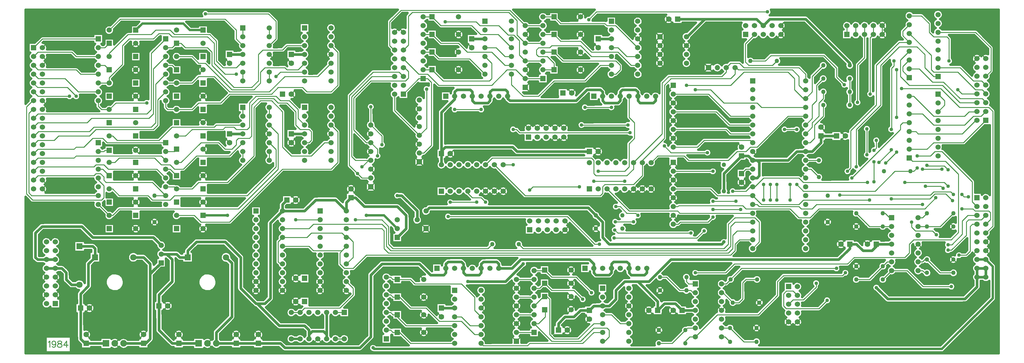
<source format=gbr>
G04 DipTrace 2.3.0.1*
%INTopCopper.gbr*%
%MOIN*%
%ADD14C,0.03*%
%ADD15C,0.01*%
%ADD16C,0.025*%
%ADD17C,0.013*%
%ADD19C,0.063*%
%ADD20R,0.063X0.063*%
%ADD21R,0.0709X0.0709*%
%ADD22C,0.0709*%
%ADD23R,0.0591X0.0591*%
%ADD24C,0.0591*%
%ADD25C,0.06*%
%ADD26R,0.06X0.06*%
%ADD27O,0.0591X0.0594*%
%ADD28O,0.0594X0.0591*%
%ADD29C,0.0591*%
%ADD30C,0.05*%
%ADD31C,0.05*%
%ADD32R,0.0598X0.0598*%
%ADD33C,0.0598*%
%ADD34C,0.0748*%
%ADD35R,0.0748X0.0748*%
%ADD36C,0.048*%
%ADD37C,0.04*%
%ADD39C,0.08*%
%ADD40C,0.18*%
%ADD97C,0.0108*%
%FSLAX44Y44*%
G04*
G70*
G90*
G75*
G01*
%LNTop*%
%LPD*%
X9500Y1500D2*
D14*
X7250D1*
X7125D1*
X6626Y1999D1*
Y5501D1*
Y7126D1*
X7500Y8000D1*
Y10500D1*
X8250Y11250D1*
Y12250D1*
X8000Y12500D1*
X6500D1*
X96750Y12750D2*
X98500D1*
X93750D2*
X94500D1*
X95250Y12000D1*
X96250D1*
X96750Y12500D1*
Y12750D1*
X23500Y25250D2*
X25000D1*
X23500Y34250D2*
X25000D1*
X30500D2*
X32000D1*
X30500Y25250D2*
X32000D1*
X50943Y36004D2*
X52443D1*
X47500Y5500D2*
X49000D1*
X60750Y3000D2*
Y3750D1*
X61500Y4500D1*
X62500D1*
X63250Y5250D1*
X64250D1*
X64750Y5750D1*
X65750D1*
X66500D1*
X67250Y6500D1*
Y7500D1*
X68250Y8500D1*
X69750D1*
X72000Y6250D1*
Y5250D1*
X74750D2*
X76250D1*
X65250Y36000D2*
X66750D1*
X50500Y8500D2*
X54750D1*
X56750Y10500D1*
X93750Y12750D2*
Y12250D1*
X92500Y11000D1*
X73500D1*
X71000Y8500D1*
X69750D1*
X72000Y5250D2*
X72750Y6000D1*
X74000D1*
X74750Y5250D1*
X108167Y10000D2*
Y9000D1*
X109167D1*
Y10000D1*
X108167D1*
Y9000D2*
Y7919D1*
X106791Y6543D1*
X98047D1*
X96768Y7823D1*
X22000Y1500D2*
Y2750D1*
X23750Y4500D1*
Y10600D1*
X23100Y11250D1*
X22000Y1500D2*
X24250D1*
X26750D1*
X29250D1*
X29750Y1000D1*
X38250D1*
X39500Y2250D1*
Y9250D1*
X40750Y10500D1*
X45000D1*
X46250Y9250D1*
X47750D1*
X48000Y9500D1*
Y10000D1*
Y10500D1*
X48250Y10750D1*
X49750D1*
X50000Y10500D1*
Y10000D1*
Y9500D1*
X50250Y9250D1*
X51750D1*
X52000Y9500D1*
Y10000D1*
Y10500D1*
X52250Y10750D1*
X53750D1*
X54000Y10500D1*
Y10000D1*
X55500D1*
X56500Y11000D1*
X64250D1*
X64750Y10500D1*
Y10000D1*
Y9500D1*
X65000Y9250D1*
X66500D1*
X66750Y9500D1*
Y10000D1*
Y10500D1*
X67000Y10750D1*
X68500D1*
X68750Y10500D1*
Y10000D1*
Y9500D1*
X69000Y9250D1*
X70500D1*
X70750Y9500D1*
Y10000D1*
X45750Y16500D2*
X46125Y16875D1*
X64125D1*
X65000Y16000D1*
X65750Y15250D1*
Y13500D1*
X66500Y12750D1*
X79250D1*
X79500Y13000D1*
Y18750D2*
Y20750D1*
X81500Y22750D1*
X82250D1*
X82750Y22250D1*
X83250D1*
X83500Y22000D1*
Y20500D1*
X83250Y20250D1*
X82750D1*
Y22250D2*
X86750D1*
X87750Y23250D1*
X88750D1*
X89500D1*
X90500Y24250D1*
Y25000D1*
X92250D1*
X93750Y33000D2*
Y33263D1*
X88759Y38254D1*
X84697D1*
X83947Y37504D1*
X75250Y36250D2*
Y36183D1*
X77321Y38254D1*
X83197D1*
X83947Y37504D1*
X71750Y29500D2*
Y29000D1*
X71500Y28750D1*
X70000D1*
X69750Y29000D1*
Y29500D1*
Y30000D1*
X69500Y30250D1*
X68000D1*
X67750Y30000D1*
Y29500D1*
Y29000D1*
X67500Y28750D1*
X66000D1*
X65750Y29000D1*
Y29500D1*
Y30000D1*
X65500Y30250D1*
X64000D1*
X62750Y29000D1*
X55250D1*
X55000Y29250D1*
Y29500D1*
Y30000D1*
X54750Y30250D1*
X53250D1*
X53000Y30000D1*
Y29500D1*
Y29000D1*
X52750Y28750D1*
X51250D1*
X51000Y29000D1*
Y29500D1*
Y30000D1*
X50750Y30250D1*
X49250D1*
X49000Y30000D1*
Y29500D1*
X74250Y38250D2*
X77321Y38254D1*
X49000Y29500D2*
Y29185D1*
X47505Y27690D1*
Y23005D1*
X47500Y23000D1*
Y21742D1*
Y23000D2*
Y23310D1*
X47943Y23752D1*
X55568D1*
X56071Y23250D1*
X64250D1*
X20000Y1500D2*
X17750D1*
X17000D1*
X15500Y3000D1*
Y5750D1*
X18750Y11250D2*
Y12000D1*
X19750Y13000D1*
X23000D1*
X24750Y11250D1*
Y7750D1*
X26500Y6000D1*
X26642D1*
X27500D1*
X28125Y6625D1*
Y15133D1*
X29492Y16500D1*
X32500Y2008D2*
Y3000D1*
X32000Y3500D1*
X29142D1*
X26642Y6000D1*
X29492Y16500D2*
Y17242D1*
X30000Y17750D1*
X29492Y16500D2*
X32000D1*
X33250Y17750D1*
X35492D1*
X36742Y16500D1*
Y17492D1*
X37250Y18000D1*
X37750D1*
X38750Y17000D1*
X42500D1*
X43500Y16000D1*
Y14500D1*
X42500Y13500D1*
X18750Y11250D2*
X17875D1*
X17500Y11625D1*
X16375D1*
X15750D1*
X15500Y5750D2*
Y7000D1*
X17000Y8500D1*
Y11000D1*
X16375Y11625D1*
X32500Y2008D2*
Y2500D1*
X32875Y2875D1*
X34125D1*
X34500Y2500D1*
Y2008D1*
Y5000D2*
Y2008D1*
X25000Y36250D2*
D15*
Y37250D1*
Y31250D2*
Y32250D1*
X27992Y31250D2*
Y32250D1*
Y36250D2*
Y37250D1*
X25000Y27250D2*
Y28250D1*
Y22250D2*
Y23250D1*
X27992D2*
Y22250D1*
Y28250D2*
Y27250D1*
X33750Y15500D2*
X31000D1*
X28750Y31750D2*
X29250Y32250D1*
X32000D1*
X29492Y12500D2*
X32500D1*
X33000Y12000D1*
X36242D1*
X36742Y12500D1*
X82750Y13250D2*
X81250D1*
X80750Y12750D1*
Y12000D1*
X80250Y11500D1*
X39000D1*
X37500Y10000D1*
X36500D1*
X36000Y10500D1*
Y11758D1*
X36742Y12500D1*
X29492Y14500D2*
X32500D1*
X33000Y15000D1*
X40750D1*
X41250Y14500D1*
Y12500D1*
X41750Y12000D1*
X79750D1*
X80250Y12500D1*
Y14750D1*
X80750Y15250D1*
X82750D1*
X36742Y14500D2*
X40750D1*
X41000Y14250D1*
Y12250D1*
X41500Y11750D1*
X80000D1*
X80500Y12250D1*
Y13750D1*
X81000Y14250D1*
X82750D1*
X29492Y10500D2*
X29250D1*
X29000Y10750D1*
Y13008D1*
X29492Y13500D1*
X32250D1*
X32750Y14000D1*
X36242D1*
X36742Y13500D1*
X53250Y12750D2*
X52750Y12250D1*
X42000D1*
X41500Y12750D1*
Y14750D1*
X40750Y15500D1*
X37750D1*
X36742Y13500D2*
X37000D1*
X37500Y13000D1*
Y11258D1*
X36742Y10500D1*
X30500Y5000D2*
X31500D1*
X32000Y5500D1*
X36000D1*
X37500Y7000D1*
Y7742D1*
X36742Y8500D1*
X103750Y32750D2*
X106250D1*
X107750Y31250D1*
X108689D1*
X109167Y30772D1*
X82750Y19250D2*
X82500D1*
X82000Y18750D1*
X80500D1*
X78250Y21000D2*
X73750D1*
X82750Y19250D2*
X83000D1*
X84000Y20250D1*
X88000D1*
X88500Y19750D1*
X95750D1*
X31500Y2008D2*
D16*
X30500D1*
X23250Y16000D2*
X20500D1*
Y37000D2*
X19000D1*
X18250Y37750D1*
X13625D1*
X12875Y37000D1*
X56000Y6750D2*
D15*
X58000D1*
X56000Y8750D2*
X58000D1*
X45005Y25065D2*
X42187Y27883D1*
Y29750D1*
X45005Y25065D2*
X45817Y25878D1*
Y30316D1*
X43187Y34750D2*
X43755Y35318D1*
Y38566D1*
X44193Y39004D1*
X55131D1*
X56068Y38066D1*
Y36408D1*
X56092D1*
X57000Y35500D1*
X59000D1*
X2750Y11000D2*
D14*
X1750D1*
X1500Y11250D1*
Y14000D1*
X2250Y14750D1*
X6750D1*
X8000Y13500D1*
X14875D1*
X15750Y12625D1*
X2750Y11000D2*
X3750D1*
X97438Y37500D2*
D15*
Y36500D1*
X57000Y31500D2*
X59000D1*
X57000D2*
Y31447D1*
X55943Y32503D1*
X54942D1*
X53193Y30754D1*
X47193D1*
X45943Y32004D1*
X44933D1*
X43187Y33750D1*
X11500Y1500D2*
D14*
X13750D1*
X14000D1*
X14500Y2000D1*
Y9375D1*
X15750Y10625D1*
X12600Y11250D2*
X13750D1*
X14500Y10500D1*
Y9455D1*
X15750Y10625D1*
X36500Y5000D2*
D15*
X35500D1*
X103750Y36750D2*
X108000D1*
X109750Y35000D1*
Y32355D1*
X109167Y31772D1*
X82750Y18250D2*
X78750D1*
X78000Y19000D1*
X73750D1*
X82750Y18250D2*
X83750Y17250D1*
X88000D1*
X88500Y17750D1*
X96000D1*
X56000Y2750D2*
X58000D1*
X1294Y21000D2*
X1794Y21500D1*
X8125D1*
X8375Y21750D1*
X9250D1*
X9750Y21250D1*
X15250D1*
X16250Y20250D1*
X52000Y28000D2*
X49000D1*
X48500Y17500D2*
X51500D1*
X50500Y18750D2*
Y18500D1*
X51000Y18000D1*
X52000D1*
X52500Y17500D1*
X66750Y28250D2*
X63750D1*
X65250Y21000D2*
X68250D1*
X68750Y21500D1*
Y24125D1*
X69375Y24750D1*
Y26500D1*
X68750Y27125D1*
Y29500D1*
X68250Y19875D2*
X64750D1*
X67189Y15272D2*
X69250D1*
X67250Y17000D2*
X67750D1*
X68500Y16250D1*
X69500D1*
X69750Y16000D1*
X88750Y21250D2*
X89350D1*
X90250Y20350D1*
X88750Y22250D2*
X90250D1*
X100625Y21000D2*
X98875D1*
X96625Y18750D1*
X88500D1*
X87750Y19500D1*
Y25750D2*
X86375D1*
X75750Y14000D2*
X67500D1*
X67140Y14360D1*
X63132Y19252D2*
X57877D1*
X57500Y18875D1*
X100625Y21000D2*
X101008D1*
X101386Y21377D1*
Y22752D2*
X102886D1*
X103386Y23252D1*
X104198D1*
X107636Y19815D1*
Y17531D1*
X108167Y17000D1*
X2750Y10000D2*
D14*
X3750D1*
X6500Y8150D2*
X5600D1*
X5000Y8750D1*
Y9500D1*
X4500Y10000D1*
X3750D1*
X44750Y15500D2*
Y16500D1*
X42998Y18252D1*
X42500D1*
X90750Y33000D2*
D15*
X89500Y31750D1*
Y30000D1*
X88750Y29250D1*
X88500D1*
X87500Y30250D1*
Y31500D1*
X86750Y32250D1*
X81750D1*
X80250Y30750D1*
X75250D1*
X88750Y28250D2*
X83750D1*
X83250Y28750D1*
X79500D1*
X78000Y30250D1*
X76250D1*
X90750Y31500D2*
X90000Y30750D1*
Y29000D1*
X89500Y28500D1*
Y27000D1*
X88750Y26250D1*
X90750Y30000D2*
Y29250D1*
X90250Y28750D1*
Y27250D1*
X89500Y26500D1*
Y26000D1*
X88750Y25250D1*
X90750Y28500D2*
Y27250D1*
X89750Y26250D1*
Y24750D1*
X89250Y24250D1*
X88750D1*
X101492Y14750D2*
X102500D1*
X104000D1*
X105500Y16250D1*
X56250Y12750D2*
X56750Y12250D1*
X79500D1*
X80000Y12750D1*
Y15000D1*
X80750Y15750D1*
X83000D1*
X83500Y15250D1*
Y13000D1*
X82750Y12250D1*
X52500Y21742D2*
Y21750D1*
X53250Y22500D1*
X64500D1*
X64750Y22250D1*
Y20750D1*
X65000Y20500D1*
X68500D1*
X69250Y21250D1*
Y21992D1*
Y22000D1*
X72500Y25250D1*
Y31000D1*
X73250Y31750D1*
X79250D1*
X79750Y32250D1*
Y32750D1*
X88750Y31250D2*
Y32000D1*
X88000Y32750D1*
X81750D1*
X81250Y33250D1*
X80250D1*
X79750Y32750D1*
X53500Y21742D2*
X53508D1*
X57000Y18250D1*
X65500D1*
X65750Y18500D1*
Y19250D1*
X66000Y19500D1*
X69250D1*
X70250Y20500D1*
Y21992D1*
Y22250D1*
X72750Y24750D1*
Y30750D1*
X73500Y31500D1*
X80250D1*
X80750Y32000D1*
Y32750D1*
X88750Y30250D2*
X88500D1*
X88000Y30750D1*
Y31750D1*
X87250Y32500D1*
X81137D1*
X80887Y32750D1*
X80750D1*
X88750Y27250D2*
X86750D1*
X83250Y23750D1*
X82500D1*
X82000Y23250D1*
X81000D1*
X80000Y22250D1*
X75500D1*
X75000Y22750D1*
X72008D1*
X71250Y21992D1*
X54500Y21742D2*
X55625D1*
Y25750D2*
X56000D1*
X56375Y25375D1*
X68875D1*
X80875Y17625D2*
X78250D1*
X77250Y14250D2*
X76439Y13439D1*
X67070D1*
X65382Y12751D2*
X64874D1*
X61750Y15875D1*
X48250D1*
X82750Y16250D2*
X74500D1*
X74250Y16500D1*
X68750D1*
X66250Y19000D1*
X9875Y22000D2*
X10500D1*
X11000Y22500D1*
X15000D1*
X15750Y21750D1*
X16750D1*
X17250Y21250D1*
X18250D1*
X19750Y22750D1*
X23500D1*
X25000Y24250D1*
X8625Y21125D2*
Y21250D1*
X9125D1*
X9875Y20500D1*
Y19000D2*
X10250D1*
X11000Y18250D1*
X14250D1*
X14750Y17750D1*
X16750D1*
X17250Y18250D1*
X25500D1*
X28750Y21500D1*
Y23492D1*
X27992Y24250D1*
X8625Y17250D2*
X9875Y16000D1*
X10250D1*
X11000Y16750D1*
X24500D1*
X29000Y21250D1*
Y25242D1*
X27992Y26250D1*
X8625Y33000D2*
X9375D1*
X9875Y32500D1*
X25000Y33250D2*
X24750D1*
X24250Y32750D1*
X22750D1*
X22000Y33500D1*
Y35750D1*
X21250Y36500D1*
X17250D1*
X16750Y37000D1*
X15125D1*
X14625Y36500D1*
X12000D1*
X9875Y34375D1*
Y34000D1*
X8625Y31000D2*
X9875D1*
Y31625D1*
X11375Y33125D1*
Y35250D1*
X12125Y36000D1*
X14875D1*
X15500Y36625D1*
X16625D1*
X17000Y36250D1*
X21000D1*
X21750Y35500D1*
Y33250D1*
X23000Y32000D1*
X24250D1*
X9875Y28000D2*
X10625Y28750D1*
X14125D1*
X20774Y38839D2*
X27911D1*
X28750Y38000D1*
Y36008D1*
X27992Y35250D1*
X9875Y28000D2*
X9000D1*
X8625Y28375D1*
Y29000D1*
Y35000D2*
X9375D1*
X9875Y35500D1*
X25000Y35250D2*
X24250Y36000D1*
Y37000D1*
X23000Y38250D1*
X11125D1*
X9875Y37000D1*
Y25000D2*
X10250D1*
X10750Y24500D1*
X15500D1*
X17000Y26000D1*
X21750D1*
X22000Y26250D1*
X25000D1*
X8625Y23250D2*
X9250D1*
X9375Y23375D1*
X9875D1*
X16250Y33000D2*
X17000D1*
X17500Y32500D1*
Y34000D2*
X19250D1*
X20000Y33250D1*
X20750D1*
X23750Y30250D1*
X26250D1*
X27000Y31000D1*
Y32250D1*
X27500Y32750D1*
X29750D1*
X30000Y32500D1*
X31250D1*
X32000Y33250D1*
X16250Y31000D2*
X17500D1*
X19250D1*
X20000Y31750D1*
X21750D1*
X23500Y30000D1*
X28000D1*
X29750Y31750D1*
X33492D1*
X34992Y33250D1*
X17500Y28000D2*
X16500D1*
X16250Y28250D1*
Y29000D1*
X17500Y28000D2*
X19250D1*
X20000Y28750D1*
X22500D1*
X23500Y29750D1*
X28250D1*
X29000Y30500D1*
X31750D1*
X32250Y30000D1*
X35000D1*
X35750Y30750D1*
Y34492D1*
X34992Y35250D1*
X16250Y35000D2*
X17000D1*
X17500Y35500D1*
X18000D1*
X18500Y35000D1*
X21000D1*
X21500Y34500D1*
Y33000D1*
X24000Y30500D1*
X26000D1*
X26750Y31250D1*
Y34250D1*
X27250Y34750D1*
X29500D1*
X30000Y35250D1*
X32000D1*
X17500Y22000D2*
X18000D1*
X20250Y24250D1*
X22250D1*
X23000Y23500D1*
X23750D1*
X24250Y24000D1*
Y24500D1*
X24500Y24750D1*
X25750D1*
X26000Y25000D1*
Y28500D1*
X26750Y29250D1*
X28500D1*
X29000Y28750D1*
X30000D1*
X31000Y27750D1*
Y26250D1*
X31500Y25750D1*
X32500D1*
X32750Y25500D1*
Y24500D1*
X32500Y24250D1*
X32000D1*
X16250Y21250D2*
X16750D1*
X17500Y20500D1*
Y19000D2*
X19250D1*
X20000Y19750D1*
X23250D1*
X26250Y22750D1*
Y28250D1*
X27000Y29000D1*
X28250D1*
X29500Y27750D1*
Y23750D1*
X30500Y22750D1*
X32750D1*
X34250Y24250D1*
X34992D1*
X16250Y19250D2*
X17250D1*
X17500Y19000D1*
Y16000D2*
X19500D1*
X20250Y15250D1*
X23500D1*
X29500Y21250D1*
X35000D1*
X35750Y22000D1*
Y25492D1*
X34992Y26250D1*
X17500Y25000D2*
X18500D1*
X19250Y25750D1*
X22750D1*
X23000Y26000D1*
X24000D1*
X24250Y25750D1*
X25500D1*
X25750Y26000D1*
Y28750D1*
X26500Y29500D1*
X28750D1*
X29250Y29000D1*
X30250D1*
X31250Y28000D1*
Y27000D1*
X32000Y26250D1*
X16250Y23250D2*
X17250D1*
X17500Y23500D1*
X45443Y32504D2*
X46443D1*
X47693Y31254D1*
X52943D1*
X53193Y31504D1*
Y33254D1*
X52443Y34004D1*
X45443Y34504D2*
X46443D1*
X47193Y33754D1*
X50693D1*
X52443Y32004D1*
X45443Y36504D2*
X46443D1*
X47443Y35504D1*
X49443D1*
X50443Y34504D1*
X53193D1*
X54693Y33004D1*
X55435D1*
X46443Y38504D2*
X45443D1*
X46443D2*
X47443Y37504D1*
X50943D1*
X51943Y36504D1*
X53935D1*
X55435Y35004D1*
X41250Y3000D2*
X41750D1*
X42000Y2750D1*
X42500D1*
X42750D1*
X44000Y1500D1*
X49000D1*
X41250Y5000D2*
X41750D1*
X42000Y4750D1*
X42500D1*
Y4500D1*
X43500Y3500D1*
X49000D1*
X41250Y7000D2*
X41750D1*
X42000Y6750D1*
X42500D1*
X42750D1*
X44000Y5500D1*
X45750D1*
X47250Y4000D1*
X49750D1*
X51250Y2500D1*
X51992D1*
X41250Y9000D2*
X41750D1*
X42000Y8750D1*
X42500D1*
X44000D1*
X44500Y8250D1*
X49750D1*
X51250Y6750D1*
Y5242D1*
X51992Y4500D1*
X59000Y32500D2*
X60250D1*
Y33250D1*
X59500Y34000D1*
X58500D1*
X58250Y34250D1*
Y34750D1*
X58500Y35000D1*
X59750D1*
X60000Y35250D1*
X63250D1*
X64500Y34000D1*
X66750D1*
X59000Y34500D2*
X60250D1*
X61250Y33500D1*
X67250D1*
X67750Y33000D1*
Y32500D1*
X67250Y32000D1*
X66750D1*
X59000Y36500D2*
X60250D1*
X61000Y35750D1*
X63250D1*
X64500Y34500D1*
X67500D1*
X69000Y33000D1*
X69742D1*
X59000Y38500D2*
X60250D1*
X61000Y37750D1*
X66000D1*
X66250Y37500D1*
X67242D1*
X69742Y35000D1*
X58000Y3750D2*
X58500D1*
X59250Y4500D1*
Y5243D1*
X59181Y5312D1*
X65750Y1750D2*
X66000D1*
X66500Y2250D1*
Y3000D1*
X66250Y3250D1*
X64750D1*
X63250Y1750D1*
X60000D1*
X58000Y3750D1*
X59181Y6812D2*
X59062D1*
X58000Y5750D1*
X59181Y6812D2*
X59438D1*
X59750Y6500D1*
Y2500D1*
X60250Y2000D1*
X63000D1*
X64750Y3750D1*
X65750D1*
X58000Y7750D2*
X58619D1*
X59181Y8312D1*
X59188D1*
X60000Y7500D1*
X62500D1*
X63500Y6500D1*
X58000Y9750D2*
X59119D1*
X59181Y9812D1*
X59188D1*
X60000Y9000D1*
X62750D1*
X64500Y7250D1*
X39000Y16000D2*
D16*
X41000D1*
X42500Y14500D1*
X109167Y11000D2*
X108167D1*
X109167D2*
X109949Y10218D1*
Y6625D1*
X104198Y875D1*
X39875D1*
X39750Y1000D1*
X73750Y17000D2*
D15*
X74256D1*
X74383Y17127D1*
X81623D1*
X82000Y16750D1*
X87000D1*
X88000Y15750D1*
X89250D1*
X90250Y16750D1*
X102259D1*
X103511Y18002D1*
X91197Y6376D2*
X90259Y5438D1*
X86572D1*
X86259Y5751D1*
Y7126D1*
X86572Y7438D1*
X87321D1*
X87822Y6938D1*
X89947Y8313D2*
Y7876D1*
X88509Y6438D1*
X87322D1*
X86822Y5938D1*
X76250Y8250D2*
X76000D1*
X76250Y9501D2*
X79696D1*
X80695Y10500D1*
X93500D1*
X94250Y11250D1*
X100000D1*
X100500Y11750D1*
Y12750D1*
X101000Y13250D1*
X105250D1*
X106074Y14074D1*
Y20676D1*
X104604Y22146D1*
X100854D1*
X100500Y22500D1*
X76250Y8250D2*
X75500D1*
X75250Y8500D1*
Y9000D1*
X72250D2*
X73000D1*
X74500Y7500D1*
X75250D1*
X76250Y7250D2*
X76000D1*
X75750Y7500D1*
X75250D1*
X76250Y3250D2*
X75382D1*
X75133Y3000D1*
X73632Y1500D1*
X72133D1*
X100511Y33628D2*
X99750Y32868D1*
Y32389D1*
X100511Y31628D1*
X79242Y2250D2*
X79634D1*
X80196Y1688D1*
X87000Y17750D2*
Y19500D1*
X100511Y37628D2*
X99750Y36868D1*
Y36389D1*
X100511Y35628D1*
X80250Y8750D2*
X79750Y8250D1*
X79242D1*
X80250Y8750D2*
X81500Y10000D1*
X92250D1*
X93500Y21000D2*
X93875Y21375D1*
Y25625D1*
X96750Y28500D1*
Y33000D1*
X99378Y35628D1*
X100511D1*
X79242Y3250D2*
X79250D1*
X83196Y1688D2*
X81759D1*
X80196Y3250D1*
X79242D1*
Y7250D2*
X79384D1*
X80509Y6126D1*
X81196D1*
X81634Y6563D1*
Y8376D1*
X82008Y8750D1*
X83250D1*
X98500Y15750D2*
X98250D1*
X97750Y16250D1*
X97500D1*
X94500Y21500D2*
Y25750D1*
X97250Y28500D1*
Y33000D1*
X99379Y35129D1*
X101371D1*
X102250Y34250D1*
Y32750D1*
X103250Y31750D1*
X103750D1*
X98500Y14750D2*
X97500D1*
X96000D1*
X94500Y16250D1*
X98500Y9750D2*
X97500Y8750D1*
X98500Y9750D2*
X100250D1*
X102062Y7938D1*
X105261D1*
X104201Y21250D2*
X102000D1*
X98500Y10750D2*
X98000D1*
X97500Y10250D1*
X96000Y8750D1*
X94500D1*
X102500Y9500D2*
X102250D1*
X102000Y9750D1*
X101492D1*
X103750Y29750D2*
X104500Y29000D1*
Y28500D1*
X103750Y27750D1*
X105500Y9500D2*
X104000D1*
X102500Y11000D1*
X102250D1*
X102000Y10750D1*
X101492D1*
X35500Y2008D2*
X36500D1*
X96438Y37500D2*
Y36500D1*
X96073Y36135D1*
Y29753D1*
X96760Y24503D2*
Y23627D1*
X96510Y23377D1*
Y22065D2*
Y19815D1*
X98448Y17877D2*
X102823D1*
X103386Y18439D1*
X104636D1*
X105386Y17689D1*
X106449Y16752D2*
X107699D1*
X107949Y16502D1*
X109511D1*
X109699Y16314D1*
Y15532D1*
X109167Y15000D1*
X95438Y37500D2*
Y36500D1*
Y33869D1*
X94635Y33066D1*
Y28816D1*
X95698Y25815D2*
Y22877D1*
X100761Y15252D2*
Y14689D1*
X101198Y14251D1*
X103136D1*
X103573Y13814D1*
X106136Y11501D2*
X106949D1*
X107386Y11939D1*
Y14752D1*
X107635Y15000D1*
X108167D1*
X94438Y37500D2*
Y36500D1*
X98760Y33504D2*
Y32941D1*
X98510Y32691D1*
Y25815D1*
X98448Y25753D1*
Y23440D2*
Y23377D1*
X97073Y22002D1*
X102323Y19315D2*
X104073D1*
X104323Y19065D1*
X104886Y12064D2*
X105261D1*
X106949Y13751D1*
Y15252D1*
X107199Y15502D1*
X108669D1*
X109167Y16000D1*
X93438Y37500D2*
Y36500D1*
X99073Y32503D2*
Y27128D1*
Y23190D2*
X97823Y21940D1*
X100010Y19752D2*
X104448D1*
X104886Y19315D1*
Y12689D2*
X105324D1*
X106511Y13876D1*
Y15377D1*
X107136Y16002D1*
X108165D1*
X108167Y16000D1*
X109167Y14000D2*
X109949Y14782D1*
Y27815D1*
X109511Y28253D1*
X106199D1*
X104073Y30378D1*
X99635D1*
X93135Y30816D2*
X92260Y31691D1*
Y32691D1*
X90822Y34129D1*
X84821D1*
X84193Y33500D1*
X82500D1*
X76250Y2250D2*
X78750Y4750D1*
X83383D1*
X85571Y6938D1*
Y8501D1*
X86259Y9188D1*
X92938D1*
X93250Y9500D1*
X94000Y20250D2*
X99500Y25750D1*
Y26250D1*
X99750Y26500D1*
X100500D1*
X75133Y1500D2*
Y1758D1*
X75625Y2250D1*
X76250D1*
X1294Y23000D2*
X1794Y23500D1*
X5875D1*
X6125Y23750D1*
X7000D1*
X8000Y24750D1*
X9125D1*
X9625Y24250D1*
X16250D1*
X1294Y22000D2*
X1794Y22500D1*
X5875D1*
X6125Y22750D1*
X15750D1*
X16250Y22250D1*
X56000Y4750D2*
X58000D1*
X82750Y17250D2*
X83250D1*
X83500Y17000D1*
X88000D1*
X88250Y16750D1*
X89500D1*
X90002Y17252D1*
X102011D1*
X73750Y15000D2*
X74319D1*
X74570Y15252D1*
X77696D1*
X78258Y15814D1*
Y16689D2*
X81384D1*
X82750Y21250D2*
X82000D1*
X81500Y20750D1*
X92635Y18314D2*
X102886D1*
X103261Y18689D1*
X105199D1*
X105511Y18377D1*
X106449D2*
X106699Y18127D1*
X107199D1*
X63375Y26250D2*
X68625D1*
X72750Y23875D2*
X73498Y23127D1*
X77633D1*
X101492Y15750D2*
X102000D1*
X102500Y16250D1*
X100500Y23500D2*
X102500D1*
X103250Y24250D1*
X106645D1*
X109167Y26772D1*
X82750Y27250D2*
X80250D1*
X77750Y29750D1*
X73750D1*
X84000Y17750D2*
Y19500D1*
X108167Y26772D2*
X108022D1*
X106500Y25250D1*
X101500D1*
X101250Y25500D1*
X100500D1*
Y27500D2*
X102000D1*
X103250Y26250D1*
X106750D1*
X107750Y27250D1*
X108645D1*
X109167Y27772D1*
X84750Y17750D2*
Y19500D1*
X82750Y26250D2*
X80136D1*
X78636Y27750D1*
X73750D1*
X100500Y29500D2*
X101000D1*
X103250Y27250D1*
X106750D1*
X107250Y27750D1*
X108145D1*
X108167Y27772D1*
X109167Y28772D2*
Y28833D1*
X108750Y29250D1*
X106250D1*
X104372Y31128D1*
X103122D1*
X101622Y32628D1*
X100511D1*
X82750Y25250D2*
X80250D1*
X79750Y25750D1*
X73750D1*
X85500Y17750D2*
Y19500D1*
X108167Y28772D2*
X106228D1*
X104250Y30750D1*
X100500D1*
X99500Y31750D1*
Y33618D1*
X100511Y34628D1*
X64194Y38192D2*
X65069Y39067D1*
X84446D1*
X85500Y33500D2*
X85000Y33000D1*
X82325D1*
X81946Y33379D1*
Y35441D1*
X83009Y36504D1*
X82947D1*
X43187Y31750D2*
X42684Y32253D1*
X39754D1*
X37066Y29566D1*
Y21684D1*
X38000Y20750D1*
X38500Y20250D1*
X39500D1*
Y22250D2*
X37750D1*
X37316Y22684D1*
Y29441D1*
X39626Y31750D1*
X42187D1*
X39500Y22250D2*
X39250D1*
X38500Y21500D1*
X39500Y24250D2*
X39000D1*
X37566Y25684D1*
Y29316D1*
X39503Y31253D1*
X43442D1*
X43755Y31566D1*
Y32316D1*
X43320Y32750D1*
X43187D1*
X39500Y24250D2*
X40250Y23500D1*
Y22750D1*
X1294Y31000D2*
Y30959D1*
X1753Y30500D1*
X5125D1*
X6125Y29500D1*
X1294Y30000D2*
X1794Y29500D1*
X5375D1*
X1294Y35000D2*
X1309D1*
X2309Y36000D1*
X8625D1*
X1294Y34000D2*
X1794Y34500D1*
X5625D1*
X6125Y34000D1*
X8625D1*
X39500Y26250D2*
Y28315D1*
Y26250D2*
X40750Y25000D1*
Y24000D1*
X8625Y20250D2*
Y20000D1*
X9250Y19375D1*
Y18000D1*
X9000Y17750D1*
X1189D1*
X500Y18439D1*
Y28315D1*
X1185Y29000D1*
X1294D1*
Y28000D2*
X1185D1*
X750Y27565D1*
Y18564D1*
X1065Y18250D1*
X8625D1*
X1294Y33000D2*
X1794Y32500D1*
X6125D1*
X6625Y32000D1*
X8625D1*
X1294D2*
X1316D1*
X1816Y31500D1*
X4875D1*
X6375Y30000D1*
X8625D1*
X109167Y29772D2*
Y29833D1*
X108750Y30250D1*
X108000D1*
X106000Y32250D1*
X103250D1*
X103000Y32500D1*
Y34139D1*
X100511Y36628D1*
X73750Y23750D2*
X76500D1*
X77250Y24500D1*
X82500D1*
X82750Y24250D1*
X108167Y29772D2*
X106478D1*
X106000Y30250D1*
X105000Y33500D2*
Y36000D1*
X104750Y36250D1*
X103250D1*
X102750Y36750D1*
Y37750D1*
X101872Y38628D1*
X100511D1*
X52443Y35004D2*
X53693D1*
X54693Y34004D1*
X55435D1*
X65750Y4750D2*
X66750D1*
X67750Y3750D1*
X68742D1*
X65750Y2750D2*
X64750D1*
X63500Y1500D1*
X57500D1*
X57250Y1250D1*
X52242D1*
X51992Y1500D1*
X49000Y4500D2*
X49750D1*
X50750Y3500D1*
X51992D1*
X66750Y35000D2*
X67500D1*
X68500Y34000D1*
X69742D1*
X66750Y33000D2*
X65500D1*
X63750Y31250D1*
X60250D1*
X58500Y29500D1*
X56750D1*
X55435Y30815D1*
Y32004D1*
X1294Y27000D2*
X1794Y27500D1*
X14125D1*
X14625Y28000D1*
Y34375D1*
X16250Y36000D1*
X1294Y26000D2*
X1794Y26500D1*
X7375D1*
X7875Y27000D1*
X14375D1*
X14875Y27500D1*
Y32625D1*
X16250Y34000D1*
X1294Y25000D2*
X1373D1*
X1873Y25500D1*
X7625D1*
X8125Y26000D1*
X14625D1*
X15125Y26500D1*
Y30875D1*
X16250Y32000D1*
Y30000D2*
X15375Y29125D1*
Y26250D1*
X14875Y25750D1*
X8375D1*
X7625Y25000D1*
X4125D1*
X3625Y24500D1*
X1794D1*
X1294Y24000D1*
X42187Y34750D2*
X42133D1*
X41629Y35254D1*
Y37941D1*
X42938Y39250D1*
X55250D1*
X57000Y37500D1*
X59000D1*
X16250Y18250D2*
X15000D1*
X1294Y20000D2*
X1794Y20500D1*
X8125D1*
X8375Y20750D1*
X8875D1*
X9250Y20375D1*
Y20000D1*
X9500Y19750D1*
X14750D1*
X16250Y18250D1*
X57000Y33500D2*
X59000D1*
X47943Y37941D2*
X51443D1*
X51880Y37504D1*
X54006D1*
X55068Y36441D1*
X55693D1*
X56318Y35816D1*
Y34182D1*
X57000Y33500D1*
X45005Y23065D2*
X45505D1*
X46380Y23940D1*
Y31067D1*
X45943Y31504D1*
X45443D1*
X44941D1*
X43187Y29750D1*
X93750Y31500D2*
Y30000D1*
Y28500D1*
X104886Y21190D2*
X104448Y21627D1*
X102573D1*
X102511Y21690D1*
D37*
X50500Y8500D3*
X56750Y10500D3*
X96768Y7823D3*
X79500Y13000D3*
X31000Y15500D3*
X28750Y31750D3*
X37750Y15500D3*
X80500Y18750D3*
X78250Y21000D3*
X95750Y19750D3*
X23250Y16000D3*
X45817Y30316D3*
X96000Y17750D3*
X52000Y28000D3*
X49000D3*
X48500Y17500D3*
X51500D3*
X52500D3*
X66750Y28250D3*
X63750D3*
X65250Y21000D3*
X68250Y19875D3*
X64750D3*
X67189Y15272D3*
X69250D3*
X67250Y17000D3*
X69750Y16000D3*
X87750Y19500D3*
Y25750D3*
X86375D3*
X75750Y14000D3*
X67140Y14360D3*
X63132Y19252D3*
X57500Y18875D3*
X101386Y21377D3*
Y22752D3*
X42500Y18252D3*
X75250Y30750D3*
X76250Y30250D3*
X55625Y21742D3*
Y25750D3*
X68875Y25375D3*
X80875Y17625D3*
X78250D3*
X77250Y14250D3*
X67070Y13439D3*
X65382Y12751D3*
X48250Y15875D3*
X24250Y32000D3*
X14125Y28750D3*
X20774Y38839D3*
X63500Y6500D3*
X64500Y7250D3*
X39000Y16000D3*
X39750Y1000D3*
X103511Y18002D3*
X91197Y6376D3*
X89947Y8313D3*
X76250Y9501D3*
X87000Y17750D3*
Y19500D3*
X92250Y10000D3*
X93500Y21000D3*
X94500Y21500D3*
X105261Y7938D3*
X104201Y21250D3*
X102000D3*
X96073Y29753D3*
X96760Y24503D3*
X96510Y23377D3*
Y22065D3*
Y19815D3*
X98448Y17877D3*
X105386Y17689D3*
X106449Y16752D3*
X94635Y28816D3*
X95698Y25815D3*
Y22877D3*
X100761Y15252D3*
X103573Y13814D3*
X106136Y11501D3*
X98760Y33504D3*
X98448Y25753D3*
Y23440D3*
X97073Y22002D3*
X102323Y19315D3*
X104323Y19065D3*
X104886Y12064D3*
X99073Y32503D3*
Y27128D3*
Y23190D3*
X97823Y21940D3*
X100010Y19752D3*
X104886Y19315D3*
Y12689D3*
X99635Y30378D3*
X93135Y30816D3*
X93250Y9500D3*
X94000Y20250D3*
X102011Y17252D3*
X78258Y15814D3*
Y16689D3*
X81384D3*
X92635Y18314D3*
X105511Y18377D3*
X106449D3*
X107199Y18127D3*
X63375Y26250D3*
X68625D3*
X72750Y23875D3*
X77633Y23127D3*
X84000Y17750D3*
Y19500D3*
X84750Y17750D3*
Y19500D3*
X85500Y17750D3*
Y19500D3*
X64194Y38192D3*
X84446Y39067D3*
X38000Y20750D3*
X38500Y21500D3*
X40250Y22750D3*
X6125Y29500D3*
X5375D3*
X39500Y28315D3*
X40750Y24000D3*
X106000Y30250D3*
X105000Y33500D3*
X47943Y37941D3*
X104886Y21190D3*
X102511Y21690D3*
D39*
X23500Y19000D3*
X22250Y37250D3*
X44000Y19750D3*
X108250Y22500D3*
X97500Y26250D3*
X53875Y14625D3*
X52443Y22877D3*
D40*
X50880Y26378D3*
D39*
X85384Y2563D3*
D40*
X109520Y1480D3*
X1480Y38223D3*
Y1480D3*
X109520Y38225D3*
D39*
X89634Y35191D3*
X3188Y16627D3*
X5251Y38442D3*
D37*
X106386Y12376D3*
X410Y39071D2*
D16*
X20346D1*
X28150D2*
X42288D1*
X55900D2*
X64604D1*
X84935D2*
X100135D1*
X100884D2*
X103260D1*
X104240D2*
X110588D1*
X410Y38823D2*
X20284D1*
X28396D2*
X42041D1*
X42982D2*
X43541D1*
X56146D2*
X58514D1*
X59486D2*
X59666D1*
X60834D2*
X62768D1*
X63732D2*
X64354D1*
X84869D2*
X99956D1*
X102146D2*
X103166D1*
X104334D2*
X110588D1*
X410Y38574D2*
X20366D1*
X28646D2*
X41791D1*
X42732D2*
X43416D1*
X56396D2*
X58416D1*
X60834D2*
X62670D1*
X65049D2*
X72745D1*
X89049D2*
X99924D1*
X102396D2*
X103190D1*
X104310D2*
X110588D1*
X410Y38325D2*
X10729D1*
X28896D2*
X41541D1*
X42482D2*
X43416D1*
X56646D2*
X58440D1*
X60896D2*
X62694D1*
X64799D2*
X66166D1*
X67334D2*
X69260D1*
X70224D2*
X72651D1*
X89299D2*
X100010D1*
X102646D2*
X103354D1*
X104146D2*
X110588D1*
X410Y38076D2*
X10483D1*
X29080D2*
X41319D1*
X42236D2*
X43416D1*
X56892D2*
X58604D1*
X59396D2*
X59666D1*
X61142D2*
X62858D1*
X64670D2*
X66166D1*
X67334D2*
X69163D1*
X70322D2*
X72670D1*
X89549D2*
X100143D1*
X102892D2*
X103264D1*
X104236D2*
X110588D1*
X410Y37828D2*
X10233D1*
X11174D2*
X13127D1*
X18748D2*
X22952D1*
X29091D2*
X41291D1*
X41986D2*
X43416D1*
X45931D2*
X46651D1*
X57482D2*
X58514D1*
X59482D2*
X60452D1*
X67334D2*
X69186D1*
X70299D2*
X72827D1*
X74853D2*
X76284D1*
X77506D2*
X81459D1*
X86435D2*
X88573D1*
X89799D2*
X92952D1*
X97924D2*
X99959D1*
X104334D2*
X110588D1*
X410Y37579D2*
X9983D1*
X10924D2*
X12877D1*
X18998D2*
X23202D1*
X29091D2*
X31416D1*
X32584D2*
X34514D1*
X35470D2*
X41291D1*
X41970D2*
X43416D1*
X46025D2*
X46897D1*
X59584D2*
X60702D1*
X67634D2*
X69346D1*
X70138D2*
X76034D1*
X77256D2*
X81362D1*
X86533D2*
X88823D1*
X90045D2*
X92854D1*
X98021D2*
X99924D1*
X104314D2*
X110588D1*
X410Y37330D2*
X9397D1*
X10677D2*
X12291D1*
X21084D2*
X23448D1*
X29091D2*
X31416D1*
X32584D2*
X34413D1*
X35572D2*
X41291D1*
X41970D2*
X43416D1*
X46006D2*
X47147D1*
X59564D2*
X65948D1*
X67881D2*
X69264D1*
X70220D2*
X75784D1*
X77009D2*
X81385D1*
X86509D2*
X89073D1*
X90295D2*
X92874D1*
X98002D2*
X99741D1*
X103091D2*
X103350D1*
X104150D2*
X110588D1*
X410Y37082D2*
X9295D1*
X10455D2*
X12291D1*
X21084D2*
X23698D1*
X29091D2*
X31416D1*
X32584D2*
X34432D1*
X35552D2*
X41291D1*
X45841D2*
X50897D1*
X57404D2*
X58596D1*
X59404D2*
X66170D1*
X68131D2*
X69163D1*
X70322D2*
X75538D1*
X76759D2*
X81545D1*
X86345D2*
X89319D1*
X90545D2*
X93034D1*
X97841D2*
X99495D1*
X103091D2*
X103268D1*
X104232D2*
X110588D1*
X410Y36833D2*
X9315D1*
X10435D2*
X12291D1*
X21084D2*
X23909D1*
X29091D2*
X31416D1*
X32584D2*
X34592D1*
X35392D2*
X41291D1*
X47029D2*
X48963D1*
X49920D2*
X51143D1*
X57482D2*
X58518D1*
X59482D2*
X59666D1*
X60834D2*
X62776D1*
X63724D2*
X66190D1*
X68381D2*
X69182D1*
X70302D2*
X75288D1*
X76509D2*
X81358D1*
X86431D2*
X89569D1*
X90791D2*
X92846D1*
X97920D2*
X99409D1*
X108388D2*
X110588D1*
X410Y36584D2*
X9475D1*
X10275D2*
X11616D1*
X21634D2*
X23909D1*
X29091D2*
X31526D1*
X32474D2*
X34518D1*
X35466D2*
X41291D1*
X47029D2*
X48862D1*
X50021D2*
X51393D1*
X57584D2*
X58416D1*
X60834D2*
X62670D1*
X63830D2*
X66350D1*
X68627D2*
X69342D1*
X70142D2*
X71666D1*
X72834D2*
X74776D1*
X76263D2*
X81358D1*
X86529D2*
X89819D1*
X91041D2*
X92846D1*
X98021D2*
X99409D1*
X108634D2*
X110588D1*
X410Y36336D2*
X8038D1*
X9213D2*
X11366D1*
X21884D2*
X23909D1*
X29091D2*
X31420D1*
X32580D2*
X34413D1*
X35572D2*
X41291D1*
X47080D2*
X48885D1*
X50002D2*
X50338D1*
X57564D2*
X58436D1*
X60884D2*
X62690D1*
X63810D2*
X64647D1*
X68877D2*
X69268D1*
X70216D2*
X71666D1*
X72834D2*
X74670D1*
X76013D2*
X81358D1*
X86509D2*
X90065D1*
X91291D2*
X92846D1*
X98002D2*
X99416D1*
X105134D2*
X107944D1*
X108884D2*
X110588D1*
X410Y36087D2*
X1924D1*
X9213D2*
X11116D1*
X15431D2*
X15663D1*
X22134D2*
X23909D1*
X29091D2*
X31440D1*
X32560D2*
X34432D1*
X35552D2*
X41291D1*
X47330D2*
X49045D1*
X49841D2*
X50338D1*
X57408D2*
X58592D1*
X61134D2*
X62846D1*
X63654D2*
X64647D1*
X70322D2*
X71666D1*
X72834D2*
X74690D1*
X75810D2*
X81358D1*
X83353D2*
X83541D1*
X84353D2*
X84541D1*
X85353D2*
X85541D1*
X86353D2*
X90315D1*
X91537D2*
X92846D1*
X94849D2*
X95026D1*
X96849D2*
X97026D1*
X97849D2*
X99581D1*
X105326D2*
X108194D1*
X109134D2*
X110588D1*
X410Y35838D2*
X1678D1*
X10459D2*
X10870D1*
X15185D2*
X15620D1*
X22326D2*
X23956D1*
X29041D2*
X31596D1*
X32404D2*
X34588D1*
X35396D2*
X41291D1*
X45924D2*
X46639D1*
X47580D2*
X50338D1*
X57478D2*
X58522D1*
X63631D2*
X64647D1*
X70302D2*
X71666D1*
X72834D2*
X74846D1*
X75654D2*
X81874D1*
X82814D2*
X90565D1*
X91787D2*
X95096D1*
X96412D2*
X99120D1*
X105341D2*
X108440D1*
X109381D2*
X110588D1*
X410Y35590D2*
X1428D1*
X2369D2*
X8038D1*
X10459D2*
X10620D1*
X13455D2*
X15370D1*
X22341D2*
X24190D1*
X28802D2*
X31530D1*
X32470D2*
X34522D1*
X35463D2*
X41291D1*
X46025D2*
X46889D1*
X49826D2*
X50338D1*
X63881D2*
X64647D1*
X70150D2*
X71780D1*
X72720D2*
X74780D1*
X75720D2*
X81643D1*
X82564D2*
X90811D1*
X92037D2*
X95096D1*
X96412D2*
X98870D1*
X105341D2*
X108690D1*
X109631D2*
X110588D1*
X410Y35341D2*
X706D1*
X2771D2*
X8151D1*
X9099D2*
X9245D1*
X11935D2*
X12315D1*
X13435D2*
X15120D1*
X22341D2*
X24424D1*
X28568D2*
X29620D1*
X32576D2*
X34413D1*
X35568D2*
X41291D1*
X46009D2*
X47135D1*
X50076D2*
X50448D1*
X64131D2*
X64756D1*
X70213D2*
X71674D1*
X72826D2*
X74674D1*
X75826D2*
X81608D1*
X82314D2*
X91061D1*
X92283D2*
X95096D1*
X96412D2*
X98620D1*
X105341D2*
X108940D1*
X109881D2*
X110588D1*
X410Y35092D2*
X706D1*
X2877D2*
X8045D1*
X11716D2*
X12467D1*
X13283D2*
X14874D1*
X22341D2*
X24436D1*
X28556D2*
X29374D1*
X32564D2*
X34428D1*
X35619D2*
X41334D1*
X45853D2*
X49385D1*
X64377D2*
X64651D1*
X70318D2*
X71686D1*
X72814D2*
X74686D1*
X75814D2*
X81608D1*
X82287D2*
X91311D1*
X92533D2*
X95096D1*
X96412D2*
X98374D1*
X105341D2*
X109186D1*
X110076D2*
X110588D1*
X410Y34844D2*
X706D1*
X2861D2*
X8057D1*
X11716D2*
X14624D1*
X17314D2*
X18186D1*
X22341D2*
X24588D1*
X30064D2*
X31588D1*
X32412D2*
X34581D1*
X35869D2*
X41569D1*
X47029D2*
X48971D1*
X60834D2*
X62784D1*
X70306D2*
X71838D1*
X72662D2*
X74838D1*
X75662D2*
X81608D1*
X82287D2*
X91557D1*
X92783D2*
X95096D1*
X96412D2*
X98124D1*
X105341D2*
X109409D1*
X110091D2*
X110588D1*
X410Y34595D2*
X706D1*
X6002D2*
X8209D1*
X11716D2*
X14374D1*
X16666D2*
X20936D1*
X22341D2*
X22897D1*
X32466D2*
X34526D1*
X36072D2*
X41620D1*
X47029D2*
X48866D1*
X60834D2*
X62674D1*
X70154D2*
X71784D1*
X72716D2*
X74784D1*
X75716D2*
X81608D1*
X82287D2*
X91807D1*
X93029D2*
X95096D1*
X96412D2*
X97874D1*
X105341D2*
X109409D1*
X110091D2*
X110588D1*
X410Y34346D2*
X823D1*
X6248D2*
X8155D1*
X11716D2*
X12291D1*
X13459D2*
X14284D1*
X16720D2*
X17034D1*
X17966D2*
X19916D1*
X22341D2*
X22897D1*
X28568D2*
X29897D1*
X32576D2*
X34416D1*
X36091D2*
X41768D1*
X47072D2*
X48881D1*
X60873D2*
X62686D1*
X70209D2*
X71674D1*
X72826D2*
X74674D1*
X75826D2*
X81608D1*
X82287D2*
X84569D1*
X91076D2*
X92057D1*
X93279D2*
X95096D1*
X96412D2*
X97627D1*
X105341D2*
X109409D1*
X110091D2*
X110588D1*
X410Y34097D2*
X713D1*
X2877D2*
X5557D1*
X11716D2*
X12291D1*
X13459D2*
X14284D1*
X19623D2*
X19916D1*
X22341D2*
X22897D1*
X28556D2*
X29897D1*
X32564D2*
X34428D1*
X36091D2*
X41717D1*
X47318D2*
X49034D1*
X61123D2*
X62834D1*
X63666D2*
X63932D1*
X70318D2*
X71686D1*
X72814D2*
X74686D1*
X75814D2*
X81608D1*
X82287D2*
X84319D1*
X91322D2*
X92303D1*
X93529D2*
X95096D1*
X96412D2*
X97377D1*
X105341D2*
X107682D1*
X110091D2*
X110588D1*
X410Y33849D2*
X725D1*
X2865D2*
X5807D1*
X11716D2*
X12291D1*
X13459D2*
X14284D1*
X22341D2*
X22897D1*
X28408D2*
X29897D1*
X32416D2*
X34577D1*
X36091D2*
X41604D1*
X45916D2*
X46627D1*
X60123D2*
X60432D1*
X61373D2*
X64182D1*
X67314D2*
X67682D1*
X70306D2*
X71834D1*
X72666D2*
X74834D1*
X75666D2*
X81608D1*
X82904D2*
X84073D1*
X91572D2*
X92553D1*
X93775D2*
X94948D1*
X96412D2*
X97127D1*
X105341D2*
X107584D1*
X110091D2*
X110588D1*
X410Y33600D2*
X870D1*
X2716D2*
X8202D1*
X11716D2*
X12291D1*
X13459D2*
X14284D1*
X16674D2*
X17084D1*
X17916D2*
X19178D1*
X22369D2*
X23014D1*
X28455D2*
X30014D1*
X32463D2*
X34530D1*
X36091D2*
X41616D1*
X46025D2*
X46877D1*
X60369D2*
X60678D1*
X67619D2*
X67928D1*
X70158D2*
X71788D1*
X72713D2*
X74788D1*
X75713D2*
X81608D1*
X86029D2*
X90881D1*
X91822D2*
X92803D1*
X94025D2*
X94698D1*
X96412D2*
X96881D1*
X105478D2*
X107604D1*
X110091D2*
X110588D1*
X410Y33351D2*
X827D1*
X2759D2*
X8159D1*
X11716D2*
X14284D1*
X16716D2*
X19428D1*
X22619D2*
X22905D1*
X28568D2*
X29905D1*
X32576D2*
X34416D1*
X36091D2*
X41760D1*
X46009D2*
X50624D1*
X60572D2*
X60928D1*
X67869D2*
X68178D1*
X70205D2*
X71674D1*
X72826D2*
X74674D1*
X75826D2*
X79881D1*
X86017D2*
X90350D1*
X92068D2*
X93049D1*
X94181D2*
X94452D1*
X95392D2*
X95733D1*
X96412D2*
X96631D1*
X98072D2*
X98295D1*
X105466D2*
X107764D1*
X110091D2*
X110588D1*
X410Y33103D2*
X713D1*
X2873D2*
X8045D1*
X11713D2*
X14284D1*
X17369D2*
X19678D1*
X28556D2*
X29913D1*
X32564D2*
X34374D1*
X36091D2*
X41721D1*
X45865D2*
X50874D1*
X57424D2*
X58577D1*
X60591D2*
X65131D1*
X68072D2*
X68428D1*
X70318D2*
X71686D1*
X72814D2*
X74686D1*
X75814D2*
X77166D1*
X85853D2*
X90221D1*
X92318D2*
X93221D1*
X95142D2*
X95733D1*
X97822D2*
X98420D1*
X105267D2*
X107686D1*
X110091D2*
X110588D1*
X410Y32854D2*
X725D1*
X2865D2*
X8057D1*
X11576D2*
X12416D1*
X13334D2*
X14284D1*
X18084D2*
X20041D1*
X32420D2*
X34127D1*
X36091D2*
X41608D1*
X47029D2*
X48979D1*
X49904D2*
X51124D1*
X57463D2*
X58538D1*
X60834D2*
X62791D1*
X63709D2*
X64885D1*
X68091D2*
X68674D1*
X70306D2*
X71831D1*
X72670D2*
X74831D1*
X75670D2*
X77166D1*
X88365D2*
X90135D1*
X91267D2*
X91627D1*
X92552D2*
X93233D1*
X94974D2*
X95733D1*
X97591D2*
X98217D1*
X106615D2*
X107584D1*
X110091D2*
X110588D1*
X410Y32605D2*
X866D1*
X6490D2*
X8198D1*
X11326D2*
X12299D1*
X13451D2*
X14284D1*
X16677D2*
X16916D1*
X18084D2*
X19924D1*
X32459D2*
X33877D1*
X36091D2*
X41616D1*
X47029D2*
X48866D1*
X50017D2*
X51370D1*
X57580D2*
X58420D1*
X60834D2*
X62674D1*
X63826D2*
X64635D1*
X65576D2*
X66327D1*
X68091D2*
X69319D1*
X70166D2*
X77166D1*
X88615D2*
X89885D1*
X91107D2*
X91874D1*
X92599D2*
X93393D1*
X94107D2*
X94295D1*
X94974D2*
X95733D1*
X97591D2*
X98170D1*
X106865D2*
X107604D1*
X110091D2*
X110588D1*
X410Y32357D2*
X831D1*
X6740D2*
X8163D1*
X11076D2*
X12307D1*
X13443D2*
X14284D1*
X16713D2*
X16916D1*
X18084D2*
X19932D1*
X32576D2*
X33627D1*
X36091D2*
X39389D1*
X47060D2*
X48877D1*
X50009D2*
X51620D1*
X57572D2*
X58428D1*
X60834D2*
X62682D1*
X63818D2*
X64385D1*
X65326D2*
X66291D1*
X68056D2*
X69284D1*
X70201D2*
X77166D1*
X79177D2*
X79327D1*
X88865D2*
X89635D1*
X90576D2*
X91920D1*
X92599D2*
X94295D1*
X94974D2*
X95733D1*
X97591D2*
X98170D1*
X107115D2*
X107760D1*
X110091D2*
X110588D1*
X410Y32108D2*
X713D1*
X10830D2*
X12452D1*
X13299D2*
X14284D1*
X18084D2*
X20077D1*
X32568D2*
X33381D1*
X36091D2*
X39139D1*
X47310D2*
X49022D1*
X49865D2*
X51870D1*
X57431D2*
X58569D1*
X59431D2*
X59666D1*
X60834D2*
X62827D1*
X63674D2*
X64139D1*
X65080D2*
X66174D1*
X67830D2*
X69166D1*
X70318D2*
X79139D1*
X89072D2*
X89389D1*
X90330D2*
X91920D1*
X92599D2*
X94295D1*
X94974D2*
X95733D1*
X97591D2*
X98170D1*
X107361D2*
X107690D1*
X109974D2*
X110588D1*
X410Y31859D2*
X721D1*
X10580D2*
X14284D1*
X16822D2*
X19639D1*
X36091D2*
X38889D1*
X47556D2*
X51877D1*
X57459D2*
X58413D1*
X59588D2*
X63889D1*
X64830D2*
X66182D1*
X67580D2*
X69174D1*
X70310D2*
X72889D1*
X90080D2*
X90358D1*
X91142D2*
X91920D1*
X92599D2*
X93358D1*
X94142D2*
X94295D1*
X94974D2*
X95733D1*
X97591D2*
X98170D1*
X109752D2*
X110588D1*
X410Y31611D2*
X862D1*
X10330D2*
X14284D1*
X16681D2*
X19389D1*
X36091D2*
X38643D1*
X47806D2*
X52018D1*
X59588D2*
X63639D1*
X64580D2*
X66323D1*
X67177D2*
X69315D1*
X70170D2*
X72639D1*
X89841D2*
X90221D1*
X91279D2*
X91932D1*
X92810D2*
X93221D1*
X94974D2*
X95733D1*
X97591D2*
X98170D1*
X109732D2*
X110588D1*
X410Y31362D2*
X834D1*
X10326D2*
X12291D1*
X13459D2*
X14284D1*
X16709D2*
X17049D1*
X17951D2*
X19143D1*
X21084D2*
X21666D1*
X36091D2*
X38393D1*
X59588D2*
X59893D1*
X64334D2*
X72393D1*
X89841D2*
X90143D1*
X91271D2*
X92120D1*
X93060D2*
X93231D1*
X94974D2*
X95733D1*
X97591D2*
X98170D1*
X109580D2*
X110588D1*
X410Y31113D2*
X717D1*
X10447D2*
X12291D1*
X13459D2*
X14284D1*
X21084D2*
X21916D1*
X36091D2*
X38143D1*
X57435D2*
X58413D1*
X64084D2*
X72182D1*
X91115D2*
X92366D1*
X94115D2*
X94295D1*
X94974D2*
X95733D1*
X97591D2*
X98170D1*
X109642D2*
X110588D1*
X410Y30865D2*
X721D1*
X10443D2*
X12291D1*
X13459D2*
X14284D1*
X19584D2*
X19916D1*
X21084D2*
X22166D1*
X36091D2*
X37897D1*
X39584D2*
X41608D1*
X44771D2*
X46041D1*
X57588D2*
X59393D1*
X60334D2*
X72159D1*
X90584D2*
X92616D1*
X94091D2*
X94295D1*
X94974D2*
X95733D1*
X97591D2*
X98170D1*
X109748D2*
X110588D1*
X410Y30616D2*
X854D1*
X9064D2*
X9444D1*
X10306D2*
X12291D1*
X13459D2*
X14284D1*
X16689D2*
X17069D1*
X17931D2*
X19916D1*
X21084D2*
X22413D1*
X36060D2*
X37647D1*
X39338D2*
X41612D1*
X44521D2*
X45436D1*
X46720D2*
X46862D1*
X57588D2*
X59147D1*
X60088D2*
X63780D1*
X65720D2*
X67780D1*
X69720D2*
X72159D1*
X90341D2*
X92690D1*
X94091D2*
X94295D1*
X94974D2*
X95733D1*
X97591D2*
X98170D1*
X109736D2*
X110588D1*
X410Y30367D2*
X838D1*
X9080D2*
X14284D1*
X16705D2*
X22663D1*
X35838D2*
X37397D1*
X39088D2*
X41749D1*
X44275D2*
X45331D1*
X46720D2*
X48756D1*
X57588D2*
X58897D1*
X59838D2*
X60655D1*
X62599D2*
X63506D1*
X65994D2*
X67506D1*
X69994D2*
X72159D1*
X91134D2*
X92987D1*
X94134D2*
X94295D1*
X94974D2*
X95733D1*
X97591D2*
X98170D1*
X109588D2*
X110588D1*
X410Y30118D2*
X717D1*
X9201D2*
X14284D1*
X16826D2*
X22913D1*
X30974D2*
X31663D1*
X35588D2*
X37151D1*
X38838D2*
X41733D1*
X44025D2*
X45370D1*
X46720D2*
X48577D1*
X57588D2*
X58647D1*
X59588D2*
X60655D1*
X62814D2*
X63256D1*
X66174D2*
X67327D1*
X70174D2*
X72159D1*
X73091D2*
X73299D1*
X91275D2*
X93225D1*
X94974D2*
X95733D1*
X97591D2*
X98170D1*
X109638D2*
X110588D1*
X410Y29870D2*
X721D1*
X10459D2*
X12428D1*
X13322D2*
X14284D1*
X18084D2*
X20053D1*
X20947D2*
X23151D1*
X31091D2*
X31909D1*
X35341D2*
X36901D1*
X38591D2*
X41612D1*
X43775D2*
X45479D1*
X46720D2*
X47413D1*
X56849D2*
X58401D1*
X59341D2*
X60655D1*
X62865D2*
X63006D1*
X91271D2*
X93225D1*
X94974D2*
X95596D1*
X97591D2*
X98170D1*
X109748D2*
X110588D1*
X410Y29621D2*
X850D1*
X6599D2*
X8182D1*
X9068D2*
X9291D1*
X10459D2*
X12303D1*
X13447D2*
X14284D1*
X16693D2*
X16916D1*
X18084D2*
X19928D1*
X21072D2*
X22901D1*
X31091D2*
X36733D1*
X38341D2*
X41612D1*
X43775D2*
X44885D1*
X45121D2*
X45479D1*
X46720D2*
X47413D1*
X59091D2*
X60655D1*
X63982D2*
X64163D1*
X91123D2*
X93377D1*
X94123D2*
X94295D1*
X94974D2*
X95600D1*
X97591D2*
X98170D1*
X109736D2*
X110588D1*
X410Y29372D2*
X846D1*
X6595D2*
X8178D1*
X9072D2*
X9291D1*
X10459D2*
X12303D1*
X13447D2*
X14284D1*
X16697D2*
X16916D1*
X18084D2*
X19928D1*
X21072D2*
X22651D1*
X23591D2*
X25901D1*
X30966D2*
X36725D1*
X38091D2*
X41741D1*
X43775D2*
X44506D1*
X46720D2*
X47413D1*
X63732D2*
X64163D1*
X73091D2*
X73307D1*
X74193D2*
X77659D1*
X91091D2*
X93409D1*
X94091D2*
X94295D1*
X94974D2*
X95780D1*
X97591D2*
X98170D1*
X109591D2*
X110588D1*
X410Y29124D2*
X717D1*
X2869D2*
X5077D1*
X5674D2*
X5827D1*
X6424D2*
X8049D1*
X10459D2*
X12436D1*
X13314D2*
X13823D1*
X18084D2*
X20061D1*
X20939D2*
X22405D1*
X23345D2*
X25655D1*
X30595D2*
X36725D1*
X37908D2*
X41846D1*
X42525D2*
X44420D1*
X46720D2*
X47413D1*
X63486D2*
X64163D1*
X73091D2*
X73303D1*
X74197D2*
X77905D1*
X91064D2*
X93409D1*
X94091D2*
X94260D1*
X95009D2*
X96409D1*
X97591D2*
X98170D1*
X109634D2*
X110588D1*
X410Y28875D2*
X588D1*
X2869D2*
X8049D1*
X9201D2*
X10280D1*
X16826D2*
X19655D1*
X23095D2*
X25436D1*
X30845D2*
X36725D1*
X37908D2*
X41846D1*
X42525D2*
X44448D1*
X46720D2*
X48077D1*
X53420D2*
X54764D1*
X63236D2*
X65331D1*
X68170D2*
X68409D1*
X74326D2*
X78155D1*
X91127D2*
X93374D1*
X95123D2*
X96409D1*
X97591D2*
X98170D1*
X109748D2*
X110588D1*
X2744Y28626D2*
X8178D1*
X9072D2*
X10030D1*
X16697D2*
X19405D1*
X22845D2*
X24416D1*
X27095D2*
X27553D1*
X31095D2*
X31416D1*
X32584D2*
X34553D1*
X35431D2*
X36725D1*
X37908D2*
X39131D1*
X39869D2*
X41846D1*
X42525D2*
X44624D1*
X46720D2*
X47831D1*
X53236D2*
X55045D1*
X62955D2*
X63452D1*
X64049D2*
X65510D1*
X67986D2*
X68409D1*
X74326D2*
X78405D1*
X91275D2*
X93225D1*
X95084D2*
X96405D1*
X97591D2*
X98170D1*
X109736D2*
X110588D1*
X2740Y28378D2*
X8284D1*
X9091D2*
X9436D1*
X15716D2*
X15909D1*
X16591D2*
X17061D1*
X17939D2*
X19159D1*
X21084D2*
X24416D1*
X26849D2*
X27420D1*
X29341D2*
X29901D1*
X32584D2*
X34420D1*
X35564D2*
X36725D1*
X37908D2*
X39014D1*
X39986D2*
X41846D1*
X42525D2*
X44510D1*
X46720D2*
X47581D1*
X52959D2*
X63280D1*
X67709D2*
X68409D1*
X73091D2*
X73303D1*
X74197D2*
X78651D1*
X91275D2*
X93225D1*
X94275D2*
X94456D1*
X94814D2*
X96159D1*
X97564D2*
X98170D1*
X109857D2*
X110588D1*
X2869Y28129D2*
X8401D1*
X15716D2*
X15936D1*
X21084D2*
X24416D1*
X26599D2*
X27420D1*
X29591D2*
X30151D1*
X32584D2*
X34420D1*
X35564D2*
X36725D1*
X37908D2*
X39049D1*
X39951D2*
X41846D1*
X42525D2*
X44420D1*
X46720D2*
X47331D1*
X52470D2*
X63276D1*
X67224D2*
X68409D1*
X73091D2*
X73307D1*
X74193D2*
X78901D1*
X91131D2*
X93370D1*
X94131D2*
X95909D1*
X97349D2*
X98170D1*
X110107D2*
X110588D1*
X2873Y27880D2*
X8651D1*
X15716D2*
X16151D1*
X19599D2*
X19916D1*
X21084D2*
X24416D1*
X26591D2*
X27545D1*
X29810D2*
X30401D1*
X32584D2*
X34545D1*
X35439D2*
X36725D1*
X37908D2*
X39159D1*
X39841D2*
X41846D1*
X42658D2*
X44448D1*
X46720D2*
X47112D1*
X48306D2*
X48526D1*
X52474D2*
X63444D1*
X64056D2*
X66444D1*
X67056D2*
X68409D1*
X78974D2*
X79151D1*
X91091D2*
X95659D1*
X97099D2*
X98170D1*
X110283D2*
X110588D1*
X15716Y27632D2*
X17053D1*
X17947D2*
X19916D1*
X21084D2*
X24565D1*
X26591D2*
X27557D1*
X29841D2*
X30647D1*
X32435D2*
X34557D1*
X35427D2*
X36725D1*
X37908D2*
X39159D1*
X39841D2*
X41967D1*
X42908D2*
X44620D1*
X46720D2*
X47065D1*
X48056D2*
X48690D1*
X49310D2*
X51690D1*
X52310D2*
X68409D1*
X79224D2*
X79397D1*
X91091D2*
X95413D1*
X96853D2*
X98170D1*
X110291D2*
X110588D1*
X15716Y27383D2*
X24432D1*
X26591D2*
X27424D1*
X29841D2*
X30659D1*
X32568D2*
X34424D1*
X35560D2*
X36725D1*
X37908D2*
X39159D1*
X39841D2*
X42217D1*
X43158D2*
X44514D1*
X46720D2*
X47065D1*
X47943D2*
X68409D1*
X73091D2*
X73295D1*
X74205D2*
X78534D1*
X79474D2*
X79647D1*
X91091D2*
X95163D1*
X96603D2*
X98170D1*
X110291D2*
X110588D1*
X15716Y27134D2*
X24428D1*
X26591D2*
X27420D1*
X29841D2*
X30659D1*
X32572D2*
X34420D1*
X35564D2*
X36725D1*
X37908D2*
X39159D1*
X39841D2*
X42463D1*
X43404D2*
X44420D1*
X46720D2*
X47065D1*
X47943D2*
X68409D1*
X73091D2*
X73311D1*
X74189D2*
X78784D1*
X79720D2*
X79897D1*
X91068D2*
X94913D1*
X96353D2*
X98170D1*
X110291D2*
X110588D1*
X15716Y26885D2*
X16916D1*
X18084D2*
X20069D1*
X20931D2*
X24549D1*
X26591D2*
X27541D1*
X29841D2*
X30659D1*
X32451D2*
X34541D1*
X35443D2*
X36725D1*
X37908D2*
X39159D1*
X39841D2*
X42713D1*
X43654D2*
X44444D1*
X46720D2*
X47065D1*
X47943D2*
X68518D1*
X74322D2*
X79030D1*
X79970D2*
X82299D1*
X86857D2*
X88299D1*
X90857D2*
X94666D1*
X96107D2*
X98170D1*
X110291D2*
X110588D1*
X15716Y26637D2*
X16916D1*
X18084D2*
X19932D1*
X21068D2*
X24569D1*
X26591D2*
X27561D1*
X29841D2*
X30659D1*
X32431D2*
X34561D1*
X35424D2*
X36725D1*
X37908D2*
X39065D1*
X39935D2*
X42963D1*
X43904D2*
X44612D1*
X46720D2*
X47065D1*
X47943D2*
X63092D1*
X63658D2*
X68342D1*
X74326D2*
X79280D1*
X80220D2*
X82319D1*
X86607D2*
X88319D1*
X90607D2*
X94416D1*
X95857D2*
X98170D1*
X110291D2*
X110588D1*
X15716Y26388D2*
X16916D1*
X18084D2*
X19924D1*
X21072D2*
X21666D1*
X26591D2*
X27424D1*
X29841D2*
X30659D1*
X32568D2*
X34424D1*
X35560D2*
X36725D1*
X37908D2*
X38928D1*
X40072D2*
X43209D1*
X44150D2*
X44518D1*
X46720D2*
X47065D1*
X47943D2*
X57116D1*
X57634D2*
X58116D1*
X58634D2*
X59116D1*
X59634D2*
X60116D1*
X60634D2*
X61116D1*
X61634D2*
X62905D1*
X73091D2*
X73291D1*
X74209D2*
X79530D1*
X86357D2*
X88182D1*
X90955D2*
X94166D1*
X95607D2*
X98170D1*
X110291D2*
X110588D1*
X15693Y26139D2*
X16670D1*
X26591D2*
X27416D1*
X29841D2*
X30682D1*
X32576D2*
X34416D1*
X35572D2*
X36725D1*
X37908D2*
X38920D1*
X40080D2*
X43459D1*
X46720D2*
X47065D1*
X47943D2*
X55346D1*
X55904D2*
X56850D1*
X61900D2*
X62897D1*
X73091D2*
X73319D1*
X74181D2*
X79776D1*
X86654D2*
X87471D1*
X88029D2*
X88174D1*
X91088D2*
X93920D1*
X96056D2*
X98166D1*
X109006D2*
X109608D1*
X110291D2*
X110588D1*
X15486Y25891D2*
X16420D1*
X26591D2*
X27538D1*
X29841D2*
X30889D1*
X32830D2*
X34538D1*
X35822D2*
X36725D1*
X37908D2*
X39041D1*
X40330D2*
X43709D1*
X46720D2*
X47065D1*
X47943D2*
X55159D1*
X56330D2*
X56784D1*
X61966D2*
X63053D1*
X63693D2*
X68303D1*
X80080D2*
X82295D1*
X91095D2*
X93670D1*
X96181D2*
X97979D1*
X108756D2*
X109608D1*
X110291D2*
X110588D1*
X15236Y25642D2*
X16170D1*
X26591D2*
X27569D1*
X33056D2*
X34569D1*
X36052D2*
X36725D1*
X38080D2*
X39069D1*
X40580D2*
X43956D1*
X46720D2*
X47065D1*
X47943D2*
X55147D1*
X80330D2*
X82327D1*
X85611D2*
X85897D1*
X90982D2*
X93538D1*
X94861D2*
X95241D1*
X96154D2*
X97971D1*
X108506D2*
X109608D1*
X110291D2*
X110588D1*
X13459Y25393D2*
X15924D1*
X21084D2*
X22897D1*
X26591D2*
X27424D1*
X33091D2*
X34424D1*
X36091D2*
X36725D1*
X38326D2*
X38928D1*
X40826D2*
X44206D1*
X46720D2*
X47065D1*
X47943D2*
X55303D1*
X73091D2*
X73288D1*
X74213D2*
X79635D1*
X85365D2*
X86053D1*
X86697D2*
X87428D1*
X94841D2*
X95358D1*
X96037D2*
X98127D1*
X108259D2*
X109608D1*
X110291D2*
X110588D1*
X13459Y25145D2*
X15674D1*
X21084D2*
X22897D1*
X26591D2*
X27416D1*
X33091D2*
X34416D1*
X36091D2*
X36725D1*
X38576D2*
X38920D1*
X41056D2*
X44420D1*
X46720D2*
X47065D1*
X47943D2*
X56135D1*
X73091D2*
X73323D1*
X74177D2*
X79885D1*
X85115D2*
X88174D1*
X94841D2*
X95358D1*
X96037D2*
X98424D1*
X108009D2*
X109608D1*
X110291D2*
X110588D1*
X13459Y24896D2*
X15424D1*
X21084D2*
X22897D1*
X26591D2*
X27534D1*
X33091D2*
X34534D1*
X36091D2*
X36725D1*
X37658D2*
X37885D1*
X38826D2*
X39038D1*
X41091D2*
X44440D1*
X46720D2*
X47065D1*
X47943D2*
X56784D1*
X61963D2*
X69034D1*
X74318D2*
X82291D1*
X84865D2*
X88291D1*
X94841D2*
X95358D1*
X96037D2*
X96487D1*
X97033D2*
X98174D1*
X107759D2*
X109608D1*
X110291D2*
X110588D1*
X21084Y24647D2*
X23053D1*
X26591D2*
X27573D1*
X29841D2*
X30053D1*
X30947D2*
X31581D1*
X33091D2*
X34573D1*
X36091D2*
X36725D1*
X37658D2*
X38131D1*
X41091D2*
X44600D1*
X46720D2*
X47065D1*
X47943D2*
X56784D1*
X61916D2*
X68803D1*
X74330D2*
X76928D1*
X84619D2*
X88331D1*
X94841D2*
X95358D1*
X96037D2*
X96295D1*
X97228D2*
X97928D1*
X107513D2*
X109608D1*
X110291D2*
X110588D1*
X22572Y24399D2*
X22916D1*
X26591D2*
X27428D1*
X31084D2*
X31436D1*
X33072D2*
X33928D1*
X36091D2*
X36725D1*
X37658D2*
X38381D1*
X41091D2*
X44526D1*
X46720D2*
X47065D1*
X47943D2*
X56784D1*
X58705D2*
X59045D1*
X59705D2*
X60045D1*
X60705D2*
X61045D1*
X61705D2*
X68553D1*
X72869D2*
X73284D1*
X74216D2*
X76678D1*
X84369D2*
X88186D1*
X90939D2*
X93534D1*
X94841D2*
X95358D1*
X96037D2*
X96284D1*
X97240D2*
X97678D1*
X107263D2*
X109608D1*
X110291D2*
X110588D1*
X26591Y24150D2*
X27416D1*
X31095D2*
X31424D1*
X32869D2*
X33678D1*
X36091D2*
X36725D1*
X37658D2*
X38631D1*
X41216D2*
X44420D1*
X46720D2*
X47065D1*
X55713D2*
X68413D1*
X73150D2*
X73327D1*
X74174D2*
X76428D1*
X77369D2*
X81057D1*
X84119D2*
X88174D1*
X90927D2*
X93534D1*
X94841D2*
X95358D1*
X96037D2*
X96420D1*
X97099D2*
X97428D1*
X107017D2*
X109608D1*
X110291D2*
X110588D1*
X10459Y23901D2*
X12659D1*
X13091D2*
X15663D1*
X20916D2*
X22127D1*
X26591D2*
X27530D1*
X29841D2*
X30010D1*
X30990D2*
X31538D1*
X32463D2*
X33432D1*
X36091D2*
X36725D1*
X37658D2*
X39034D1*
X41228D2*
X44440D1*
X46716D2*
X47065D1*
X56033D2*
X68409D1*
X77123D2*
X80916D1*
X83873D2*
X88288D1*
X90763D2*
X93534D1*
X94841D2*
X95358D1*
X96037D2*
X96420D1*
X104318D2*
X109608D1*
X110291D2*
X110588D1*
X9045Y23653D2*
X9201D1*
X10459D2*
X12362D1*
X13388D2*
X15831D1*
X21064D2*
X22377D1*
X26591D2*
X27577D1*
X30068D2*
X31584D1*
X32416D2*
X33182D1*
X36091D2*
X36725D1*
X37658D2*
X39081D1*
X41084D2*
X44596D1*
X46564D2*
X47065D1*
X65693D2*
X68409D1*
X76873D2*
X80905D1*
X83623D2*
X87624D1*
X90513D2*
X93534D1*
X94841D2*
X95358D1*
X104330D2*
X109608D1*
X110291D2*
X110588D1*
X10459Y23404D2*
X12291D1*
X13459D2*
X15682D1*
X21076D2*
X22627D1*
X26591D2*
X27428D1*
X30318D2*
X31436D1*
X32564D2*
X32932D1*
X36091D2*
X36725D1*
X37658D2*
X38932D1*
X40591D2*
X44530D1*
X46314D2*
X46897D1*
X65834D2*
X68409D1*
X78033D2*
X80682D1*
X83314D2*
X87291D1*
X90267D2*
X93534D1*
X94841D2*
X95358D1*
X104517D2*
X109608D1*
X110291D2*
X110588D1*
X10459Y23155D2*
X12334D1*
X13416D2*
X15670D1*
X20966D2*
X23436D1*
X26591D2*
X27416D1*
X30564D2*
X31424D1*
X36091D2*
X36725D1*
X37658D2*
X38920D1*
X40591D2*
X44424D1*
X46064D2*
X46897D1*
X49084D2*
X55553D1*
X65845D2*
X68409D1*
X78123D2*
X80436D1*
X83326D2*
X87045D1*
X90017D2*
X93534D1*
X94841D2*
X95299D1*
X104767D2*
X109608D1*
X110291D2*
X110588D1*
X24127Y22906D2*
X24534D1*
X26591D2*
X27526D1*
X36091D2*
X36725D1*
X37658D2*
X39026D1*
X40713D2*
X44440D1*
X45818D2*
X46897D1*
X49095D2*
X55815D1*
X65744D2*
X68409D1*
X78068D2*
X80186D1*
X83216D2*
X86795D1*
X89759D2*
X93534D1*
X94841D2*
X95209D1*
X105013D2*
X109608D1*
X110291D2*
X110588D1*
X23877Y22658D2*
X24592D1*
X26576D2*
X27584D1*
X36091D2*
X36725D1*
X37814D2*
X39084D1*
X40732D2*
X44588D1*
X45420D2*
X46897D1*
X48994D2*
X52936D1*
X64814D2*
X68409D1*
X75564D2*
X79936D1*
X87771D2*
X88342D1*
X89158D2*
X89928D1*
X90572D2*
X93534D1*
X94841D2*
X95264D1*
X105263D2*
X109608D1*
X110291D2*
X110588D1*
X21084Y22409D2*
X24440D1*
X26381D2*
X27428D1*
X36091D2*
X36725D1*
X40591D2*
X44416D1*
X45595D2*
X47061D1*
X47939D2*
X52690D1*
X65650D2*
X65850D1*
X66650D2*
X66850D1*
X67650D2*
X67850D1*
X72138D2*
X73163D1*
X74338D2*
X74870D1*
X87521D2*
X88190D1*
X90756D2*
X93534D1*
X94841D2*
X95690D1*
X105513D2*
X109608D1*
X110291D2*
X110588D1*
X19631Y22160D2*
X19916D1*
X21084D2*
X24420D1*
X26131D2*
X27413D1*
X36091D2*
X36725D1*
X40084D2*
X44416D1*
X45595D2*
X47061D1*
X47939D2*
X48100D1*
X48896D2*
X49104D1*
X49896D2*
X50104D1*
X50896D2*
X51104D1*
X51896D2*
X52104D1*
X71888D2*
X73163D1*
X74338D2*
X75120D1*
X81521D2*
X82170D1*
X87271D2*
X88170D1*
X90771D2*
X93534D1*
X94841D2*
X95440D1*
X105759D2*
X109608D1*
X110291D2*
X110588D1*
X19381Y21912D2*
X19916D1*
X21084D2*
X24530D1*
X25881D2*
X27522D1*
X36076D2*
X36725D1*
X39978D2*
X44416D1*
X45595D2*
X46940D1*
X71830D2*
X73163D1*
X74338D2*
X78987D1*
X81275D2*
X82280D1*
X87013D2*
X88280D1*
X89220D2*
X89850D1*
X90650D2*
X93534D1*
X94841D2*
X95190D1*
X106009D2*
X109608D1*
X110291D2*
X110588D1*
X19134Y21663D2*
X19916D1*
X21084D2*
X24694D1*
X25634D2*
X28409D1*
X35884D2*
X36729D1*
X39908D2*
X44416D1*
X45595D2*
X46920D1*
X71728D2*
X73163D1*
X74338D2*
X78967D1*
X81025D2*
X82346D1*
X83939D2*
X88346D1*
X89154D2*
X93534D1*
X106259D2*
X109608D1*
X110291D2*
X110588D1*
X18884Y21414D2*
X24444D1*
X25384D2*
X28194D1*
X35634D2*
X36866D1*
X40064D2*
X47022D1*
X70591D2*
X73342D1*
X74158D2*
X78014D1*
X78486D2*
X79084D1*
X80775D2*
X81694D1*
X83939D2*
X88190D1*
X89654D2*
X93264D1*
X106506D2*
X109608D1*
X110291D2*
X110588D1*
X18634Y21166D2*
X24194D1*
X25134D2*
X27944D1*
X35384D2*
X37116D1*
X40084D2*
X53616D1*
X70591D2*
X73186D1*
X78709D2*
X79303D1*
X80529D2*
X80897D1*
X83939D2*
X88170D1*
X89904D2*
X93041D1*
X106756D2*
X109608D1*
X110291D2*
X110588D1*
X10459Y20917D2*
X12475D1*
X13275D2*
X15112D1*
X18084D2*
X20100D1*
X20900D2*
X23948D1*
X24888D2*
X27698D1*
X29638D2*
X37362D1*
X39982D2*
X53862D1*
X70591D2*
X73166D1*
X78732D2*
X79096D1*
X80279D2*
X80897D1*
X82138D2*
X82276D1*
X83939D2*
X88276D1*
X90154D2*
X93018D1*
X93982D2*
X94198D1*
X107006D2*
X109608D1*
X110291D2*
X110588D1*
X10459Y20668D2*
X12315D1*
X13435D2*
X15362D1*
X16654D2*
X16862D1*
X18084D2*
X19940D1*
X21060D2*
X23698D1*
X24638D2*
X27448D1*
X29388D2*
X37518D1*
X39904D2*
X54112D1*
X70591D2*
X73268D1*
X74232D2*
X77901D1*
X78599D2*
X79061D1*
X80029D2*
X80897D1*
X82103D2*
X82354D1*
X83939D2*
X88354D1*
X90666D2*
X93151D1*
X107252D2*
X109608D1*
X110291D2*
X110588D1*
X10459Y20420D2*
X12295D1*
X13455D2*
X15612D1*
X18084D2*
X19920D1*
X21080D2*
X23448D1*
X24388D2*
X27198D1*
X29138D2*
X37647D1*
X40064D2*
X54362D1*
X70580D2*
X73350D1*
X74150D2*
X79061D1*
X79939D2*
X80897D1*
X90775D2*
X93541D1*
X107502D2*
X109608D1*
X110291D2*
X110588D1*
X2857Y20171D2*
X8041D1*
X10459D2*
X12397D1*
X13353D2*
X15666D1*
X18084D2*
X20022D1*
X20978D2*
X23202D1*
X24142D2*
X26952D1*
X28892D2*
X38108D1*
X40084D2*
X54608D1*
X70392D2*
X73186D1*
X74314D2*
X79061D1*
X79939D2*
X80897D1*
X90748D2*
X93518D1*
X107752D2*
X109608D1*
X110291D2*
X110588D1*
X2877Y19922D2*
X8139D1*
X15049D2*
X15764D1*
X16732D2*
X19702D1*
X23892D2*
X26702D1*
X28642D2*
X39014D1*
X39982D2*
X54858D1*
X70142D2*
X73166D1*
X74334D2*
X79061D1*
X79939D2*
X80920D1*
X82080D2*
X82272D1*
X107959D2*
X109608D1*
X110291D2*
X110588D1*
X2779Y19674D2*
X8229D1*
X15299D2*
X15854D1*
X16646D2*
X19452D1*
X23642D2*
X26452D1*
X28392D2*
X38913D1*
X40088D2*
X55108D1*
X69892D2*
X73264D1*
X74236D2*
X79061D1*
X79939D2*
X80901D1*
X82099D2*
X82358D1*
X107974D2*
X109608D1*
X110291D2*
X110588D1*
X2693Y19425D2*
X8065D1*
X15545D2*
X15686D1*
X17888D2*
X19206D1*
X21084D2*
X26206D1*
X28146D2*
X36831D1*
X37670D2*
X38913D1*
X40088D2*
X55354D1*
X69646D2*
X69862D1*
X70638D2*
X70862D1*
X71638D2*
X73354D1*
X74146D2*
X79061D1*
X79939D2*
X80995D1*
X82006D2*
X82194D1*
X107974D2*
X109608D1*
X110291D2*
X110588D1*
X2857Y19176D2*
X8041D1*
X21084D2*
X25956D1*
X27896D2*
X36674D1*
X37826D2*
X38913D1*
X40088D2*
X46916D1*
X48888D2*
X49112D1*
X49888D2*
X50112D1*
X50888D2*
X51112D1*
X51888D2*
X52112D1*
X52888D2*
X53112D1*
X53888D2*
X54112D1*
X54888D2*
X55604D1*
X71806D2*
X73190D1*
X78295D2*
X79061D1*
X79939D2*
X80288D1*
X80709D2*
X81393D1*
X81609D2*
X81956D1*
X107974D2*
X109608D1*
X110291D2*
X110588D1*
X2881Y18927D2*
X8139D1*
X21084D2*
X25706D1*
X27646D2*
X36651D1*
X37849D2*
X38913D1*
X40088D2*
X46916D1*
X55056D2*
X55854D1*
X71830D2*
X73166D1*
X78545D2*
X78991D1*
X107974D2*
X109608D1*
X110291D2*
X110588D1*
X2783Y18679D2*
X8233D1*
X21084D2*
X25459D1*
X27400D2*
X36741D1*
X37759D2*
X42291D1*
X42709D2*
X46916D1*
X55080D2*
X56100D1*
X71732D2*
X73260D1*
X74240D2*
X77850D1*
X78791D2*
X78966D1*
X107974D2*
X109608D1*
X110291D2*
X110588D1*
X9591Y18430D2*
X10350D1*
X27150D2*
X36647D1*
X37853D2*
X42045D1*
X43431D2*
X46916D1*
X54986D2*
X56350D1*
X66084D2*
X66350D1*
X67291D2*
X73362D1*
X74138D2*
X78100D1*
X110291D2*
X110588D1*
X9591Y18181D2*
X10600D1*
X26900D2*
X29397D1*
X31412D2*
X36647D1*
X38181D2*
X42014D1*
X43681D2*
X50350D1*
X52291D2*
X56600D1*
X65900D2*
X66600D1*
X67541D2*
X73190D1*
X74310D2*
X78350D1*
X110291D2*
X110588D1*
X410Y17933D2*
X538D1*
X10459D2*
X12495D1*
X13256D2*
X14096D1*
X18084D2*
X20120D1*
X20881D2*
X25213D1*
X26654D2*
X29397D1*
X31576D2*
X32823D1*
X35920D2*
X36573D1*
X38427D2*
X42135D1*
X43927D2*
X48307D1*
X48693D2*
X50596D1*
X52693D2*
X66846D1*
X67787D2*
X73166D1*
X74334D2*
X77877D1*
X110291D2*
X110588D1*
X410Y17684D2*
X784D1*
X10459D2*
X12323D1*
X13427D2*
X14346D1*
X18084D2*
X19948D1*
X21052D2*
X24963D1*
X26404D2*
X29323D1*
X31599D2*
X32573D1*
X36170D2*
X36349D1*
X38677D2*
X42956D1*
X44177D2*
X48049D1*
X52951D2*
X67096D1*
X68037D2*
X73256D1*
X74244D2*
X77764D1*
X110291D2*
X110588D1*
X410Y17435D2*
X1155D1*
X10459D2*
X12295D1*
X13455D2*
X14713D1*
X18084D2*
X19920D1*
X21080D2*
X24713D1*
X26154D2*
X29100D1*
X31513D2*
X32323D1*
X38927D2*
X43202D1*
X44427D2*
X48014D1*
X52986D2*
X67061D1*
X68283D2*
X73366D1*
X74134D2*
X74295D1*
X110291D2*
X110588D1*
X410Y17187D2*
X8041D1*
X10459D2*
X12385D1*
X13365D2*
X15666D1*
X18084D2*
X20010D1*
X20990D2*
X24467D1*
X25908D2*
X29053D1*
X30603D2*
X30838D1*
X31162D2*
X32077D1*
X42924D2*
X43452D1*
X44674D2*
X45827D1*
X64424D2*
X66799D1*
X68533D2*
X73194D1*
X110291D2*
X110588D1*
X410Y16938D2*
X8131D1*
X9408D2*
X10717D1*
X25658D2*
X25916D1*
X27084D2*
X29053D1*
X29931D2*
X31827D1*
X43174D2*
X43702D1*
X44924D2*
X45377D1*
X64674D2*
X66764D1*
X68783D2*
X73163D1*
X110291D2*
X110588D1*
X410Y16689D2*
X8538D1*
X9654D2*
X10467D1*
X25408D2*
X25916D1*
X27084D2*
X28940D1*
X43424D2*
X43948D1*
X64924D2*
X66877D1*
X110291D2*
X110588D1*
X410Y16441D2*
X8963D1*
X25162D2*
X25916D1*
X27084D2*
X28823D1*
X43670D2*
X44198D1*
X46334D2*
X63948D1*
X65291D2*
X67709D1*
X110291D2*
X110588D1*
X410Y16192D2*
X9213D1*
X10912D2*
X12291D1*
X13459D2*
X16948D1*
X24912D2*
X25916D1*
X27084D2*
X28573D1*
X43892D2*
X44311D1*
X46244D2*
X47885D1*
X48615D2*
X64198D1*
X65502D2*
X67499D1*
X83334D2*
X87088D1*
X90162D2*
X93963D1*
X110291D2*
X110588D1*
X410Y15943D2*
X9291D1*
X10662D2*
X12291D1*
X13459D2*
X16916D1*
X24662D2*
X25916D1*
X27084D2*
X28323D1*
X43939D2*
X44311D1*
X45189D2*
X45663D1*
X45833D2*
X47764D1*
X62150D2*
X64444D1*
X65670D2*
X67463D1*
X70236D2*
X73163D1*
X83275D2*
X87338D1*
X89912D2*
X94061D1*
X110291D2*
X110588D1*
X410Y15695D2*
X9381D1*
X10369D2*
X12291D1*
X13459D2*
X14717D1*
X15283D2*
X17006D1*
X24416D2*
X25952D1*
X27049D2*
X28077D1*
X43939D2*
X44202D1*
X45299D2*
X47795D1*
X62400D2*
X64561D1*
X65916D2*
X66971D1*
X67408D2*
X67561D1*
X70127D2*
X73252D1*
X74248D2*
X77666D1*
X78732D2*
X80225D1*
X83525D2*
X87584D1*
X89666D2*
X90967D1*
X91533D2*
X94584D1*
X105416D2*
X105733D1*
X110291D2*
X110588D1*
X410Y15446D2*
X9768D1*
X9984D2*
X12291D1*
X13459D2*
X14499D1*
X15502D2*
X17393D1*
X17609D2*
X19584D1*
X24166D2*
X25916D1*
X27084D2*
X27827D1*
X43939D2*
X44166D1*
X45334D2*
X48045D1*
X48455D2*
X56916D1*
X62650D2*
X64944D1*
X66142D2*
X66733D1*
X69705D2*
X73381D1*
X74119D2*
X74295D1*
X78568D2*
X79975D1*
X83771D2*
X87893D1*
X89357D2*
X90749D1*
X91752D2*
X94834D1*
X105166D2*
X105733D1*
X110291D2*
X110588D1*
X410Y15197D2*
X14463D1*
X15537D2*
X19834D1*
X23916D2*
X26002D1*
X26998D2*
X27690D1*
X28802D2*
X28995D1*
X43939D2*
X44252D1*
X45248D2*
X56940D1*
X62896D2*
X65190D1*
X66189D2*
X66706D1*
X69732D2*
X73198D1*
X78111D2*
X79729D1*
X83841D2*
X88166D1*
X89334D2*
X90713D1*
X91787D2*
X94221D1*
X94779D2*
X95084D1*
X104916D2*
X105221D1*
X110291D2*
X110588D1*
X410Y14948D2*
X1838D1*
X7162D2*
X9291D1*
X10459D2*
X12514D1*
X13236D2*
X14557D1*
X15443D2*
X16916D1*
X18084D2*
X20135D1*
X23615D2*
X26139D1*
X26861D2*
X27686D1*
X28564D2*
X29131D1*
X43939D2*
X44627D1*
X44870D2*
X45166D1*
X46334D2*
X57104D1*
X61896D2*
X62206D1*
X63146D2*
X64721D1*
X66189D2*
X66831D1*
X68279D2*
X68889D1*
X69607D2*
X73163D1*
X77806D2*
X79659D1*
X83841D2*
X88252D1*
X89248D2*
X90807D1*
X91693D2*
X93999D1*
X95002D2*
X95331D1*
X104670D2*
X104999D1*
X110291D2*
X110588D1*
X410Y14700D2*
X1588D1*
X7412D2*
X9291D1*
X10459D2*
X12327D1*
X13424D2*
X16916D1*
X18084D2*
X19952D1*
X21049D2*
X25952D1*
X27049D2*
X27686D1*
X28564D2*
X28944D1*
X43939D2*
X45166D1*
X46334D2*
X56909D1*
X61986D2*
X62456D1*
X63396D2*
X64502D1*
X66189D2*
X66799D1*
X68498D2*
X73249D1*
X74439D2*
X77108D1*
X77392D2*
X79659D1*
X83841D2*
X88393D1*
X89107D2*
X93963D1*
X95037D2*
X95581D1*
X104420D2*
X104963D1*
X110279D2*
X110588D1*
X410Y14451D2*
X1338D1*
X7662D2*
X9291D1*
X10459D2*
X12291D1*
X13459D2*
X16916D1*
X18084D2*
X19916D1*
X21084D2*
X25916D1*
X27084D2*
X27686D1*
X28564D2*
X28909D1*
X43935D2*
X45166D1*
X46334D2*
X56909D1*
X62084D2*
X62706D1*
X63642D2*
X64463D1*
X66189D2*
X66659D1*
X68537D2*
X73596D1*
X73904D2*
X75612D1*
X75890D2*
X76807D1*
X77693D2*
X79659D1*
X83841D2*
X88202D1*
X89299D2*
X94057D1*
X94943D2*
X95877D1*
X104123D2*
X105057D1*
X110088D2*
X110588D1*
X410Y14202D2*
X1112D1*
X2314D2*
X6686D1*
X7908D2*
X9291D1*
X10459D2*
X12377D1*
X13373D2*
X16916D1*
X18084D2*
X20002D1*
X20998D2*
X26002D1*
X26998D2*
X27686D1*
X28564D2*
X28991D1*
X41841D2*
X41999D1*
X43814D2*
X45166D1*
X46334D2*
X56909D1*
X62064D2*
X62952D1*
X63892D2*
X64553D1*
X66189D2*
X66678D1*
X76193D2*
X76733D1*
X77736D2*
X79659D1*
X83841D2*
X88166D1*
X89334D2*
X98143D1*
X103853D2*
X105733D1*
X109841D2*
X110588D1*
X410Y13954D2*
X1061D1*
X2064D2*
X6936D1*
X8158D2*
X9291D1*
X10459D2*
X12725D1*
X13025D2*
X16916D1*
X18084D2*
X20350D1*
X20650D2*
X26147D1*
X26853D2*
X27686D1*
X28564D2*
X29139D1*
X43564D2*
X45166D1*
X46334D2*
X56909D1*
X58900D2*
X59100D1*
X59900D2*
X60100D1*
X60900D2*
X61100D1*
X61900D2*
X63202D1*
X64142D2*
X65311D1*
X66189D2*
X66889D1*
X76236D2*
X76483D1*
X77634D2*
X79659D1*
X83841D2*
X88249D1*
X89252D2*
X97952D1*
X104041D2*
X105483D1*
X109756D2*
X110588D1*
X410Y13705D2*
X1061D1*
X1939D2*
X7182D1*
X15283D2*
X25956D1*
X27045D2*
X27686D1*
X28564D2*
X28948D1*
X43318D2*
X63452D1*
X64388D2*
X65311D1*
X66189D2*
X66663D1*
X77174D2*
X79659D1*
X83841D2*
X88397D1*
X89103D2*
X97916D1*
X104049D2*
X105237D1*
X109674D2*
X110588D1*
X410Y13456D2*
X1061D1*
X1939D2*
X2393D1*
X3107D2*
X3393D1*
X4107D2*
X7432D1*
X15529D2*
X25916D1*
X27084D2*
X27686D1*
X28564D2*
X28909D1*
X43084D2*
X63698D1*
X64638D2*
X65311D1*
X66404D2*
X66581D1*
X76927D2*
X79385D1*
X83841D2*
X88206D1*
X89295D2*
X97999D1*
X109525D2*
X110588D1*
X410Y13208D2*
X1061D1*
X1939D2*
X2202D1*
X4299D2*
X7682D1*
X15779D2*
X19346D1*
X23404D2*
X25999D1*
X27002D2*
X27686D1*
X28564D2*
X28731D1*
X43084D2*
X52991D1*
X53509D2*
X55991D1*
X56509D2*
X63948D1*
X64888D2*
X65268D1*
X76677D2*
X79061D1*
X83841D2*
X88166D1*
X89334D2*
X92370D1*
X94353D2*
X95370D1*
X97353D2*
X98151D1*
X106877D2*
X107045D1*
X109716D2*
X110588D1*
X410Y12959D2*
X1061D1*
X1939D2*
X2163D1*
X4338D2*
X5854D1*
X7142D2*
X14803D1*
X16224D2*
X19096D1*
X23654D2*
X26155D1*
X26845D2*
X27686D1*
X43084D2*
X52756D1*
X53744D2*
X55756D1*
X56744D2*
X64198D1*
X83838D2*
X88245D1*
X89252D2*
X92186D1*
X94904D2*
X95186D1*
X106627D2*
X107045D1*
X109756D2*
X110588D1*
X410Y12710D2*
X1061D1*
X1939D2*
X2241D1*
X4259D2*
X5854D1*
X8400D2*
X15053D1*
X16330D2*
X18850D1*
X23900D2*
X25956D1*
X27045D2*
X27686D1*
X42009D2*
X52713D1*
X53787D2*
X55713D1*
X56787D2*
X64444D1*
X81181D2*
X82405D1*
X83681D2*
X88405D1*
X89095D2*
X92147D1*
X102076D2*
X104397D1*
X106377D2*
X107045D1*
X109677D2*
X110588D1*
X410Y12462D2*
X1061D1*
X1939D2*
X2401D1*
X4099D2*
X5854D1*
X8631D2*
X15190D1*
X16310D2*
X18600D1*
X19822D2*
X22928D1*
X24150D2*
X25916D1*
X27084D2*
X27686D1*
X53701D2*
X55799D1*
X81091D2*
X82206D1*
X83431D2*
X88206D1*
X89295D2*
X92221D1*
X100841D2*
X100987D1*
X101998D2*
X104456D1*
X106131D2*
X107045D1*
X109517D2*
X110588D1*
X410Y12213D2*
X1061D1*
X1939D2*
X2202D1*
X4299D2*
X5854D1*
X8689D2*
X15346D1*
X16154D2*
X18370D1*
X19576D2*
X23174D1*
X24400D2*
X25995D1*
X27006D2*
X27686D1*
X81091D2*
X82166D1*
X83334D2*
X88166D1*
X89334D2*
X92506D1*
X100841D2*
X101151D1*
X101834D2*
X104420D1*
X105881D2*
X107045D1*
X109716D2*
X110588D1*
X410Y11964D2*
X1061D1*
X1939D2*
X2163D1*
X4338D2*
X5854D1*
X7142D2*
X7811D1*
X8689D2*
X15280D1*
X17763D2*
X18311D1*
X19326D2*
X23424D1*
X24646D2*
X26163D1*
X26838D2*
X27686D1*
X29830D2*
X32565D1*
X81088D2*
X82245D1*
X83256D2*
X88245D1*
X89256D2*
X92854D1*
X102033D2*
X104409D1*
X105631D2*
X106069D1*
X106199D2*
X106940D1*
X109756D2*
X110588D1*
X410Y11716D2*
X1061D1*
X1939D2*
X2237D1*
X4263D2*
X7604D1*
X8892D2*
X12166D1*
X13033D2*
X15170D1*
X19392D2*
X22666D1*
X23533D2*
X23674D1*
X24896D2*
X25959D1*
X27041D2*
X27686D1*
X30033D2*
X32838D1*
X80935D2*
X82557D1*
X82943D2*
X88557D1*
X88943D2*
X92604D1*
X102076D2*
X104553D1*
X105220D2*
X105698D1*
X109681D2*
X110588D1*
X410Y11467D2*
X1061D1*
X1939D2*
X2409D1*
X4091D2*
X7604D1*
X8892D2*
X11995D1*
X14146D2*
X15186D1*
X19392D2*
X22495D1*
X23705D2*
X23920D1*
X25127D2*
X25916D1*
X27084D2*
X27686D1*
X30076D2*
X33166D1*
X34334D2*
X35659D1*
X80685D2*
X92354D1*
X100685D2*
X100983D1*
X102002D2*
X102256D1*
X102744D2*
X105256D1*
X107384D2*
X107823D1*
X109509D2*
X110588D1*
X410Y11218D2*
X1061D1*
X4295D2*
X7604D1*
X8892D2*
X11956D1*
X14392D2*
X15338D1*
X19392D2*
X22456D1*
X23744D2*
X24170D1*
X25189D2*
X25991D1*
X27009D2*
X27686D1*
X30002D2*
X33241D1*
X34259D2*
X35659D1*
X100439D2*
X101159D1*
X101826D2*
X101999D1*
X102990D2*
X105010D1*
X107111D2*
X107620D1*
X109713D2*
X110588D1*
X410Y10969D2*
X1170D1*
X4338D2*
X7358D1*
X8892D2*
X12022D1*
X14642D2*
X15166D1*
X19392D2*
X22522D1*
X23994D2*
X24311D1*
X25189D2*
X26170D1*
X26830D2*
X27686D1*
X29822D2*
X33420D1*
X34080D2*
X35659D1*
X38939D2*
X47858D1*
X50142D2*
X51858D1*
X54142D2*
X55858D1*
X100170D2*
X100952D1*
X103041D2*
X104959D1*
X106041D2*
X107577D1*
X109775D2*
X110588D1*
X410Y10721D2*
X1416D1*
X4267D2*
X7124D1*
X8892D2*
X12252D1*
X12947D2*
X13666D1*
X14877D2*
X15166D1*
X16334D2*
X16561D1*
X17439D2*
X18104D1*
X19392D2*
X22752D1*
X24174D2*
X24312D1*
X25189D2*
X25959D1*
X27041D2*
X27686D1*
X30033D2*
X33209D1*
X34291D2*
X35659D1*
X38689D2*
X40358D1*
X45392D2*
X47624D1*
X50377D2*
X51624D1*
X54377D2*
X55608D1*
X94732D2*
X97268D1*
X99084D2*
X100909D1*
X103248D2*
X105041D1*
X105959D2*
X107651D1*
X110021D2*
X110588D1*
X410Y10472D2*
X2416D1*
X4084D2*
X7061D1*
X8084D2*
X13916D1*
X16334D2*
X16561D1*
X17439D2*
X23268D1*
X25189D2*
X25916D1*
X27084D2*
X27686D1*
X28564D2*
X28807D1*
X30076D2*
X33166D1*
X34334D2*
X35663D1*
X38443D2*
X40112D1*
X45638D2*
X46413D1*
X50439D2*
X50666D1*
X51334D2*
X51561D1*
X54439D2*
X55362D1*
X57240D2*
X63163D1*
X73584D2*
X80198D1*
X94990D2*
X97010D1*
X99009D2*
X100979D1*
X102174D2*
X102557D1*
X103498D2*
X107831D1*
X110271D2*
X110588D1*
X410Y10223D2*
X2206D1*
X4888D2*
X7061D1*
X7939D2*
X14061D1*
X16334D2*
X16561D1*
X17439D2*
X23311D1*
X25189D2*
X25987D1*
X27013D2*
X27686D1*
X28564D2*
X28979D1*
X30006D2*
X33237D1*
X34263D2*
X35807D1*
X38193D2*
X39862D1*
X45888D2*
X46413D1*
X57150D2*
X57670D1*
X58330D2*
X58596D1*
X59767D2*
X61776D1*
X62588D2*
X63163D1*
X73334D2*
X79948D1*
X93674D2*
X93959D1*
X95041D2*
X96959D1*
X98041D2*
X98178D1*
X98826D2*
X101166D1*
X101818D2*
X102807D1*
X103748D2*
X107624D1*
X110365D2*
X110588D1*
X410Y9975D2*
X2163D1*
X5138D2*
X7061D1*
X7939D2*
X14061D1*
X15713D2*
X16561D1*
X17439D2*
X23311D1*
X25189D2*
X26178D1*
X26822D2*
X27686D1*
X28564D2*
X29170D1*
X29814D2*
X33428D1*
X34072D2*
X36053D1*
X37943D2*
X39612D1*
X40838D2*
X44913D1*
X46138D2*
X46413D1*
X56838D2*
X57459D1*
X59767D2*
X61620D1*
X62744D2*
X63163D1*
X73088D2*
X79698D1*
X80638D2*
X81006D1*
X92740D2*
X94041D1*
X94959D2*
X96756D1*
X100494D2*
X100956D1*
X102724D2*
X103053D1*
X103994D2*
X105276D1*
X105724D2*
X107577D1*
X110365D2*
X110588D1*
X410Y9726D2*
X2233D1*
X5373D2*
X7061D1*
X7939D2*
X14061D1*
X15463D2*
X16561D1*
X17439D2*
X23311D1*
X25189D2*
X25963D1*
X27037D2*
X27686D1*
X28564D2*
X28956D1*
X30029D2*
X33213D1*
X34287D2*
X36206D1*
X37681D2*
X39366D1*
X40588D2*
X45163D1*
X56588D2*
X57413D1*
X59767D2*
X61604D1*
X62759D2*
X63163D1*
X72838D2*
X75819D1*
X80392D2*
X80756D1*
X92650D2*
X92819D1*
X93681D2*
X96506D1*
X97447D2*
X97916D1*
X100744D2*
X100909D1*
X102986D2*
X103303D1*
X105986D2*
X107647D1*
X110365D2*
X110588D1*
X410Y9477D2*
X2424D1*
X4076D2*
X4413D1*
X5439D2*
X7061D1*
X7939D2*
X14061D1*
X15213D2*
X16561D1*
X17439D2*
X23311D1*
X25189D2*
X25916D1*
X27084D2*
X27686D1*
X28564D2*
X28909D1*
X30076D2*
X33166D1*
X34334D2*
X36159D1*
X37326D2*
X39127D1*
X40338D2*
X40924D1*
X41576D2*
X45413D1*
X56338D2*
X57483D1*
X59994D2*
X61706D1*
X62654D2*
X63163D1*
X67189D2*
X67514D1*
X67986D2*
X68311D1*
X72588D2*
X75034D1*
X75466D2*
X75760D1*
X80142D2*
X80506D1*
X81447D2*
X86108D1*
X93740D2*
X96256D1*
X97197D2*
X97756D1*
X103041D2*
X103553D1*
X106041D2*
X107729D1*
X110365D2*
X110588D1*
X410Y9229D2*
X2209D1*
X4291D2*
X4561D1*
X5439D2*
X7061D1*
X7939D2*
X9823D1*
X11177D2*
X14061D1*
X14966D2*
X16561D1*
X17439D2*
X20323D1*
X21677D2*
X23311D1*
X25189D2*
X25987D1*
X27013D2*
X27686D1*
X28564D2*
X28979D1*
X30006D2*
X30514D1*
X32603D2*
X33237D1*
X34263D2*
X36229D1*
X37256D2*
X39061D1*
X40091D2*
X40709D1*
X43084D2*
X45186D1*
X56322D2*
X57678D1*
X58322D2*
X59299D1*
X62990D2*
X64413D1*
X67088D2*
X68413D1*
X73240D2*
X74764D1*
X79881D2*
X80034D1*
X81197D2*
X83034D1*
X83463D2*
X85831D1*
X93654D2*
X94284D1*
X94713D2*
X96010D1*
X96947D2*
X97284D1*
X98728D2*
X100299D1*
X101720D2*
X102038D1*
X102963D2*
X103815D1*
X105963D2*
X107627D1*
X110365D2*
X110588D1*
X410Y8980D2*
X2159D1*
X4338D2*
X4561D1*
X5439D2*
X7061D1*
X7939D2*
X9604D1*
X11396D2*
X14061D1*
X14939D2*
X16561D1*
X17439D2*
X20104D1*
X21896D2*
X23311D1*
X25189D2*
X26186D1*
X26814D2*
X27686D1*
X28564D2*
X29178D1*
X29806D2*
X30405D1*
X32603D2*
X33436D1*
X34064D2*
X36428D1*
X37056D2*
X39061D1*
X39939D2*
X40663D1*
X44240D2*
X44963D1*
X58541D2*
X59549D1*
X63240D2*
X64659D1*
X66841D2*
X68659D1*
X73490D2*
X74709D1*
X75791D2*
X79764D1*
X80951D2*
X81768D1*
X83736D2*
X85581D1*
X93201D2*
X94014D1*
X96701D2*
X97014D1*
X98201D2*
X100549D1*
X101490D2*
X107577D1*
X110365D2*
X110588D1*
X410Y8731D2*
X2229D1*
X4271D2*
X4561D1*
X5631D2*
X6264D1*
X6736D2*
X7061D1*
X7939D2*
X9487D1*
X11513D2*
X14061D1*
X14939D2*
X16561D1*
X17439D2*
X19987D1*
X22013D2*
X23311D1*
X25189D2*
X25963D1*
X27037D2*
X27686D1*
X28564D2*
X28956D1*
X30029D2*
X30413D1*
X32603D2*
X33213D1*
X34287D2*
X36206D1*
X37279D2*
X39061D1*
X39939D2*
X40729D1*
X44490D2*
X44916D1*
X63490D2*
X67870D1*
X73740D2*
X74788D1*
X76834D2*
X78932D1*
X79552D2*
X79709D1*
X80791D2*
X81518D1*
X83791D2*
X85331D1*
X86271D2*
X89717D1*
X90174D2*
X93959D1*
X96451D2*
X96959D1*
X98041D2*
X100799D1*
X101740D2*
X107647D1*
X110365D2*
X110588D1*
X410Y8483D2*
X2432D1*
X4068D2*
X4659D1*
X7939D2*
X9444D1*
X11556D2*
X14061D1*
X14939D2*
X16370D1*
X17439D2*
X19944D1*
X22056D2*
X23311D1*
X25189D2*
X25916D1*
X27084D2*
X27686D1*
X28564D2*
X28909D1*
X30076D2*
X30549D1*
X32603D2*
X33166D1*
X34334D2*
X36159D1*
X37326D2*
X39061D1*
X39939D2*
X40932D1*
X41568D2*
X41807D1*
X55345D2*
X55476D1*
X59767D2*
X61624D1*
X63736D2*
X67620D1*
X71595D2*
X73045D1*
X73986D2*
X74913D1*
X76834D2*
X78709D1*
X80716D2*
X81311D1*
X83716D2*
X85233D1*
X86025D2*
X86233D1*
X87412D2*
X87647D1*
X87998D2*
X89491D1*
X90404D2*
X94034D1*
X96193D2*
X97034D1*
X97966D2*
X101045D1*
X101986D2*
X107729D1*
X108607D2*
X108916D1*
X110365D2*
X110588D1*
X410Y8234D2*
X2209D1*
X4291D2*
X4905D1*
X7939D2*
X9463D1*
X11537D2*
X14061D1*
X14939D2*
X16124D1*
X17341D2*
X19963D1*
X22037D2*
X23311D1*
X25189D2*
X25983D1*
X27017D2*
X27686D1*
X28564D2*
X28975D1*
X30009D2*
X33233D1*
X34267D2*
X36225D1*
X37478D2*
X39061D1*
X39939D2*
X40713D1*
X43084D2*
X44045D1*
X55095D2*
X55686D1*
X56314D2*
X57686D1*
X58314D2*
X58596D1*
X59767D2*
X61600D1*
X62759D2*
X63045D1*
X63986D2*
X65166D1*
X66334D2*
X67374D1*
X71345D2*
X73295D1*
X74236D2*
X75045D1*
X76834D2*
X78659D1*
X80205D2*
X81295D1*
X81974D2*
X85233D1*
X85912D2*
X86233D1*
X88326D2*
X89463D1*
X90431D2*
X96526D1*
X97009D2*
X101295D1*
X105646D2*
X107729D1*
X108607D2*
X109534D1*
X110365D2*
X110588D1*
X410Y7985D2*
X2159D1*
X4341D2*
X5155D1*
X7939D2*
X9545D1*
X11455D2*
X14061D1*
X14939D2*
X15874D1*
X17095D2*
X20045D1*
X21955D2*
X23311D1*
X25189D2*
X26194D1*
X26806D2*
X27686D1*
X28564D2*
X29186D1*
X29799D2*
X33444D1*
X34056D2*
X36436D1*
X37728D2*
X39061D1*
X39939D2*
X40663D1*
X41838D2*
X44303D1*
X50486D2*
X51686D1*
X52299D2*
X55463D1*
X56537D2*
X57463D1*
X59986D2*
X61702D1*
X62662D2*
X63295D1*
X64236D2*
X65166D1*
X66334D2*
X67124D1*
X69275D2*
X69655D1*
X70877D2*
X72053D1*
X72447D2*
X73545D1*
X74486D2*
X75053D1*
X76834D2*
X78725D1*
X79947D2*
X81295D1*
X81974D2*
X85233D1*
X85912D2*
X86233D1*
X88408D2*
X89584D1*
X90302D2*
X96307D1*
X97228D2*
X101545D1*
X105748D2*
X107624D1*
X108607D2*
X109534D1*
X110365D2*
X110588D1*
X410Y7737D2*
X2225D1*
X4275D2*
X5538D1*
X7845D2*
X9709D1*
X11291D2*
X14061D1*
X14939D2*
X15624D1*
X16849D2*
X20209D1*
X21791D2*
X23311D1*
X25377D2*
X25967D1*
X27033D2*
X27686D1*
X28564D2*
X28959D1*
X30025D2*
X33217D1*
X34283D2*
X36209D1*
X37841D2*
X39061D1*
X39939D2*
X40725D1*
X41775D2*
X48416D1*
X50732D2*
X51459D1*
X52525D2*
X55413D1*
X56588D2*
X57413D1*
X59076D2*
X59291D1*
X62732D2*
X63541D1*
X64482D2*
X65166D1*
X66334D2*
X66885D1*
X69326D2*
X69901D1*
X71127D2*
X71768D1*
X72732D2*
X73791D1*
X76834D2*
X78940D1*
X79545D2*
X81295D1*
X81974D2*
X85233D1*
X85912D2*
X86233D1*
X88373D2*
X89338D1*
X90256D2*
X96288D1*
X97466D2*
X101791D1*
X105705D2*
X107374D1*
X108564D2*
X109534D1*
X110365D2*
X110588D1*
X410Y7488D2*
X2440D1*
X4060D2*
X6377D1*
X7599D2*
X10053D1*
X10947D2*
X14061D1*
X14939D2*
X15377D1*
X16599D2*
X20553D1*
X21447D2*
X23311D1*
X24189D2*
X24405D1*
X25623D2*
X25916D1*
X27084D2*
X27686D1*
X28564D2*
X28909D1*
X30076D2*
X33166D1*
X34334D2*
X36159D1*
X37841D2*
X39061D1*
X39939D2*
X40944D1*
X41556D2*
X48416D1*
X50982D2*
X51409D1*
X52576D2*
X55475D1*
X56525D2*
X57475D1*
X58818D2*
X59541D1*
X62982D2*
X63791D1*
X64924D2*
X65166D1*
X66334D2*
X66811D1*
X67849D2*
X68221D1*
X69263D2*
X70151D1*
X71373D2*
X71709D1*
X72791D2*
X74041D1*
X76783D2*
X78709D1*
X79775D2*
X81295D1*
X81974D2*
X85233D1*
X85912D2*
X86151D1*
X88189D2*
X89088D1*
X90029D2*
X96420D1*
X97713D2*
X105124D1*
X105399D2*
X107124D1*
X108349D2*
X109534D1*
X110365D2*
X110588D1*
X410Y7239D2*
X2213D1*
X4287D2*
X6202D1*
X7349D2*
X14061D1*
X14939D2*
X15135D1*
X16349D2*
X23311D1*
X24189D2*
X24651D1*
X27021D2*
X27686D1*
X28564D2*
X28971D1*
X30013D2*
X33229D1*
X34271D2*
X36221D1*
X37841D2*
X39061D1*
X39939D2*
X40713D1*
X43084D2*
X45202D1*
X45799D2*
X48416D1*
X51232D2*
X51471D1*
X52513D2*
X55694D1*
X56306D2*
X57694D1*
X58306D2*
X58596D1*
X63232D2*
X64010D1*
X64990D2*
X65166D1*
X66334D2*
X66811D1*
X67689D2*
X68444D1*
X69041D2*
X70401D1*
X71623D2*
X71780D1*
X72720D2*
X74299D1*
X76834D2*
X78659D1*
X79865D2*
X81295D1*
X81974D2*
X85233D1*
X88326D2*
X88838D1*
X89779D2*
X96741D1*
X97963D2*
X106877D1*
X108099D2*
X109534D1*
X110365D2*
X110588D1*
X410Y6990D2*
X2159D1*
X4341D2*
X6186D1*
X7103D2*
X14061D1*
X16103D2*
X23311D1*
X24189D2*
X24897D1*
X26759D2*
X27686D1*
X28564D2*
X29233D1*
X29748D2*
X33491D1*
X34009D2*
X36483D1*
X37841D2*
X39061D1*
X39939D2*
X40663D1*
X43084D2*
X44967D1*
X46029D2*
X48416D1*
X51478D2*
X51698D1*
X52287D2*
X55463D1*
X59767D2*
X61624D1*
X63478D2*
X64088D1*
X64912D2*
X65217D1*
X66279D2*
X66811D1*
X67689D2*
X68209D1*
X69271D2*
X70647D1*
X71873D2*
X72151D1*
X72348D2*
X75151D1*
X75348D2*
X75729D1*
X76771D2*
X78721D1*
X80115D2*
X81295D1*
X81974D2*
X85155D1*
X88408D2*
X88592D1*
X89533D2*
X96987D1*
X98213D2*
X106627D1*
X107849D2*
X109534D1*
X110365D2*
X110588D1*
X410Y6742D2*
X2221D1*
X4279D2*
X6186D1*
X7064D2*
X14061D1*
X15939D2*
X23311D1*
X24189D2*
X25147D1*
X26369D2*
X27631D1*
X28564D2*
X30666D1*
X32603D2*
X36772D1*
X37713D2*
X39061D1*
X39939D2*
X40725D1*
X43228D2*
X44916D1*
X46084D2*
X48471D1*
X52521D2*
X55413D1*
X59978D2*
X61600D1*
X63924D2*
X65166D1*
X66334D2*
X66811D1*
X67689D2*
X68159D1*
X69326D2*
X70897D1*
X72119D2*
X75956D1*
X76545D2*
X78948D1*
X80361D2*
X81295D1*
X81974D2*
X84905D1*
X89283D2*
X90885D1*
X91509D2*
X97237D1*
X107603D2*
X109491D1*
X110365D2*
X110588D1*
X410Y6493D2*
X2448D1*
X4341D2*
X6186D1*
X7064D2*
X14061D1*
X15939D2*
X23311D1*
X24189D2*
X25397D1*
X26619D2*
X27381D1*
X28545D2*
X30448D1*
X32603D2*
X36522D1*
X37463D2*
X39061D1*
X39939D2*
X40952D1*
X41549D2*
X41791D1*
X43478D2*
X44979D1*
X46021D2*
X48416D1*
X52576D2*
X55471D1*
X60091D2*
X61698D1*
X62666D2*
X63010D1*
X63990D2*
X65229D1*
X66271D2*
X66631D1*
X67689D2*
X68221D1*
X69263D2*
X71147D1*
X72361D2*
X75721D1*
X76779D2*
X78713D1*
X80896D2*
X81092D1*
X81966D2*
X83124D1*
X83896D2*
X84655D1*
X85595D2*
X85920D1*
X89033D2*
X90721D1*
X91674D2*
X97487D1*
X107353D2*
X109241D1*
X110341D2*
X110588D1*
X410Y6244D2*
X2217D1*
X4341D2*
X6186D1*
X7064D2*
X14061D1*
X16826D2*
X23311D1*
X24189D2*
X25643D1*
X28357D2*
X30397D1*
X32603D2*
X36276D1*
X37216D2*
X39061D1*
X39939D2*
X40717D1*
X41783D2*
X41916D1*
X43724D2*
X45233D1*
X45767D2*
X48475D1*
X52517D2*
X55706D1*
X56295D2*
X57706D1*
X60091D2*
X63088D1*
X63912D2*
X65463D1*
X66037D2*
X66381D1*
X67603D2*
X68456D1*
X69029D2*
X71393D1*
X74369D2*
X75666D1*
X76834D2*
X78659D1*
X81787D2*
X82983D1*
X84033D2*
X84409D1*
X85349D2*
X85920D1*
X88787D2*
X90596D1*
X91670D2*
X97733D1*
X107103D2*
X108991D1*
X110142D2*
X110588D1*
X410Y5996D2*
X2159D1*
X4341D2*
X6022D1*
X7951D2*
X14061D1*
X17049D2*
X23311D1*
X24189D2*
X25893D1*
X28107D2*
X30456D1*
X32603D2*
X36026D1*
X36966D2*
X39061D1*
X39939D2*
X40663D1*
X41838D2*
X43034D1*
X43974D2*
X46897D1*
X48103D2*
X48713D1*
X52279D2*
X55467D1*
X56533D2*
X57467D1*
X60091D2*
X64385D1*
X67357D2*
X68213D1*
X69271D2*
X71561D1*
X74615D2*
X75725D1*
X76775D2*
X78717D1*
X79767D2*
X79987D1*
X81537D2*
X82987D1*
X84033D2*
X84159D1*
X85099D2*
X85920D1*
X88408D2*
X90346D1*
X91490D2*
X108745D1*
X109896D2*
X110588D1*
X410Y5747D2*
X2221D1*
X4341D2*
X6022D1*
X8174D2*
X14061D1*
X17103D2*
X23311D1*
X24189D2*
X26143D1*
X27857D2*
X30686D1*
X36716D2*
X39061D1*
X39939D2*
X40721D1*
X41779D2*
X43284D1*
X45970D2*
X46897D1*
X52521D2*
X55413D1*
X56588D2*
X57413D1*
X60091D2*
X61803D1*
X62560D2*
X63647D1*
X67107D2*
X68159D1*
X69326D2*
X70678D1*
X75353D2*
X75967D1*
X76533D2*
X78959D1*
X79525D2*
X80135D1*
X80884D2*
X83135D1*
X84849D2*
X85920D1*
X91037D2*
X108495D1*
X109646D2*
X110588D1*
X410Y5498D2*
X2467D1*
X3033D2*
X3159D1*
X4341D2*
X6022D1*
X8232D2*
X14061D1*
X17049D2*
X23311D1*
X24189D2*
X26534D1*
X27756D2*
X30221D1*
X30779D2*
X31221D1*
X37084D2*
X39061D1*
X39939D2*
X40959D1*
X41541D2*
X43530D1*
X46220D2*
X46897D1*
X52576D2*
X55471D1*
X56529D2*
X57471D1*
X60091D2*
X61627D1*
X62736D2*
X62885D1*
X66861D2*
X68217D1*
X69267D2*
X70452D1*
X72861D2*
X73202D1*
X76775D2*
X78713D1*
X79767D2*
X83663D1*
X84603D2*
X86041D1*
X90791D2*
X108245D1*
X109396D2*
X110588D1*
X410Y5250D2*
X6022D1*
X8174D2*
X14061D1*
X16818D2*
X23311D1*
X24189D2*
X26780D1*
X28006D2*
X29975D1*
X37084D2*
X39061D1*
X39939D2*
X40721D1*
X43084D2*
X43784D1*
X46470D2*
X46897D1*
X52517D2*
X55713D1*
X56287D2*
X57713D1*
X60091D2*
X61600D1*
X66029D2*
X68463D1*
X69021D2*
X70397D1*
X72611D2*
X73147D1*
X76834D2*
X78659D1*
X79826D2*
X83413D1*
X84353D2*
X86291D1*
X90541D2*
X107999D1*
X109150D2*
X110588D1*
X410Y5001D2*
X6022D1*
X7943D2*
X14061D1*
X15939D2*
X23311D1*
X24189D2*
X27030D1*
X28252D2*
X29916D1*
X37084D2*
X39061D1*
X39939D2*
X40663D1*
X43084D2*
X44975D1*
X46720D2*
X46897D1*
X52271D2*
X55471D1*
X60091D2*
X61690D1*
X66966D2*
X68217D1*
X69267D2*
X70452D1*
X72603D2*
X73202D1*
X76775D2*
X78534D1*
X84103D2*
X86237D1*
X88408D2*
X107749D1*
X108900D2*
X110588D1*
X410Y4752D2*
X6186D1*
X7064D2*
X14061D1*
X15939D2*
X23311D1*
X24189D2*
X27280D1*
X28502D2*
X29971D1*
X37084D2*
X39061D1*
X39939D2*
X40717D1*
X43084D2*
X44916D1*
X52517D2*
X55413D1*
X60091D2*
X61139D1*
X63365D2*
X63647D1*
X67216D2*
X68159D1*
X69326D2*
X70678D1*
X72603D2*
X73428D1*
X75353D2*
X75967D1*
X76533D2*
X78284D1*
X83857D2*
X86264D1*
X88381D2*
X107499D1*
X108650D2*
X110588D1*
X410Y4504D2*
X6186D1*
X7064D2*
X14061D1*
X15939D2*
X23143D1*
X24189D2*
X27526D1*
X28752D2*
X30217D1*
X30783D2*
X31217D1*
X31783D2*
X32217D1*
X32783D2*
X33217D1*
X33783D2*
X34061D1*
X34939D2*
X35217D1*
X35783D2*
X35916D1*
X37084D2*
X39061D1*
X39939D2*
X40956D1*
X41545D2*
X41780D1*
X43084D2*
X44971D1*
X46029D2*
X46276D1*
X52576D2*
X55467D1*
X60091D2*
X60893D1*
X63115D2*
X63706D1*
X67466D2*
X68213D1*
X69271D2*
X75725D1*
X76775D2*
X78034D1*
X83603D2*
X86436D1*
X88209D2*
X107252D1*
X108404D2*
X110588D1*
X410Y4255D2*
X6186D1*
X7064D2*
X14061D1*
X15939D2*
X22893D1*
X24111D2*
X27776D1*
X28998D2*
X34061D1*
X34939D2*
X39061D1*
X39939D2*
X40721D1*
X41779D2*
X41916D1*
X43216D2*
X45213D1*
X45787D2*
X46526D1*
X52521D2*
X55706D1*
X56295D2*
X57706D1*
X60091D2*
X60643D1*
X62865D2*
X63647D1*
X67716D2*
X68456D1*
X69029D2*
X75666D1*
X76834D2*
X77784D1*
X79826D2*
X86331D1*
X88314D2*
X107002D1*
X108154D2*
X110588D1*
X410Y4006D2*
X6186D1*
X7064D2*
X14061D1*
X15939D2*
X22643D1*
X23869D2*
X28026D1*
X29248D2*
X34061D1*
X34939D2*
X39061D1*
X39939D2*
X40663D1*
X41838D2*
X42522D1*
X43463D2*
X46772D1*
X52283D2*
X55471D1*
X56529D2*
X57471D1*
X60091D2*
X60397D1*
X61619D2*
X63698D1*
X69263D2*
X75721D1*
X76779D2*
X77538D1*
X79771D2*
X86237D1*
X88408D2*
X106752D1*
X107904D2*
X110588D1*
X410Y3758D2*
X6186D1*
X7064D2*
X14061D1*
X15939D2*
X22397D1*
X23619D2*
X28272D1*
X32353D2*
X34061D1*
X34939D2*
X39061D1*
X39939D2*
X40717D1*
X41783D2*
X42772D1*
X52513D2*
X55413D1*
X56588D2*
X57413D1*
X60091D2*
X60311D1*
X61369D2*
X63920D1*
X69326D2*
X75959D1*
X76541D2*
X77288D1*
X79533D2*
X80084D1*
X80310D2*
X83084D1*
X83310D2*
X86260D1*
X88381D2*
X106506D1*
X107658D2*
X110588D1*
X410Y3509D2*
X6186D1*
X7064D2*
X14061D1*
X15939D2*
X22147D1*
X23369D2*
X28522D1*
X32603D2*
X34061D1*
X34939D2*
X39061D1*
X39939D2*
X40948D1*
X41552D2*
X43022D1*
X52576D2*
X55463D1*
X56537D2*
X57463D1*
X62052D2*
X64038D1*
X69271D2*
X72026D1*
X72236D2*
X75026D1*
X76771D2*
X77038D1*
X80666D2*
X82725D1*
X83666D2*
X86428D1*
X87213D2*
X87428D1*
X88213D2*
X106256D1*
X107408D2*
X110588D1*
X410Y3260D2*
X6186D1*
X7064D2*
X14061D1*
X15939D2*
X21897D1*
X23123D2*
X28772D1*
X34939D2*
X39061D1*
X39939D2*
X40725D1*
X43084D2*
X43272D1*
X52525D2*
X55694D1*
X56306D2*
X57413D1*
X62295D2*
X63791D1*
X69037D2*
X71663D1*
X72603D2*
X74663D1*
X80736D2*
X82655D1*
X83736D2*
X106006D1*
X107158D2*
X110588D1*
X410Y3011D2*
X6186D1*
X7549D2*
X13452D1*
X16099D2*
X17452D1*
X18049D2*
X21655D1*
X22873D2*
X23952D1*
X24549D2*
X26452D1*
X27049D2*
X31877D1*
X34939D2*
X39061D1*
X39939D2*
X40663D1*
X43084D2*
X44979D1*
X46021D2*
X48702D1*
X52291D2*
X55475D1*
X62353D2*
X63541D1*
X69263D2*
X71592D1*
X72674D2*
X74592D1*
X80904D2*
X82713D1*
X83677D2*
X105760D1*
X106912D2*
X110588D1*
X410Y2763D2*
X6186D1*
X7791D2*
X13209D1*
X14939D2*
X15135D1*
X16349D2*
X17209D1*
X18291D2*
X21561D1*
X22623D2*
X23709D1*
X24791D2*
X26209D1*
X27291D2*
X32061D1*
X34939D2*
X39061D1*
X39939D2*
X40713D1*
X43209D2*
X44916D1*
X46084D2*
X48479D1*
X52513D2*
X55413D1*
X62302D2*
X63291D1*
X69326D2*
X71651D1*
X72615D2*
X74424D1*
X81154D2*
X83006D1*
X83388D2*
X105510D1*
X106662D2*
X110588D1*
X410Y2514D2*
X6186D1*
X7853D2*
X13147D1*
X14939D2*
X15374D1*
X16599D2*
X17147D1*
X18353D2*
X21561D1*
X22439D2*
X23647D1*
X24853D2*
X26147D1*
X27353D2*
X30237D1*
X30763D2*
X31237D1*
X31763D2*
X32061D1*
X34939D2*
X35237D1*
X35763D2*
X36237D1*
X36763D2*
X39061D1*
X39939D2*
X40663D1*
X43455D2*
X44967D1*
X46033D2*
X48416D1*
X52576D2*
X55463D1*
X58588D2*
X58764D1*
X62091D2*
X63045D1*
X69275D2*
X71940D1*
X72326D2*
X74174D1*
X81404D2*
X105260D1*
X106412D2*
X110588D1*
X410Y2265D2*
X2631D1*
X5545D2*
X6186D1*
X7806D2*
X13194D1*
X14939D2*
X15624D1*
X16845D2*
X17194D1*
X18306D2*
X21561D1*
X22439D2*
X23694D1*
X24806D2*
X26194D1*
X27306D2*
X29979D1*
X37021D2*
X38905D1*
X39939D2*
X40663D1*
X43705D2*
X45194D1*
X45806D2*
X48467D1*
X52525D2*
X55413D1*
X56588D2*
X57413D1*
X58588D2*
X59014D1*
X69049D2*
X73928D1*
X81650D2*
X105014D1*
X106166D2*
X110588D1*
X410Y2017D2*
X2631D1*
X5545D2*
X6186D1*
X7853D2*
X8834D1*
X10900D2*
X11100D1*
X11900D2*
X13147D1*
X14939D2*
X15874D1*
X18353D2*
X19334D1*
X21400D2*
X21561D1*
X22439D2*
X23647D1*
X24853D2*
X26147D1*
X27353D2*
X29916D1*
X37084D2*
X38655D1*
X39869D2*
X40663D1*
X41838D2*
X43014D1*
X43955D2*
X48694D1*
X52299D2*
X55413D1*
X56588D2*
X59264D1*
X69259D2*
X73678D1*
X81900D2*
X82776D1*
X83619D2*
X104764D1*
X105916D2*
X110588D1*
X410Y1768D2*
X2631D1*
X5545D2*
X6256D1*
X14869D2*
X16120D1*
X29595D2*
X29967D1*
X37033D2*
X38405D1*
X39631D2*
X40663D1*
X41838D2*
X43260D1*
X52509D2*
X55413D1*
X56588D2*
X57311D1*
X69326D2*
X71666D1*
X83728D2*
X104514D1*
X105666D2*
X110588D1*
X410Y1519D2*
X2631D1*
X5545D2*
X6495D1*
X14631D2*
X16370D1*
X29841D2*
X30202D1*
X30799D2*
X31202D1*
X31799D2*
X32202D1*
X32799D2*
X33202D1*
X33799D2*
X34202D1*
X34799D2*
X35202D1*
X35799D2*
X36202D1*
X36799D2*
X38159D1*
X39381D2*
X40663D1*
X41838D2*
X43510D1*
X69279D2*
X71592D1*
X83709D2*
X104268D1*
X105420D2*
X110588D1*
X410Y1271D2*
X2631D1*
X5545D2*
X6647D1*
X14381D2*
X16620D1*
X39131D2*
X39346D1*
X40154D2*
X43760D1*
X69056D2*
X71647D1*
X83521D2*
X104018D1*
X105170D2*
X110588D1*
X410Y1022D2*
X2631D1*
X5545D2*
X6647D1*
X7853D2*
X8834D1*
X11947D2*
X13147D1*
X14353D2*
X17147D1*
X18353D2*
X19334D1*
X22447D2*
X23647D1*
X24853D2*
X26147D1*
X27353D2*
X29116D1*
X38884D2*
X39260D1*
X104924D2*
X110588D1*
X410Y773D2*
X2631D1*
X5545D2*
X29366D1*
X38634D2*
X39319D1*
X104674D2*
X110588D1*
X410Y525D2*
X2631D1*
X5545D2*
X39678D1*
X104392D2*
X110588D1*
X7829Y2475D2*
X7811Y2352D1*
X7766Y2235D1*
X7697Y2131D1*
X7650Y2080D1*
X7830D1*
Y1912D1*
X8625Y1915D1*
X8863D1*
X8861Y2139D1*
X10139D1*
Y2026D1*
X10224Y2076D1*
X10341Y2119D1*
X10464Y2138D1*
X10589Y2133D1*
X10710Y2103D1*
X10823Y2051D1*
X10924Y1978D1*
X11000Y1898D1*
X11137Y2026D1*
X11246Y2086D1*
X11365Y2125D1*
X11489Y2139D1*
X11613Y2129D1*
X11734Y2095D1*
X11845Y2038D1*
X11943Y1961D1*
X11981Y1916D1*
X13168Y1915D1*
X13170Y2080D1*
X13354D1*
X13285Y2153D1*
X13222Y2261D1*
X13183Y2379D1*
X13170Y2503D1*
X13184Y2627D1*
X13225Y2745D1*
X13289Y2852D1*
X13375Y2942D1*
X13478Y3012D1*
X13594Y3059D1*
X13717Y3079D1*
X13842Y3073D1*
X13962Y3040D1*
X14073Y2982D1*
X14085Y2973D1*
Y10326D1*
X13580Y10834D1*
X13059Y10835D1*
X12930Y10726D1*
X12818Y10670D1*
X12698Y10638D1*
X12573Y10631D1*
X12450Y10649D1*
X12332Y10692D1*
X12226Y10757D1*
X12135Y10842D1*
X12062Y10944D1*
X12012Y11058D1*
X11985Y11180D1*
X11984Y11304D1*
X12007Y11427D1*
X12055Y11542D1*
X12124Y11646D1*
X12213Y11733D1*
X12318Y11801D1*
X12434Y11847D1*
X12557Y11868D1*
X12682Y11864D1*
X12803Y11835D1*
X12917Y11782D1*
X13017Y11708D1*
X13056Y11665D1*
X13750D1*
X13873Y11646D1*
X14003Y11579D1*
X14397Y11190D1*
X14793Y10793D1*
X14867Y10693D1*
X14911Y10553D1*
X14915Y10410D1*
X15189Y10668D1*
X15190Y11185D1*
X15405D1*
X15317Y11268D1*
X15249Y11372D1*
X15206Y11489D1*
X15190Y11617D1*
X15202Y11741D1*
X15240Y11860D1*
X15305Y11967D1*
X15391Y12057D1*
X15499Y12127D1*
X15406Y12183D1*
X15317Y12270D1*
X15249Y12374D1*
X15206Y12491D1*
X15192Y12596D1*
X14703Y13086D1*
X8000Y13085D1*
X7877Y13104D1*
X7747Y13171D1*
X7353Y13560D1*
X6577Y14336D1*
X2418Y14335D1*
X1916Y13830D1*
X1915Y11418D1*
X2363Y11415D1*
X2486Y11498D1*
X2412Y11548D1*
X2321Y11633D1*
X2251Y11736D1*
X2205Y11852D1*
X2186Y11975D1*
X2194Y12100D1*
X2229Y12219D1*
X2290Y12328D1*
X2373Y12421D1*
X2486Y12498D1*
X2412Y12548D1*
X2321Y12633D1*
X2251Y12736D1*
X2205Y12852D1*
X2186Y12975D1*
X2194Y13100D1*
X2229Y13219D1*
X2290Y13328D1*
X2373Y13421D1*
X2475Y13494D1*
X2590Y13542D1*
X2713Y13564D1*
X2838Y13558D1*
X2958Y13525D1*
X3068Y13467D1*
X3163Y13386D1*
X3248Y13261D1*
X3290Y13328D1*
X3373Y13421D1*
X3475Y13494D1*
X3590Y13542D1*
X3713Y13564D1*
X3838Y13558D1*
X3958Y13525D1*
X4068Y13467D1*
X4163Y13386D1*
X4237Y13286D1*
X4288Y13172D1*
X4315Y13000D1*
X4301Y12876D1*
X4260Y12758D1*
X4195Y12652D1*
X4108Y12563D1*
X4013Y12501D1*
X4068Y12467D1*
X4163Y12386D1*
X4237Y12286D1*
X4288Y12172D1*
X4315Y12000D1*
X4301Y11876D1*
X4260Y11758D1*
X4195Y11652D1*
X4108Y11563D1*
X4013Y11501D1*
X4068Y11467D1*
X4163Y11386D1*
X4237Y11286D1*
X4288Y11172D1*
X4315Y11000D1*
X4301Y10876D1*
X4260Y10758D1*
X4195Y10652D1*
X4108Y10563D1*
X4013Y10501D1*
X4130Y10414D1*
X4500Y10415D1*
X4623Y10396D1*
X4753Y10329D1*
X5147Y9940D1*
X5293Y9793D1*
X5367Y9693D1*
X5411Y9553D1*
X5415Y8918D1*
X5771Y8566D1*
X6042Y8565D1*
X6113Y8633D1*
X6218Y8701D1*
X6334Y8746D1*
X6457Y8767D1*
X6582Y8763D1*
X6703Y8735D1*
X6816Y8682D1*
X6917Y8608D1*
X7000Y8515D1*
X7063Y8407D1*
X7084Y8345D1*
X7085Y10500D1*
X7104Y10623D1*
X7171Y10753D1*
X7629Y11216D1*
X7631Y11869D1*
X7835Y11875D1*
Y12082D1*
X7121Y12085D1*
X7119Y11881D1*
X5881D1*
Y13119D1*
X7119D1*
X7125Y12915D1*
X8000D1*
X8123Y12896D1*
X8253Y12829D1*
X8543Y12543D1*
X8617Y12443D1*
X8661Y12303D1*
X8665Y11871D1*
X8869Y11869D1*
Y10631D1*
X8217D1*
X7916Y10330D1*
X7915Y8000D1*
X7896Y7877D1*
X7829Y7747D1*
X7440Y7353D1*
X7039Y6953D1*
X7041Y6083D1*
X7206Y6080D1*
Y5897D1*
X7270Y5959D1*
X7376Y6024D1*
X7494Y6065D1*
X7618Y6080D1*
X7742Y6069D1*
X7861Y6031D1*
X7969Y5968D1*
X8061Y5884D1*
X8133Y5782D1*
X8181Y5667D1*
X8204Y5544D1*
X8201Y5426D1*
X8171Y5305D1*
X8117Y5192D1*
X8040Y5094D1*
X7943Y5015D1*
X7832Y4959D1*
X7711Y4927D1*
X7587Y4922D1*
X7464Y4944D1*
X7348Y4991D1*
X7246Y5062D1*
X7206Y5101D1*
Y4921D1*
X7038D1*
X7041Y4126D1*
X7047Y3043D1*
X7168Y3074D1*
X7292Y3078D1*
X7415Y3056D1*
X7530Y3008D1*
X7632Y2936D1*
X7717Y2844D1*
X7780Y2736D1*
X7818Y2618D1*
X7830Y2500D1*
X7829Y2475D1*
X18329D2*
X18311Y2352D1*
X18266Y2235D1*
X18197Y2131D1*
X18150Y2080D1*
X18330D1*
Y1912D1*
X19125Y1915D1*
X19363D1*
X19361Y2139D1*
X20639D1*
Y2026D1*
X20724Y2076D1*
X20841Y2119D1*
X20964Y2138D1*
X21089Y2133D1*
X21210Y2103D1*
X21323Y2051D1*
X21424Y1978D1*
X21500Y1898D1*
X21586Y1983D1*
X21585Y2750D1*
X21604Y2873D1*
X21671Y3003D1*
X22060Y3397D1*
X23334Y4670D1*
X23335Y10426D1*
X23133Y10630D1*
X22950Y10649D1*
X22832Y10692D1*
X22726Y10757D1*
X22635Y10842D1*
X22562Y10944D1*
X22512Y11058D1*
X22485Y11180D1*
X22484Y11304D1*
X22507Y11427D1*
X22555Y11542D1*
X22624Y11646D1*
X22713Y11733D1*
X22818Y11801D1*
X22934Y11847D1*
X23057Y11868D1*
X23182Y11864D1*
X23303Y11835D1*
X23417Y11782D1*
X23517Y11708D1*
X23600Y11615D1*
X23663Y11508D1*
X23704Y11390D1*
X23720Y11250D1*
X23717Y11223D1*
X24043Y10894D1*
X24117Y10794D1*
X24161Y10654D1*
X24165Y10100D1*
Y4500D1*
X24146Y4377D1*
X24079Y4247D1*
X23690Y3853D1*
X22416Y2580D1*
X22415Y1988D1*
X22481Y1916D1*
X23668Y1915D1*
X23670Y2080D1*
X23854D1*
X23785Y2153D1*
X23722Y2261D1*
X23683Y2379D1*
X23670Y2503D1*
X23684Y2627D1*
X23725Y2745D1*
X23789Y2852D1*
X23875Y2942D1*
X23978Y3012D1*
X24094Y3059D1*
X24217Y3079D1*
X24342Y3073D1*
X24462Y3040D1*
X24573Y2982D1*
X24668Y2902D1*
X24745Y2803D1*
X24798Y2690D1*
X24826Y2568D1*
X24828Y2450D1*
X24804Y2328D1*
X24754Y2213D1*
X24681Y2112D1*
X24650Y2080D1*
X24830D1*
Y1912D1*
X25625Y1915D1*
X26170Y1920D1*
Y2080D1*
X26354D1*
X26285Y2153D1*
X26222Y2261D1*
X26183Y2379D1*
X26170Y2503D1*
X26184Y2627D1*
X26225Y2745D1*
X26289Y2852D1*
X26375Y2942D1*
X26478Y3012D1*
X26594Y3059D1*
X26717Y3079D1*
X26842Y3073D1*
X26962Y3040D1*
X27073Y2982D1*
X27168Y2902D1*
X27245Y2803D1*
X27298Y2690D1*
X27326Y2568D1*
X27328Y2450D1*
X27304Y2328D1*
X27254Y2213D1*
X27181Y2112D1*
X27150Y2080D1*
X27330D1*
Y1912D1*
X28125Y1915D1*
X29250D1*
X29373Y1896D1*
X29503Y1829D1*
X29922Y1415D1*
X38082D1*
X38929Y2266D1*
X39086Y2423D1*
X39085Y9250D1*
X39104Y9373D1*
X39171Y9503D1*
X39560Y9897D1*
X40457Y10793D1*
X40557Y10867D1*
X40697Y10911D1*
X41250Y10915D1*
X45000D1*
X45123Y10896D1*
X45253Y10829D1*
X45647Y10440D1*
X46423Y9664D1*
X46436Y9686D1*
Y10564D1*
X47564D1*
Y10357D1*
X47604Y10623D1*
X47671Y10753D1*
X47957Y11043D1*
X48057Y11117D1*
X48197Y11161D1*
X48750Y11165D1*
X49750D1*
X49873Y11146D1*
X50003Y11079D1*
X50293Y10793D1*
X50367Y10693D1*
X50411Y10553D1*
X50415Y10382D1*
X50500Y10256D1*
X50543Y10330D1*
X50626Y10423D1*
X50728Y10494D1*
X50844Y10542D1*
X50967Y10563D1*
X51091Y10557D1*
X51211Y10523D1*
X51321Y10464D1*
X51415Y10382D1*
X51500Y10256D1*
X51543Y10330D1*
X51587Y10379D1*
X51585Y10500D1*
X51604Y10623D1*
X51671Y10753D1*
X51957Y11043D1*
X52057Y11117D1*
X52197Y11161D1*
X52750Y11165D1*
X53750D1*
X53873Y11146D1*
X54003Y11079D1*
X54293Y10793D1*
X54367Y10693D1*
X54411Y10553D1*
X54415Y10418D1*
X55332Y10415D1*
X56099Y11186D1*
X39129Y11185D1*
X37723Y9777D1*
X37619Y9709D1*
X37500Y9685D1*
X37270D1*
X37302Y9520D1*
X37288Y9376D1*
X37247Y9258D1*
X37181Y9152D1*
X37094Y9064D1*
X36992Y8999D1*
X37078Y8948D1*
X37169Y8863D1*
X37239Y8760D1*
X37284Y8643D1*
X37302Y8500D1*
X37291Y8395D1*
X37723Y7965D1*
X37791Y7861D1*
X37815Y7742D1*
Y7000D1*
X37790Y6878D1*
X37723Y6777D1*
X36505Y5559D1*
X37060Y5560D1*
Y4440D1*
X35940D1*
X35939Y4652D1*
X35851Y4564D1*
X35746Y4497D1*
X35629Y4455D1*
X35505Y4440D1*
X35381Y4453D1*
X35263Y4493D1*
X35156Y4558D1*
X35067Y4645D1*
X35001Y4746D1*
X34915Y4627D1*
Y2387D1*
X35001Y2256D1*
X35055Y2348D1*
X35141Y2438D1*
X35245Y2507D1*
X35362Y2551D1*
X35485Y2568D1*
X35609Y2557D1*
X35728Y2519D1*
X35836Y2456D1*
X35927Y2371D1*
X35959Y2322D1*
X36035Y2323D1*
X36141Y2438D1*
X36245Y2507D1*
X36362Y2551D1*
X36485Y2568D1*
X36609Y2557D1*
X36728Y2519D1*
X36836Y2456D1*
X36927Y2371D1*
X36996Y2267D1*
X37042Y2151D1*
X37060Y2008D1*
X37046Y1884D1*
X37005Y1766D1*
X36939Y1660D1*
X36851Y1572D1*
X36746Y1505D1*
X36629Y1463D1*
X36505Y1448D1*
X36381Y1460D1*
X36263Y1500D1*
X36156Y1566D1*
X36067Y1653D1*
X36039Y1695D1*
X35965Y1693D1*
X35851Y1572D1*
X35746Y1505D1*
X35629Y1463D1*
X35505Y1448D1*
X35381Y1460D1*
X35263Y1500D1*
X35156Y1566D1*
X35067Y1653D1*
X35001Y1754D1*
X34939Y1660D1*
X34851Y1572D1*
X34746Y1505D1*
X34629Y1463D1*
X34505Y1448D1*
X34381Y1460D1*
X34263Y1500D1*
X34156Y1566D1*
X34067Y1653D1*
X34001Y1754D1*
X33923Y1641D1*
X33832Y1556D1*
X33724Y1494D1*
X33604Y1457D1*
X33480Y1448D1*
X33357Y1466D1*
X33240Y1512D1*
X33137Y1581D1*
X33051Y1672D1*
X33000Y1755D1*
X32939Y1660D1*
X32851Y1572D1*
X32746Y1505D1*
X32629Y1463D1*
X32505Y1448D1*
X32381Y1460D1*
X32263Y1500D1*
X32156Y1566D1*
X32067Y1653D1*
X32001Y1754D1*
X31939Y1660D1*
X31851Y1572D1*
X31746Y1505D1*
X31629Y1463D1*
X31505Y1448D1*
X31381Y1460D1*
X31263Y1500D1*
X31156Y1566D1*
X31103Y1617D1*
X30902Y1618D1*
X30851Y1572D1*
X30746Y1505D1*
X30629Y1463D1*
X30505Y1448D1*
X30381Y1460D1*
X30263Y1500D1*
X30156Y1566D1*
X30067Y1653D1*
X29999Y1757D1*
X29956Y1874D1*
X29940Y1998D1*
X29952Y2122D1*
X29990Y2241D1*
X30055Y2348D1*
X30141Y2438D1*
X30245Y2507D1*
X30362Y2551D1*
X30485Y2568D1*
X30609Y2557D1*
X30728Y2519D1*
X30836Y2456D1*
X30895Y2400D1*
X31098Y2398D1*
X31141Y2438D1*
X31245Y2507D1*
X31362Y2551D1*
X31485Y2568D1*
X31609Y2557D1*
X31728Y2519D1*
X31836Y2456D1*
X31927Y2371D1*
X32001Y2256D1*
X32055Y2348D1*
X32084Y2379D1*
X32085Y2832D1*
X31828Y3085D1*
X29142D1*
X29019Y3104D1*
X28889Y3171D1*
X28495Y3560D1*
X26471Y5585D1*
X26406Y5596D1*
X26317Y5628D1*
X26247Y5671D1*
X25853Y6060D1*
X24457Y7457D1*
X24383Y7557D1*
X24339Y7697D1*
X24335Y8250D1*
Y11082D1*
X23484Y11929D1*
X22830Y12584D1*
X19918Y12585D1*
X19206Y11870D1*
X19369Y11869D1*
Y10631D1*
X18131D1*
X18125Y10835D1*
X17875D1*
X17752Y10854D1*
X17622Y10921D1*
X17385Y11153D1*
X17411Y11053D1*
X17415Y10500D1*
Y8500D1*
X17396Y8377D1*
X17329Y8247D1*
X16940Y7853D1*
X15915Y6828D1*
X15920Y6330D1*
X16080D1*
Y6146D1*
X16145Y6208D1*
X16251Y6274D1*
X16369Y6315D1*
X16492Y6330D1*
X16617Y6318D1*
X16735Y6280D1*
X16843Y6217D1*
X16935Y6133D1*
X17007Y6031D1*
X17056Y5916D1*
X17078Y5793D1*
X17075Y5675D1*
X17046Y5554D1*
X16991Y5442D1*
X16914Y5344D1*
X16817Y5265D1*
X16706Y5208D1*
X16586Y5176D1*
X16461Y5171D1*
X16338Y5193D1*
X16223Y5241D1*
X16120Y5312D1*
X16080Y5350D1*
Y5170D1*
X15912D1*
X15915Y4375D1*
Y3168D1*
X16766Y2321D1*
X17170Y1920D1*
Y2080D1*
X17354D1*
X17285Y2153D1*
X17222Y2261D1*
X17183Y2379D1*
X17170Y2503D1*
X17184Y2627D1*
X17225Y2745D1*
X17289Y2852D1*
X17375Y2942D1*
X17478Y3012D1*
X17594Y3059D1*
X17717Y3079D1*
X17842Y3073D1*
X17962Y3040D1*
X18073Y2982D1*
X18168Y2902D1*
X18245Y2803D1*
X18298Y2690D1*
X18326Y2568D1*
X18329Y2475D1*
X91079Y25975D2*
X91061Y25852D1*
X91016Y25735D1*
X90947Y25631D1*
X90900Y25580D1*
X91080D1*
Y25412D1*
X91668Y25415D1*
X91670Y25580D1*
X92830D1*
Y25396D1*
X92895Y25458D1*
X93001Y25524D1*
X93119Y25565D1*
X93242Y25580D1*
X93367Y25568D1*
X93485Y25530D1*
X93560Y25490D1*
Y25625D1*
X93585Y25747D1*
X93652Y25848D1*
X96434Y28629D1*
X96435Y29465D1*
X96394Y29417D1*
X96294Y29344D1*
X96177Y29300D1*
X96053Y29289D1*
X95930Y29311D1*
X95818Y29364D1*
X95724Y29446D1*
X95655Y29550D1*
X95616Y29668D1*
X95609Y29792D1*
X95636Y29914D1*
X95695Y30024D1*
X95756Y30089D1*
X95758Y36038D1*
X95753Y35750D1*
Y33869D1*
X95728Y33747D1*
X95660Y33646D1*
X94950Y32936D1*
Y29156D1*
X95009Y29092D1*
X95069Y28983D1*
X95100Y28816D1*
X95083Y28692D1*
X95034Y28577D1*
X94957Y28480D1*
X94856Y28406D1*
X94739Y28362D1*
X94615Y28351D1*
X94493Y28373D1*
X94380Y28427D1*
X94286Y28508D1*
X94262Y28544D1*
X94250Y28376D1*
X94205Y28260D1*
X94134Y28157D1*
X94041Y28075D1*
X93930Y28018D1*
X93809Y27988D1*
X93684Y27989D1*
X93563Y28020D1*
X93453Y28079D1*
X93361Y28163D1*
X93291Y28266D1*
X93248Y28383D1*
X93235Y28507D1*
X93252Y28631D1*
X93298Y28747D1*
X93371Y28848D1*
X93433Y28901D1*
X93435Y29590D1*
X93361Y29663D1*
X93291Y29766D1*
X93248Y29883D1*
X93235Y30007D1*
X93252Y30131D1*
X93298Y30247D1*
X93371Y30348D1*
X93433Y30401D1*
X93356Y30407D1*
X93239Y30363D1*
X93115Y30351D1*
X92992Y30373D1*
X92880Y30427D1*
X92786Y30509D1*
X92717Y30612D1*
X92678Y30731D1*
X92672Y30836D1*
X92037Y31468D1*
X91968Y31572D1*
X91945Y31691D1*
Y32562D1*
X90692Y33813D1*
X85912Y33814D1*
X85962Y33727D1*
X86003Y33610D1*
X86015Y33500D1*
X86000Y33376D1*
X85955Y33260D1*
X85884Y33157D1*
X85773Y33066D1*
X88000Y33065D1*
X88122Y33040D1*
X88223Y32973D1*
X88973Y32223D1*
X89041Y32119D1*
X89065Y32000D1*
Y31715D1*
X89183Y31603D1*
X89185Y31750D1*
X89210Y31872D1*
X89277Y31973D1*
X90241Y32937D1*
X90235Y33007D1*
X90252Y33131D1*
X90298Y33247D1*
X90371Y33348D1*
X90465Y33429D1*
X90577Y33485D1*
X90699Y33512D1*
X90823Y33510D1*
X90944Y33477D1*
X91053Y33417D1*
X91144Y33332D1*
X91212Y33227D1*
X91253Y33110D1*
X91265Y33000D1*
X91250Y32876D1*
X91205Y32760D1*
X91134Y32657D1*
X91041Y32575D1*
X90930Y32518D1*
X90809Y32488D1*
X90688Y32489D1*
X89815Y31620D1*
Y31012D1*
X90239Y31434D1*
X90235Y31507D1*
X90252Y31631D1*
X90298Y31747D1*
X90371Y31848D1*
X90465Y31929D1*
X90577Y31985D1*
X90699Y32012D1*
X90823Y32010D1*
X90944Y31977D1*
X91053Y31917D1*
X91144Y31832D1*
X91212Y31727D1*
X91253Y31610D1*
X91265Y31500D1*
X91250Y31376D1*
X91205Y31260D1*
X91134Y31157D1*
X91041Y31075D1*
X90930Y31018D1*
X90809Y30988D1*
X90688Y30989D1*
X90313Y30617D1*
X90315Y30277D1*
X90371Y30348D1*
X90465Y30429D1*
X90577Y30485D1*
X90699Y30512D1*
X90823Y30510D1*
X90944Y30477D1*
X91053Y30417D1*
X91144Y30332D1*
X91212Y30227D1*
X91253Y30110D1*
X91265Y30000D1*
X91250Y29876D1*
X91205Y29760D1*
X91134Y29657D1*
X91067Y29598D1*
X91065Y29250D1*
X91040Y29128D1*
X90973Y29027D1*
X90926Y28980D1*
X91053Y28917D1*
X91144Y28832D1*
X91212Y28727D1*
X91253Y28610D1*
X91265Y28500D1*
X91250Y28376D1*
X91205Y28260D1*
X91134Y28157D1*
X91067Y28098D1*
X91065Y27250D1*
X91040Y27128D1*
X90973Y27027D1*
X90522Y26577D1*
X90617Y26568D1*
X90735Y26530D1*
X90843Y26467D1*
X90935Y26383D1*
X91007Y26281D1*
X91056Y26166D1*
X91078Y26043D1*
X91079Y25975D1*
X91080Y24584D2*
Y24420D1*
X90912D1*
X90915Y24250D1*
X90896Y24127D1*
X90829Y23997D1*
X90440Y23603D1*
X89793Y22957D1*
X89693Y22883D1*
X89553Y22839D1*
X89129Y22835D1*
X89000Y22749D1*
X89086Y22698D1*
X89177Y22613D1*
X89209Y22564D1*
X89855Y22565D1*
X89905Y22619D1*
X90006Y22692D1*
X90122Y22738D1*
X90246Y22755D1*
X90369Y22741D1*
X90486Y22696D1*
X90588Y22625D1*
X90670Y22531D1*
X90726Y22419D1*
X90755Y22250D1*
X90740Y22126D1*
X90694Y22010D1*
X90622Y21909D1*
X90527Y21828D1*
X90415Y21773D1*
X90293Y21747D1*
X90168Y21752D1*
X90049Y21787D1*
X89942Y21850D1*
X89856Y21935D1*
X89215D1*
X89101Y21814D1*
X89000Y21749D1*
X89086Y21698D1*
X89177Y21613D1*
X89209Y21564D1*
X89350Y21565D1*
X89472Y21540D1*
X89573Y21473D1*
X90194Y20851D1*
X90246Y20855D1*
X90369Y20841D1*
X90486Y20796D1*
X90588Y20725D1*
X90670Y20631D1*
X90726Y20519D1*
X90755Y20350D1*
X90740Y20226D1*
X90694Y20110D1*
X90660Y20062D1*
X92625Y20065D1*
X93574D1*
X93543Y20165D1*
X93537Y20289D1*
X93564Y20411D1*
X93622Y20521D1*
X93662Y20564D1*
X93604Y20547D1*
X93480Y20535D1*
X93358Y20557D1*
X93245Y20611D1*
X93151Y20693D1*
X93082Y20797D1*
X93043Y20915D1*
X93037Y21039D1*
X93064Y21161D1*
X93122Y21271D1*
X93208Y21362D1*
X93314Y21426D1*
X93434Y21460D1*
X93516Y21461D1*
X93562Y21507D1*
X93560Y24512D1*
X93479Y24467D1*
X93360Y24431D1*
X93236Y24420D1*
X93112Y24437D1*
X92995Y24479D1*
X92889Y24546D1*
X92830Y24600D1*
Y24420D1*
X91670D1*
Y24588D1*
X91082Y24585D1*
X80952Y23561D2*
X80925Y23678D1*
X80923Y23803D1*
X80947Y23925D1*
X80998Y24040D1*
X81071Y24140D1*
X81118Y24186D1*
X77379Y24185D1*
X76723Y23527D1*
X76608Y23455D1*
X76623Y23442D1*
X77291D1*
X77341Y23489D1*
X77448Y23554D1*
X77567Y23588D1*
X77692Y23589D1*
X77812Y23556D1*
X77920Y23493D1*
X78007Y23404D1*
X78067Y23295D1*
X78098Y23127D1*
X78081Y23004D1*
X78032Y22889D1*
X77955Y22792D1*
X77854Y22718D1*
X77738Y22674D1*
X77613Y22663D1*
X77491Y22685D1*
X77378Y22739D1*
X77293Y22813D1*
X75379D1*
X75629Y22567D1*
X79871Y22565D1*
X80777Y23473D1*
X80892Y23545D1*
X82080Y22334D2*
Y22170D1*
X81506D1*
X79912Y20576D1*
X79915Y19059D1*
X79962Y18977D1*
X80003Y18860D1*
X80015Y18750D1*
X80000Y18626D1*
X79976Y18564D1*
X80074Y18565D1*
X80043Y18665D1*
X80037Y18789D1*
X80064Y18911D1*
X80122Y19021D1*
X80208Y19112D1*
X80314Y19176D1*
X80434Y19210D1*
X80559Y19211D1*
X80679Y19179D1*
X80787Y19116D1*
X80838Y19063D1*
X81871Y19065D1*
X82211Y19406D1*
X82240Y19483D1*
X82305Y19590D1*
X82391Y19680D1*
X82499Y19750D1*
X82406Y19808D1*
X82317Y19895D1*
X82249Y19999D1*
X82206Y20116D1*
X82190Y20240D1*
X82202Y20364D1*
X82240Y20483D1*
X82305Y20590D1*
X82391Y20680D1*
X82499Y20750D1*
X82406Y20808D1*
X82317Y20895D1*
X82289Y20937D1*
X82129Y20935D1*
X82080Y20830D1*
Y20170D1*
X81901Y20169D1*
X81981Y20074D1*
X82039Y19963D1*
X82072Y19843D1*
X82079Y19725D1*
X82061Y19602D1*
X82016Y19485D1*
X81947Y19381D1*
X81858Y19294D1*
X81752Y19228D1*
X81635Y19186D1*
X81511Y19170D1*
X81387Y19181D1*
X81268Y19219D1*
X81159Y19281D1*
X81067Y19364D1*
X80994Y19466D1*
X80945Y19581D1*
X80922Y19703D1*
X80925Y19828D1*
X80955Y19949D1*
X81011Y20061D1*
X81088Y20158D1*
X81100Y20170D1*
X80920D1*
Y21330D1*
X81635D1*
X81777Y21473D1*
X81881Y21541D1*
X82000Y21565D1*
X82285D1*
X82391Y21680D1*
X82499Y21750D1*
X82406Y21808D1*
X82317Y21895D1*
X82249Y21999D1*
X82206Y22116D1*
X82192Y22221D1*
X82078Y22335D1*
X73670Y37850D2*
X73588Y37779D1*
X73479Y37717D1*
X73360Y37681D1*
X73236Y37670D1*
X73112Y37687D1*
X72995Y37729D1*
X72889Y37796D1*
X72801Y37883D1*
X72733Y37988D1*
X72689Y38105D1*
X72671Y38228D1*
X72679Y38353D1*
X72714Y38472D1*
X72774Y38582D1*
X72856Y38676D1*
X72960Y38752D1*
X65200D1*
X64659Y38211D1*
X64641Y38064D1*
X66000Y38065D1*
X66132Y38035D1*
X66190Y38065D1*
Y38560D1*
X67310D1*
Y37806D1*
X67364Y37790D1*
X67465Y37723D1*
X69180Y36007D1*
X69199Y36139D1*
X69243Y36255D1*
X69312Y36359D1*
X69403Y36446D1*
X69489Y36500D1*
X69398Y36558D1*
X69309Y36645D1*
X69241Y36749D1*
X69198Y36866D1*
X69182Y36990D1*
X69194Y37114D1*
X69233Y37233D1*
X69297Y37340D1*
X69383Y37430D1*
X69491Y37500D1*
X69398Y37558D1*
X69309Y37645D1*
X69241Y37749D1*
X69198Y37866D1*
X69182Y37990D1*
X69194Y38114D1*
X69233Y38233D1*
X69297Y38340D1*
X69383Y38430D1*
X69487Y38499D1*
X69604Y38543D1*
X69727Y38560D1*
X69852Y38549D1*
X69970Y38512D1*
X70078Y38448D1*
X70169Y38363D1*
X70239Y38260D1*
X70284Y38143D1*
X70302Y38000D1*
X70288Y37876D1*
X70247Y37758D1*
X70181Y37652D1*
X70094Y37564D1*
X69992Y37499D1*
X70078Y37448D1*
X70169Y37363D1*
X70239Y37260D1*
X70284Y37143D1*
X70302Y37000D1*
X70288Y36876D1*
X70247Y36758D1*
X70181Y36652D1*
X70094Y36564D1*
X69992Y36499D1*
X70078Y36448D1*
X70169Y36363D1*
X70239Y36260D1*
X70284Y36143D1*
X70302Y36020D1*
X70293Y35901D1*
X70258Y35781D1*
X70196Y35672D1*
X70113Y35580D1*
X70011Y35508D1*
X69995Y35500D1*
X70078Y35448D1*
X70169Y35363D1*
X70239Y35260D1*
X70284Y35143D1*
X70302Y35000D1*
X70288Y34876D1*
X70247Y34758D1*
X70181Y34652D1*
X70094Y34564D1*
X69992Y34499D1*
X70078Y34448D1*
X70169Y34363D1*
X70239Y34260D1*
X70284Y34143D1*
X70302Y34000D1*
X70288Y33876D1*
X70247Y33758D1*
X70181Y33652D1*
X70094Y33564D1*
X69992Y33499D1*
X70078Y33448D1*
X70169Y33363D1*
X70239Y33260D1*
X70284Y33143D1*
X70302Y33000D1*
X70288Y32876D1*
X70247Y32758D1*
X70181Y32652D1*
X70094Y32564D1*
X69992Y32499D1*
X70078Y32448D1*
X70169Y32363D1*
X70239Y32260D1*
X70284Y32143D1*
X70302Y32000D1*
X70288Y31876D1*
X70247Y31758D1*
X70181Y31652D1*
X70094Y31564D1*
X69988Y31497D1*
X69871Y31455D1*
X69747Y31440D1*
X69623Y31453D1*
X69505Y31493D1*
X69398Y31558D1*
X69309Y31645D1*
X69241Y31749D1*
X69198Y31866D1*
X69182Y31990D1*
X69194Y32114D1*
X69233Y32233D1*
X69297Y32340D1*
X69383Y32430D1*
X69491Y32500D1*
X69398Y32558D1*
X69309Y32645D1*
X69281Y32687D1*
X69000Y32685D1*
X68878Y32710D1*
X68777Y32777D1*
X67371Y34183D1*
X67292Y34143D1*
X67310Y34000D1*
X67296Y33876D1*
X67275Y33813D1*
X67372Y33790D1*
X67473Y33723D1*
X67973Y33223D1*
X68041Y33119D1*
X68065Y33000D1*
Y32500D1*
X68040Y32378D1*
X67973Y32277D1*
X67473Y31777D1*
X67369Y31709D1*
X67250Y31685D1*
X67215D1*
X67101Y31564D1*
X66996Y31497D1*
X66879Y31455D1*
X66755Y31440D1*
X66631Y31453D1*
X66513Y31493D1*
X66406Y31558D1*
X66317Y31645D1*
X66249Y31749D1*
X66206Y31866D1*
X66190Y31990D1*
X66202Y32114D1*
X66240Y32233D1*
X66305Y32340D1*
X66391Y32430D1*
X66499Y32500D1*
X66406Y32558D1*
X66317Y32645D1*
X66289Y32687D1*
X65629Y32685D1*
X63973Y31027D1*
X63869Y30959D1*
X63750Y30935D1*
X60379D1*
X58862Y29417D1*
X60375Y29415D1*
X60684D1*
X60680Y29800D1*
Y30460D1*
X61840D1*
Y30276D1*
X61905Y30338D1*
X62011Y30404D1*
X62129Y30445D1*
X62252Y30460D1*
X62377Y30448D1*
X62495Y30410D1*
X62603Y30347D1*
X62695Y30263D1*
X62767Y30161D1*
X62816Y30046D1*
X62838Y29923D1*
X62835Y29805D1*
X62806Y29684D1*
X62773Y29609D1*
X63707Y30543D1*
X63807Y30617D1*
X63947Y30661D1*
X64500Y30665D1*
X65500D1*
X65623Y30646D1*
X65753Y30579D1*
X66043Y30293D1*
X66117Y30193D1*
X66161Y30053D1*
X66165Y29882D1*
X66250Y29756D1*
X66293Y29830D1*
X66376Y29923D1*
X66478Y29994D1*
X66594Y30042D1*
X66717Y30063D1*
X66841Y30057D1*
X66961Y30023D1*
X67071Y29964D1*
X67165Y29882D1*
X67250Y29756D1*
X67293Y29830D1*
X67337Y29879D1*
X67335Y30000D1*
X67354Y30123D1*
X67421Y30253D1*
X67707Y30543D1*
X67807Y30617D1*
X67947Y30661D1*
X68500Y30665D1*
X69500D1*
X69623Y30646D1*
X69753Y30579D1*
X70043Y30293D1*
X70117Y30193D1*
X70161Y30053D1*
X70165Y29882D1*
X70250Y29756D1*
X70293Y29830D1*
X70376Y29923D1*
X70478Y29994D1*
X70594Y30042D1*
X70717Y30063D1*
X70841Y30057D1*
X70961Y30023D1*
X71071Y29964D1*
X71165Y29882D1*
X71250Y29756D1*
X71293Y29830D1*
X71376Y29923D1*
X71478Y29994D1*
X71594Y30042D1*
X71717Y30063D1*
X71841Y30057D1*
X71961Y30023D1*
X72071Y29964D1*
X72186Y29854D1*
X72185Y31000D1*
X72210Y31122D1*
X72277Y31223D1*
X73027Y31973D1*
X73131Y32041D1*
X73250Y32065D1*
X79121D1*
X79384Y32329D1*
X79317Y32395D1*
X79251Y32496D1*
X79191Y32402D1*
X79103Y32314D1*
X78998Y32247D1*
X78881Y32205D1*
X78753Y32190D1*
X78629Y32203D1*
X78511Y32243D1*
X78404Y32308D1*
X78309Y32404D1*
X78310Y32190D1*
X77190D1*
Y33310D1*
X78310D1*
Y33098D1*
X78389Y33180D1*
X78493Y33249D1*
X78610Y33293D1*
X78737Y33310D1*
X78861Y33299D1*
X78980Y33262D1*
X79088Y33198D1*
X79179Y33113D1*
X79250Y33006D1*
X79305Y33090D1*
X79391Y33180D1*
X79495Y33249D1*
X79612Y33293D1*
X79735Y33310D1*
X79856Y33300D1*
X80027Y33473D1*
X80131Y33541D1*
X80250Y33565D1*
X81250D1*
X81372Y33540D1*
X81473Y33473D1*
X81641Y33304D1*
X81631Y33379D1*
Y35441D1*
X81656Y35563D1*
X81723Y35664D1*
X81997Y35937D1*
X81382Y35939D1*
Y37069D1*
X81589D1*
X81517Y37137D1*
X81447Y37240D1*
X81401Y37356D1*
X81382Y37479D1*
X81390Y37604D1*
X81426Y37723D1*
X81495Y37841D1*
X78322Y37839D1*
X77489D1*
X75799Y36146D1*
X75755Y36008D1*
X75689Y35902D1*
X75601Y35814D1*
X75500Y35749D1*
X75586Y35698D1*
X75677Y35613D1*
X75746Y35510D1*
X75792Y35393D1*
X75810Y35270D1*
X75801Y35151D1*
X75766Y35031D1*
X75704Y34922D1*
X75621Y34830D1*
X75518Y34758D1*
X75502Y34750D1*
X75586Y34698D1*
X75677Y34613D1*
X75746Y34510D1*
X75792Y34393D1*
X75810Y34250D1*
X75796Y34126D1*
X75755Y34008D1*
X75689Y33902D1*
X75601Y33814D1*
X75500Y33749D1*
X75586Y33698D1*
X75677Y33613D1*
X75746Y33510D1*
X75792Y33393D1*
X75810Y33250D1*
X75796Y33126D1*
X75755Y33008D1*
X75689Y32902D1*
X75601Y32814D1*
X75496Y32747D1*
X75379Y32705D1*
X75255Y32690D1*
X75131Y32703D1*
X75013Y32743D1*
X74906Y32808D1*
X74817Y32895D1*
X74749Y32999D1*
X74706Y33116D1*
X74690Y33240D1*
X74702Y33364D1*
X74740Y33483D1*
X74805Y33590D1*
X74891Y33680D1*
X74999Y33750D1*
X74906Y33808D1*
X74817Y33895D1*
X74749Y33999D1*
X74706Y34116D1*
X74690Y34240D1*
X74702Y34364D1*
X74740Y34483D1*
X74805Y34590D1*
X74891Y34680D1*
X74999Y34750D1*
X74906Y34808D1*
X74817Y34895D1*
X74749Y34999D1*
X74706Y35116D1*
X74690Y35240D1*
X74702Y35364D1*
X74740Y35483D1*
X74805Y35590D1*
X74891Y35680D1*
X74997Y35750D1*
X74906Y35808D1*
X74817Y35895D1*
X74749Y35999D1*
X74706Y36116D1*
X74690Y36240D1*
X74702Y36364D1*
X74740Y36483D1*
X74805Y36590D1*
X74891Y36680D1*
X74995Y36749D1*
X75112Y36793D1*
X75235Y36810D1*
X75286Y36806D1*
X76318Y37839D1*
X74833Y37836D1*
X74830Y37670D1*
X73670D1*
Y37854D1*
X49079Y22975D2*
X49061Y22852D1*
X49016Y22735D1*
X48947Y22631D1*
X48858Y22544D1*
X48752Y22478D1*
X48635Y22436D1*
X48511Y22420D1*
X48387Y22431D1*
X48268Y22469D1*
X48159Y22531D1*
X48080Y22600D1*
Y22420D1*
X47912D1*
X47915Y22121D1*
X48001Y21991D1*
X48055Y22082D1*
X48141Y22172D1*
X48245Y22241D1*
X48362Y22285D1*
X48485Y22302D1*
X48609Y22292D1*
X48728Y22254D1*
X48836Y22190D1*
X48927Y22105D1*
X49001Y21991D1*
X49055Y22082D1*
X49141Y22172D1*
X49245Y22241D1*
X49362Y22285D1*
X49485Y22302D1*
X49609Y22292D1*
X49728Y22254D1*
X49836Y22190D1*
X49927Y22105D1*
X50001Y21991D1*
X50055Y22082D1*
X50141Y22172D1*
X50245Y22241D1*
X50362Y22285D1*
X50485Y22302D1*
X50609Y22292D1*
X50728Y22254D1*
X50836Y22190D1*
X50927Y22105D1*
X51001Y21991D1*
X51055Y22082D1*
X51141Y22172D1*
X51245Y22241D1*
X51362Y22285D1*
X51485Y22302D1*
X51609Y22292D1*
X51728Y22254D1*
X51836Y22190D1*
X51927Y22105D1*
X52001Y21991D1*
X52055Y22082D1*
X52141Y22172D1*
X52245Y22241D1*
X52362Y22285D1*
X52485Y22302D1*
X52598Y22293D1*
X53027Y22723D1*
X53131Y22791D1*
X53250Y22815D1*
X63668D1*
X63625Y22835D1*
X56071D1*
X55948Y22854D1*
X55818Y22921D1*
X55399Y23335D1*
X53818Y23338D1*
X48971D1*
X49030Y23236D1*
X49068Y23118D1*
X49080Y23000D1*
X49079Y22975D1*
X65829Y23225D2*
X65811Y23102D1*
X65766Y22985D1*
X65697Y22881D1*
X65608Y22794D1*
X65502Y22728D1*
X65385Y22686D1*
X65261Y22670D1*
X65137Y22681D1*
X65018Y22719D1*
X64909Y22781D1*
X64830Y22850D1*
Y22670D1*
X64771D1*
X64970Y22475D1*
X65112Y22535D1*
X65235Y22552D1*
X65359Y22542D1*
X65478Y22504D1*
X65586Y22440D1*
X65677Y22355D1*
X65751Y22241D1*
X65805Y22332D1*
X65891Y22422D1*
X65995Y22491D1*
X66112Y22535D1*
X66235Y22552D1*
X66359Y22542D1*
X66478Y22504D1*
X66586Y22440D1*
X66677Y22355D1*
X66751Y22241D1*
X66805Y22332D1*
X66891Y22422D1*
X66995Y22491D1*
X67112Y22535D1*
X67235Y22552D1*
X67359Y22542D1*
X67478Y22504D1*
X67586Y22440D1*
X67677Y22355D1*
X67751Y22241D1*
X67805Y22332D1*
X67891Y22422D1*
X67995Y22491D1*
X68112Y22535D1*
X68235Y22552D1*
X68359Y22542D1*
X68437Y22517D1*
X68435Y24125D1*
X68460Y24247D1*
X68527Y24348D1*
X69060Y24881D1*
X68979Y24922D1*
X68855Y24910D1*
X68733Y24932D1*
X68620Y24986D1*
X68535Y25060D1*
X61910D1*
X61938Y24924D1*
X61935Y24800D1*
X61905Y24679D1*
X61849Y24568D1*
X61770Y24471D1*
X61672Y24394D1*
X61559Y24341D1*
X61437Y24314D1*
X61313D1*
X61191Y24341D1*
X61078Y24394D1*
X60980Y24471D1*
X60901Y24568D1*
X60874Y24611D1*
X60804Y24508D1*
X60713Y24422D1*
X60605Y24359D1*
X60487Y24321D1*
X60362Y24310D1*
X60239Y24327D1*
X60122Y24370D1*
X60017Y24438D1*
X59930Y24527D1*
X59875Y24612D1*
X59820Y24527D1*
X59733Y24438D1*
X59628Y24370D1*
X59511Y24327D1*
X59387Y24310D1*
X59263Y24321D1*
X59144Y24359D1*
X59037Y24423D1*
X58946Y24508D1*
X58874Y24615D1*
X58820Y24527D1*
X58733Y24438D1*
X58628Y24370D1*
X58511Y24327D1*
X58387Y24310D1*
X58263Y24321D1*
X58144Y24359D1*
X58037Y24423D1*
X57939Y24517D1*
X57940Y24310D1*
X56810D1*
Y25064D1*
X56375Y25060D1*
X56253Y25085D1*
X56152Y25152D1*
X55918Y25387D1*
X55846Y25341D1*
X55729Y25297D1*
X55605Y25285D1*
X55483Y25307D1*
X55370Y25361D1*
X55276Y25443D1*
X55207Y25547D1*
X55168Y25665D1*
X55162Y25789D1*
X55189Y25911D1*
X55247Y26021D1*
X55333Y26112D1*
X55439Y26176D1*
X55559Y26210D1*
X55684Y26211D1*
X55804Y26179D1*
X55912Y26116D1*
X55963Y26063D1*
X56000Y26065D1*
X56122Y26040D1*
X56223Y25973D1*
X56507Y25688D1*
X56840Y25690D1*
X56812Y25825D1*
X56815Y25950D1*
X56845Y26071D1*
X56901Y26183D1*
X56980Y26279D1*
X57079Y26356D1*
X57191Y26409D1*
X57313Y26437D1*
X57438Y26436D1*
X57559Y26409D1*
X57672Y26355D1*
X57770Y26279D1*
X57849Y26182D1*
X57876Y26139D1*
X57946Y26243D1*
X58037Y26328D1*
X58145Y26391D1*
X58264Y26429D1*
X58388Y26440D1*
X58512Y26423D1*
X58628Y26380D1*
X58733Y26312D1*
X58820Y26223D1*
X58876Y26139D1*
X58946Y26243D1*
X59037Y26328D1*
X59145Y26391D1*
X59264Y26429D1*
X59388Y26440D1*
X59512Y26423D1*
X59628Y26380D1*
X59733Y26312D1*
X59820Y26223D1*
X59876Y26139D1*
X59946Y26243D1*
X60037Y26328D1*
X60145Y26391D1*
X60264Y26429D1*
X60388Y26440D1*
X60512Y26423D1*
X60628Y26380D1*
X60733Y26312D1*
X60820Y26223D1*
X60876Y26139D1*
X60946Y26243D1*
X61037Y26328D1*
X61145Y26391D1*
X61264Y26429D1*
X61388Y26440D1*
X61512Y26423D1*
X61628Y26380D1*
X61733Y26312D1*
X61820Y26223D1*
X61886Y26116D1*
X61926Y25999D1*
X61940Y25875D1*
X61926Y25751D1*
X61909Y25690D1*
X68535D1*
X68583Y25737D1*
X68666Y25787D1*
X68605Y25785D1*
X68483Y25807D1*
X68370Y25861D1*
X68285Y25935D1*
X63715D1*
X63596Y25841D1*
X63479Y25797D1*
X63355Y25785D1*
X63233Y25807D1*
X63120Y25861D1*
X63026Y25943D1*
X62957Y26047D1*
X62918Y26165D1*
X62912Y26289D1*
X62939Y26411D1*
X62997Y26521D1*
X63083Y26612D1*
X63189Y26676D1*
X63309Y26710D1*
X63434Y26711D1*
X63554Y26679D1*
X63662Y26616D1*
X63713Y26563D1*
X65750Y26565D1*
X68285D1*
X68333Y26612D1*
X68439Y26676D1*
X68559Y26710D1*
X68684Y26711D1*
X68733Y26698D1*
X68527Y26902D1*
X68459Y27006D1*
X68435Y27125D1*
Y29035D1*
X68320Y29135D1*
X68249Y29242D1*
X68194Y29152D1*
X68164Y29121D1*
X68165Y29000D1*
X68146Y28877D1*
X68079Y28747D1*
X67793Y28457D1*
X67693Y28383D1*
X67553Y28339D1*
X67207Y28335D1*
X67215Y28250D1*
X67198Y28126D1*
X67149Y28012D1*
X67072Y27914D1*
X66971Y27841D1*
X66854Y27797D1*
X66730Y27785D1*
X66608Y27807D1*
X66495Y27861D1*
X66410Y27935D1*
X64090D1*
X63971Y27841D1*
X63854Y27797D1*
X63730Y27785D1*
X63608Y27807D1*
X63495Y27861D1*
X63401Y27943D1*
X63332Y28047D1*
X63293Y28165D1*
X63287Y28289D1*
X63314Y28411D1*
X63372Y28521D1*
X63458Y28612D1*
X63564Y28676D1*
X63684Y28710D1*
X63809Y28711D1*
X63929Y28679D1*
X64037Y28616D1*
X64088Y28563D1*
X65598Y28565D1*
X65457Y28707D1*
X65383Y28807D1*
X65339Y28947D1*
X65335Y29121D1*
X65314Y29144D1*
Y28936D1*
X64186D1*
Y29838D1*
X64028Y29691D1*
X63043Y28707D1*
X62943Y28633D1*
X62803Y28589D1*
X62250Y28585D1*
X55250D1*
X55127Y28604D1*
X54997Y28671D1*
X54707Y28957D1*
X54622Y29081D1*
X54570Y29135D1*
X54499Y29242D1*
X54444Y29152D1*
X54357Y29063D1*
X54252Y28995D1*
X54135Y28952D1*
X54011Y28936D1*
X53887Y28947D1*
X53768Y28986D1*
X53661Y29049D1*
X53570Y29135D1*
X53499Y29242D1*
X53444Y29152D1*
X53414Y29121D1*
X53415Y29000D1*
X53396Y28877D1*
X53329Y28747D1*
X53043Y28457D1*
X52943Y28383D1*
X52803Y28339D1*
X52324Y28335D1*
X52374Y28277D1*
X52434Y28167D1*
X52465Y28000D1*
X52448Y27876D1*
X52399Y27762D1*
X52322Y27664D1*
X52221Y27591D1*
X52104Y27547D1*
X51980Y27535D1*
X51858Y27557D1*
X51745Y27611D1*
X51660Y27685D1*
X49340D1*
X49221Y27591D1*
X49104Y27547D1*
X48980Y27535D1*
X48858Y27557D1*
X48745Y27611D1*
X48651Y27693D1*
X48582Y27797D1*
X48543Y27915D1*
X48537Y28039D1*
X48566Y28164D1*
X47921Y27519D1*
X47920Y24163D1*
X48193Y24167D1*
X55568D1*
X55691Y24149D1*
X55822Y24081D1*
X56240Y23667D1*
X57821Y23665D1*
X63670Y23670D1*
Y23830D1*
X64830D1*
Y23646D1*
X64895Y23708D1*
X65001Y23774D1*
X65119Y23815D1*
X65242Y23830D1*
X65367Y23818D1*
X65485Y23780D1*
X65593Y23717D1*
X65685Y23633D1*
X65757Y23531D1*
X65806Y23416D1*
X65828Y23293D1*
X65829Y23225D1*
X22950Y33065D2*
X22925Y33178D1*
X22923Y33303D1*
X22947Y33425D1*
X22998Y33540D1*
X23071Y33640D1*
X23100Y33670D1*
X22920D1*
Y34830D1*
X24080D1*
Y34662D1*
X24621Y34665D1*
X24749Y34750D1*
X24656Y34808D1*
X24567Y34895D1*
X24499Y34999D1*
X24456Y35116D1*
X24440Y35240D1*
X24450Y35353D1*
X24027Y35777D1*
X23959Y35881D1*
X23935Y36000D1*
Y36871D1*
X22870Y37935D1*
X18613D1*
X19164Y37388D1*
X19941Y37390D1*
X19940Y37560D1*
X21060D1*
Y36814D1*
X21250Y36815D1*
X21372Y36790D1*
X21473Y36723D1*
X22223Y35973D1*
X22291Y35869D1*
X22315Y35750D1*
Y33629D1*
X22883Y33063D1*
X23019Y23926D2*
X22962Y24034D1*
X22928Y24154D1*
X22921Y24278D1*
X22940Y24401D1*
X22986Y24518D1*
X23055Y24622D1*
X23100Y24670D1*
X22920D1*
Y25487D1*
X22869Y25459D1*
X22750Y25435D1*
X21060D1*
Y24564D1*
X22250Y24565D1*
X22372Y24540D1*
X22473Y24473D1*
X23017Y23929D1*
X30019Y32926D2*
X29962Y33034D1*
X29928Y33154D1*
X29921Y33278D1*
X29940Y33401D1*
X29986Y33518D1*
X30055Y33622D1*
X30100Y33670D1*
X29920D1*
Y34729D1*
X29723Y34527D1*
X29619Y34459D1*
X29500Y34435D1*
X28520D1*
X28544Y34344D1*
X28552Y34225D1*
X28532Y34102D1*
X28486Y33986D1*
X28415Y33883D1*
X28324Y33799D1*
X28245Y33750D1*
X28328Y33698D1*
X28419Y33613D1*
X28489Y33510D1*
X28534Y33393D1*
X28552Y33250D1*
X28538Y33126D1*
X28517Y33063D1*
X29750Y33065D1*
X29872Y33040D1*
X29973Y32973D1*
X30020Y32926D1*
X30026Y34830D2*
X31080D1*
Y34662D1*
X31621Y34665D1*
X31749Y34750D1*
X31656Y34808D1*
X31567Y34895D1*
X31539Y34937D1*
X30129Y34935D1*
X30027Y34831D1*
X31079Y24225D2*
X31061Y24102D1*
X31016Y23985D1*
X30947Y23881D1*
X30858Y23794D1*
X30752Y23728D1*
X30635Y23686D1*
X30511Y23670D1*
X30387Y23681D1*
X30268Y23719D1*
X30159Y23781D1*
X30067Y23864D1*
X29994Y23966D1*
X29945Y24081D1*
X29922Y24203D1*
X29925Y24328D1*
X29955Y24449D1*
X30011Y24561D1*
X30088Y24658D1*
X30100Y24670D1*
X29920D1*
Y25830D1*
X30979D1*
X30777Y26027D1*
X30709Y26131D1*
X30685Y26250D1*
Y27621D1*
X29869Y28436D1*
X29262Y28435D1*
X29723Y27973D1*
X29791Y27869D1*
X29815Y27750D1*
Y23879D1*
X30631Y23064D1*
X31473Y23065D1*
X31456Y23116D1*
X31440Y23240D1*
X31452Y23364D1*
X31490Y23483D1*
X31555Y23590D1*
X31641Y23680D1*
X31749Y23750D1*
X31656Y23808D1*
X31567Y23895D1*
X31499Y23999D1*
X31456Y24116D1*
X31440Y24240D1*
X31452Y24364D1*
X31490Y24483D1*
X31555Y24590D1*
X31641Y24680D1*
X31749Y24750D1*
X31656Y24808D1*
X31626Y24838D1*
X31082Y24835D1*
X31080Y24670D1*
X30901Y24669D1*
X30981Y24574D1*
X31039Y24463D1*
X31072Y24343D1*
X31079Y24225D1*
X50364Y35028D2*
X50383Y35155D1*
X50429Y35272D1*
X50498Y35376D1*
X50543Y35424D1*
X50363D1*
Y36584D1*
X51422D1*
X50812Y37190D1*
X47443Y37189D1*
X47321Y37214D1*
X47220Y37281D1*
X46560Y37941D1*
X45883Y37944D1*
Y38151D1*
X45800Y38067D1*
X45705Y38006D1*
X45764Y37968D1*
X45858Y37886D1*
X45932Y37785D1*
X45982Y37671D1*
X46007Y37504D1*
X45993Y37380D1*
X45953Y37262D1*
X45887Y37156D1*
X45800Y37067D1*
X45705Y37006D1*
X45764Y36968D1*
X45858Y36886D1*
X45884Y36851D1*
X45883Y37064D1*
X47003D1*
Y36388D1*
X47574Y35818D1*
X49443Y35819D1*
X49565Y35794D1*
X49666Y35727D1*
X50365Y35028D1*
X64700Y34815D2*
X64675Y34928D1*
X64673Y35053D1*
X64697Y35175D1*
X64748Y35290D1*
X64821Y35390D1*
X64850Y35420D1*
X64670D1*
Y36580D1*
X65830D1*
Y36412D1*
X66371Y36415D1*
X66499Y36500D1*
X66406Y36558D1*
X66317Y36645D1*
X66249Y36749D1*
X66206Y36866D1*
X66190Y36990D1*
X66202Y37114D1*
X66225Y37185D1*
X66128Y37210D1*
X66027Y37277D1*
X65870Y37435D1*
X61000D1*
X60878Y37460D1*
X60777Y37527D1*
X60366Y37939D1*
X59690Y37940D1*
Y38186D1*
X59465Y38185D1*
X59444Y38152D1*
X59357Y38063D1*
X59262Y38002D1*
X59321Y37964D1*
X59415Y37882D1*
X59489Y37781D1*
X59539Y37667D1*
X59564Y37500D1*
X59550Y37376D1*
X59510Y37258D1*
X59444Y37152D1*
X59357Y37063D1*
X59262Y37002D1*
X59321Y36964D1*
X59415Y36882D1*
X59464Y36816D1*
X59690Y36815D1*
Y37060D1*
X60810D1*
Y36384D1*
X61133Y36063D1*
X62895Y36065D1*
X62801Y36164D1*
X62738Y36272D1*
X62701Y36391D1*
X62690Y36515D1*
X62707Y36639D1*
X62751Y36755D1*
X62820Y36859D1*
X62910Y36946D1*
X63017Y37010D1*
X63136Y37048D1*
X63260Y37060D1*
X63384Y37044D1*
X63501Y37001D1*
X63605Y36933D1*
X63692Y36844D1*
X63758Y36737D1*
X63797Y36619D1*
X63810Y36500D1*
X63796Y36376D1*
X63755Y36258D1*
X63689Y36152D1*
X63601Y36064D1*
X63496Y35997D1*
X63463Y35982D1*
X64630Y34815D1*
X46967Y4729D2*
X47024Y4832D1*
X47100Y4920D1*
X46920D1*
Y6080D1*
X48080D1*
Y5912D1*
X48621Y5915D1*
X48749Y6000D1*
X48656Y6058D1*
X48567Y6145D1*
X48499Y6249D1*
X48456Y6366D1*
X48440Y6490D1*
X48452Y6614D1*
X48490Y6733D1*
X48555Y6840D1*
X48657Y6941D1*
X48440Y6940D1*
Y7936D1*
X44500Y7935D1*
X44378Y7960D1*
X44277Y8027D1*
X43871Y8433D1*
X43060Y8435D1*
Y8190D1*
X41940D1*
Y8444D1*
X41878Y8460D1*
X41777Y8527D1*
X41675Y8630D1*
X41607Y8563D1*
X41512Y8502D1*
X41571Y8464D1*
X41665Y8382D1*
X41739Y8281D1*
X41789Y8167D1*
X41814Y8000D1*
X41800Y7876D1*
X41760Y7758D1*
X41694Y7652D1*
X41607Y7563D1*
X41512Y7502D1*
X41571Y7464D1*
X41665Y7382D1*
X41714Y7316D1*
X41872Y7290D1*
X41882Y7285D1*
X41940Y7310D1*
X43060D1*
X43061Y6884D1*
X44130Y5815D1*
X45750D1*
X45872Y5790D1*
X45973Y5723D1*
X46970Y4726D1*
X64226Y3671D2*
X64112Y3687D1*
X63995Y3729D1*
X63889Y3796D1*
X63801Y3883D1*
X63733Y3988D1*
X63689Y4105D1*
X63671Y4228D1*
X63679Y4353D1*
X63714Y4472D1*
X63774Y4582D1*
X63850Y4670D1*
X63670D1*
Y4838D1*
X63418Y4835D1*
X62793Y4207D1*
X62693Y4133D1*
X62553Y4089D1*
X62000Y4085D1*
X61668D1*
X61166Y3580D1*
X61330D1*
Y3396D1*
X61395Y3458D1*
X61501Y3524D1*
X61619Y3565D1*
X61742Y3580D1*
X61867Y3568D1*
X61985Y3530D1*
X62093Y3467D1*
X62185Y3383D1*
X62257Y3281D1*
X62306Y3166D1*
X62328Y3043D1*
X62325Y2925D1*
X62296Y2804D1*
X62241Y2692D1*
X62164Y2594D1*
X62067Y2515D1*
X61956Y2458D1*
X61836Y2426D1*
X61711Y2421D1*
X61588Y2443D1*
X61473Y2491D1*
X61370Y2562D1*
X61330Y2600D1*
Y2420D1*
X60271D1*
X60379Y2317D1*
X62871Y2315D1*
X64227Y3673D1*
X63795Y5830D2*
X64244D1*
X64457Y6043D1*
X64557Y6117D1*
X64697Y6161D1*
X65371Y6165D1*
X65499Y6250D1*
X65406Y6308D1*
X65317Y6395D1*
X65249Y6499D1*
X65206Y6616D1*
X65190Y6740D1*
X65202Y6864D1*
X65240Y6983D1*
X65305Y7090D1*
X65407Y7191D1*
X65190Y7190D1*
Y8310D1*
X66310D1*
Y7190D1*
X66095D1*
X66177Y7113D1*
X66246Y7010D1*
X66292Y6893D1*
X66310Y6750D1*
X66296Y6626D1*
X66255Y6508D1*
X66189Y6402D1*
X66101Y6314D1*
X66000Y6249D1*
X66086Y6198D1*
X66123Y6164D1*
X66332Y6165D1*
X66834Y6670D1*
X66835Y7500D1*
X66854Y7623D1*
X66921Y7753D1*
X67310Y8147D1*
X67957Y8793D1*
X68057Y8867D1*
X68197Y8911D1*
X68754Y8915D1*
X68457Y9207D1*
X68383Y9307D1*
X68339Y9447D1*
X68335Y9621D1*
X68249Y9742D1*
X68194Y9652D1*
X68107Y9563D1*
X68002Y9495D1*
X67885Y9452D1*
X67761Y9436D1*
X67637Y9447D1*
X67518Y9486D1*
X67411Y9549D1*
X67320Y9635D1*
X67249Y9742D1*
X67194Y9652D1*
X67164Y9621D1*
X67165Y9500D1*
X67146Y9377D1*
X67079Y9247D1*
X66793Y8957D1*
X66693Y8883D1*
X66553Y8839D1*
X66000Y8835D1*
X65000D1*
X64877Y8854D1*
X64747Y8921D1*
X64457Y9207D1*
X64383Y9307D1*
X64339Y9447D1*
X64335Y9621D1*
X64314Y9644D1*
Y9436D1*
X63186D1*
Y10564D1*
X64096D1*
X64000Y10585D1*
X57207D1*
X57215Y10500D1*
X57198Y10376D1*
X57149Y10262D1*
X57072Y10164D1*
X56971Y10091D1*
X56902Y10065D1*
X56135Y9298D1*
X56211Y9273D1*
X56321Y9214D1*
X56415Y9132D1*
X56464Y9066D1*
X57535Y9065D1*
X57626Y9173D1*
X57739Y9249D1*
X57661Y9299D1*
X57570Y9385D1*
X57500Y9488D1*
X57455Y9604D1*
X57436Y9728D1*
X57445Y9852D1*
X57481Y9972D1*
X57543Y10080D1*
X57626Y10173D1*
X57728Y10244D1*
X57844Y10292D1*
X57967Y10313D1*
X58091Y10307D1*
X58211Y10273D1*
X58321Y10214D1*
X58415Y10132D1*
X58464Y10066D1*
X58621Y10065D1*
Y10373D1*
X59741D1*
Y9705D1*
X60131Y9314D1*
X61921Y9316D1*
X61818Y9386D1*
X61733Y9477D1*
X61669Y9584D1*
X61632Y9703D1*
X61621Y9827D1*
X61638Y9951D1*
X61682Y10068D1*
X61751Y10172D1*
X61841Y10258D1*
X61948Y10322D1*
X62067Y10361D1*
X62191Y10372D1*
X62315Y10356D1*
X62432Y10313D1*
X62537Y10245D1*
X62624Y10156D1*
X62689Y10049D1*
X62728Y9931D1*
X62741Y9812D1*
X62727Y9688D1*
X62686Y9571D1*
X62620Y9465D1*
X62532Y9376D1*
X62438Y9315D1*
X62750D1*
X62872Y9290D1*
X62973Y9223D1*
X64484Y7712D1*
X64559Y7711D1*
X64679Y7679D1*
X64787Y7616D1*
X64874Y7527D1*
X64934Y7417D1*
X64965Y7250D1*
X64948Y7126D1*
X64899Y7012D1*
X64822Y6914D1*
X64721Y6841D1*
X64604Y6797D1*
X64480Y6785D1*
X64358Y6807D1*
X64245Y6861D1*
X64151Y6943D1*
X64082Y7047D1*
X64043Y7165D1*
X64038Y7270D1*
X62775Y8530D1*
X62617Y8687D1*
X62608Y8675D1*
X62677Y8572D1*
X62723Y8456D1*
X62741Y8332D1*
X62732Y8213D1*
X62697Y8093D1*
X62635Y7985D1*
X62552Y7892D1*
X62449Y7821D1*
X62438Y7815D1*
X62500D1*
X62622Y7790D1*
X62723Y7723D1*
X63482Y6963D1*
X63559Y6961D1*
X63679Y6929D1*
X63787Y6866D1*
X63874Y6777D1*
X63934Y6667D1*
X63965Y6500D1*
X63948Y6376D1*
X63899Y6262D1*
X63822Y6164D1*
X63721Y6091D1*
X63604Y6047D1*
X63480Y6035D1*
X63358Y6057D1*
X63245Y6111D1*
X63151Y6193D1*
X63082Y6297D1*
X63043Y6415D1*
X63038Y6520D1*
X62741Y6812D1*
X62727Y6688D1*
X62686Y6571D1*
X62620Y6465D1*
X62532Y6376D1*
X62427Y6309D1*
X62310Y6267D1*
X62186Y6252D1*
X62062Y6265D1*
X61944Y6305D1*
X61837Y6370D1*
X61748Y6457D1*
X61680Y6562D1*
X61637Y6679D1*
X61621Y6802D1*
X61633Y6927D1*
X61671Y7045D1*
X61736Y7152D1*
X61763Y7185D1*
X60000D1*
X59878Y7210D1*
X59777Y7277D1*
X59741Y7313D1*
Y6955D1*
X59973Y6723D1*
X60041Y6619D1*
X60065Y6500D1*
Y2629D1*
X60170Y2670D1*
Y3580D1*
X60338D1*
X60335Y3750D1*
X60354Y3873D1*
X60421Y4003D1*
X60810Y4397D1*
X61207Y4793D1*
X61307Y4867D1*
X61447Y4911D1*
X61785Y4915D1*
X61704Y5018D1*
X61651Y5131D1*
X61624Y5253D1*
X61625Y5377D1*
X61653Y5499D1*
X61707Y5611D1*
X61785Y5709D1*
X61882Y5786D1*
X61995Y5841D1*
X62116Y5869D1*
X62241D1*
X62363Y5842D1*
X62476Y5789D1*
X62574Y5712D1*
X62652Y5615D1*
X62708Y5503D1*
X62737Y5382D1*
X62741Y5328D1*
X62957Y5543D1*
X63057Y5617D1*
X63197Y5661D1*
X63668Y5665D1*
X63670Y5830D1*
X63795D1*
X74170Y4850D2*
X74088Y4779D1*
X73979Y4717D1*
X73860Y4681D1*
X73736Y4670D1*
X73612Y4687D1*
X73495Y4729D1*
X73389Y4796D1*
X73301Y4883D1*
X73233Y4988D1*
X73189Y5105D1*
X73171Y5228D1*
X73179Y5353D1*
X73214Y5472D1*
X73277Y5585D1*
X72918D1*
X72582Y5245D1*
X72580Y4670D1*
X71420D1*
Y4854D1*
X71358Y4794D1*
X71252Y4728D1*
X71135Y4686D1*
X71011Y4670D1*
X70887Y4681D1*
X70768Y4719D1*
X70659Y4781D1*
X70567Y4864D1*
X70494Y4966D1*
X70445Y5081D1*
X70422Y5203D1*
X70425Y5328D1*
X70455Y5449D1*
X70511Y5561D1*
X70588Y5658D1*
X70685Y5737D1*
X70797Y5793D1*
X70918Y5824D1*
X71042Y5828D1*
X71165Y5806D1*
X71280Y5758D1*
X71382Y5686D1*
X71420Y5650D1*
Y5830D1*
X71588D1*
X71585Y6082D1*
X70734Y6929D1*
X69577Y8086D1*
X69191Y8085D1*
X69239Y8010D1*
X69284Y7893D1*
X69302Y7750D1*
X69288Y7626D1*
X69247Y7508D1*
X69181Y7402D1*
X69094Y7314D1*
X68992Y7249D1*
X69078Y7198D1*
X69169Y7113D1*
X69239Y7010D1*
X69284Y6893D1*
X69302Y6750D1*
X69288Y6626D1*
X69247Y6508D1*
X69181Y6402D1*
X69094Y6314D1*
X68992Y6249D1*
X69078Y6198D1*
X69169Y6113D1*
X69239Y6010D1*
X69284Y5893D1*
X69302Y5770D1*
X69293Y5651D1*
X69258Y5531D1*
X69196Y5422D1*
X69113Y5330D1*
X69011Y5258D1*
X68995Y5250D1*
X69078Y5198D1*
X69169Y5113D1*
X69239Y5010D1*
X69284Y4893D1*
X69302Y4750D1*
X69288Y4626D1*
X69247Y4508D1*
X69181Y4402D1*
X69094Y4314D1*
X68992Y4249D1*
X69078Y4198D1*
X69169Y4113D1*
X69239Y4010D1*
X69284Y3893D1*
X69302Y3750D1*
X69288Y3626D1*
X69247Y3508D1*
X69181Y3402D1*
X69094Y3314D1*
X68992Y3249D1*
X69078Y3198D1*
X69169Y3113D1*
X69239Y3010D1*
X69284Y2893D1*
X69302Y2750D1*
X69288Y2626D1*
X69247Y2508D1*
X69181Y2402D1*
X69094Y2314D1*
X68992Y2249D1*
X69078Y2198D1*
X69169Y2113D1*
X69239Y2010D1*
X69284Y1893D1*
X69302Y1750D1*
X69288Y1626D1*
X69247Y1508D1*
X69181Y1402D1*
X69094Y1314D1*
X69018Y1266D1*
X71674D1*
X71631Y1384D1*
X71618Y1507D1*
X71635Y1631D1*
X71681Y1747D1*
X71753Y1848D1*
X71848Y1929D1*
X71960Y1985D1*
X72081Y2013D1*
X72206Y2010D1*
X72326Y1977D1*
X72435Y1917D1*
X72537Y1815D1*
X73504D1*
X74622Y2935D1*
X74618Y3008D1*
X74635Y3131D1*
X74681Y3247D1*
X74753Y3348D1*
X74848Y3429D1*
X74960Y3485D1*
X75081Y3513D1*
X75202Y3510D1*
X75263Y3541D1*
X75382Y3565D1*
X75785D1*
X75891Y3680D1*
X75999Y3750D1*
X75906Y3808D1*
X75817Y3895D1*
X75749Y3999D1*
X75706Y4116D1*
X75690Y4240D1*
X75702Y4364D1*
X75740Y4483D1*
X75805Y4590D1*
X75891Y4680D1*
X75999Y4750D1*
X75906Y4808D1*
X75876Y4838D1*
X75332Y4835D1*
X75330Y4670D1*
X74170D1*
Y4854D1*
X74760Y5830D2*
X75330D1*
Y5662D1*
X75871Y5665D1*
X75999Y5750D1*
X75906Y5808D1*
X75817Y5895D1*
X75749Y5999D1*
X75706Y6116D1*
X75690Y6240D1*
X75702Y6364D1*
X75740Y6483D1*
X75805Y6590D1*
X75891Y6680D1*
X75999Y6750D1*
X75906Y6808D1*
X75817Y6895D1*
X75749Y6999D1*
X75715Y7091D1*
X75642Y7163D1*
X75541Y7075D1*
X75430Y7018D1*
X75309Y6988D1*
X75184Y6989D1*
X75063Y7020D1*
X74953Y7079D1*
X74846Y7185D1*
X74500D1*
X74378Y7210D1*
X74277Y7277D1*
X72871Y8683D1*
X72660Y8685D1*
X72541Y8575D1*
X72430Y8518D1*
X72309Y8488D1*
X72184Y8489D1*
X72063Y8520D1*
X71953Y8579D1*
X71861Y8663D1*
X71815Y8731D1*
X71293Y8207D1*
X71193Y8133D1*
X71053Y8089D1*
X70754Y8085D1*
X72293Y6543D1*
X72367Y6443D1*
X72412Y6302D1*
X72457Y6293D1*
X72557Y6367D1*
X72697Y6411D1*
X73250Y6415D1*
X74000D1*
X74123Y6396D1*
X74253Y6329D1*
X74647Y5940D1*
X74755Y5832D1*
X95177Y12659D2*
X95171Y12778D1*
X95190Y12901D1*
X95236Y13018D1*
X95305Y13122D1*
X95395Y13208D1*
X95501Y13274D1*
X95619Y13315D1*
X95742Y13330D1*
X95867Y13318D1*
X95985Y13280D1*
X96093Y13217D1*
X96170Y13150D1*
Y13330D1*
X97330D1*
Y13162D1*
X98121Y13165D1*
X98249Y13250D1*
X98156Y13308D1*
X98067Y13395D1*
X97999Y13499D1*
X97956Y13616D1*
X97940Y13740D1*
X97952Y13864D1*
X97990Y13983D1*
X98055Y14090D1*
X98141Y14180D1*
X98249Y14250D1*
X98156Y14308D1*
X98067Y14395D1*
X98039Y14437D1*
X97910Y14435D1*
X97791Y14325D1*
X97680Y14268D1*
X97559Y14238D1*
X97434Y14239D1*
X97313Y14270D1*
X97203Y14329D1*
X97096Y14435D1*
X96000D1*
X95878Y14460D1*
X95777Y14527D1*
X94559Y15738D1*
X94434Y15739D1*
X94313Y15770D1*
X94203Y15829D1*
X94111Y15913D1*
X94041Y16016D1*
X93998Y16133D1*
X93985Y16257D1*
X94002Y16381D1*
X94024Y16435D1*
X90380D1*
X89473Y15527D1*
X89358Y15455D1*
X89292Y15393D1*
X89310Y15250D1*
X89296Y15126D1*
X89255Y15008D1*
X89189Y14902D1*
X89101Y14814D1*
X89000Y14749D1*
X89086Y14698D1*
X89177Y14613D1*
X89246Y14510D1*
X89292Y14393D1*
X89310Y14250D1*
X89296Y14126D1*
X89255Y14008D1*
X89189Y13902D1*
X89101Y13814D1*
X89000Y13749D1*
X89086Y13698D1*
X89177Y13613D1*
X89246Y13510D1*
X89292Y13393D1*
X89310Y13250D1*
X89296Y13126D1*
X89255Y13008D1*
X89189Y12902D1*
X89101Y12814D1*
X89000Y12749D1*
X89086Y12698D1*
X89177Y12613D1*
X89246Y12510D1*
X89292Y12393D1*
X89310Y12250D1*
X89296Y12126D1*
X89255Y12008D1*
X89189Y11902D1*
X89101Y11814D1*
X88996Y11747D1*
X88879Y11705D1*
X88755Y11690D1*
X88631Y11703D1*
X88513Y11743D1*
X88406Y11808D1*
X88317Y11895D1*
X88249Y11999D1*
X88206Y12116D1*
X88190Y12240D1*
X88202Y12364D1*
X88240Y12483D1*
X88305Y12590D1*
X88391Y12680D1*
X88499Y12750D1*
X88406Y12808D1*
X88317Y12895D1*
X88249Y12999D1*
X88206Y13116D1*
X88190Y13240D1*
X88202Y13364D1*
X88240Y13483D1*
X88305Y13590D1*
X88391Y13680D1*
X88499Y13750D1*
X88406Y13808D1*
X88317Y13895D1*
X88249Y13999D1*
X88206Y14116D1*
X88190Y14240D1*
X88202Y14364D1*
X88240Y14483D1*
X88305Y14590D1*
X88391Y14680D1*
X88499Y14750D1*
X88406Y14808D1*
X88317Y14895D1*
X88249Y14999D1*
X88206Y15116D1*
X88190Y15240D1*
X88202Y15364D1*
X88225Y15435D1*
X88000D1*
X87878Y15460D1*
X87777Y15527D1*
X86869Y16436D1*
X83277Y16435D1*
X83310Y16270D1*
X83296Y16126D1*
X83255Y16008D1*
X83229Y15965D1*
X83723Y15473D1*
X83791Y15369D1*
X83815Y15250D1*
Y13000D1*
X83790Y12878D1*
X83723Y12777D1*
X83300Y12355D1*
X83310Y12250D1*
X83296Y12126D1*
X83255Y12008D1*
X83189Y11902D1*
X83101Y11814D1*
X82996Y11747D1*
X82879Y11705D1*
X82755Y11690D1*
X82631Y11703D1*
X82513Y11743D1*
X82406Y11808D1*
X82317Y11895D1*
X82249Y11999D1*
X82206Y12116D1*
X82190Y12240D1*
X82202Y12364D1*
X82240Y12483D1*
X82305Y12590D1*
X82391Y12680D1*
X82499Y12750D1*
X82406Y12808D1*
X82317Y12895D1*
X82289Y12937D1*
X81379Y12935D1*
X81067Y12621D1*
X81065Y12000D1*
X81040Y11878D1*
X80973Y11777D1*
X80611Y11415D1*
X92332D1*
X93171Y12257D1*
X93170Y12354D1*
X93108Y12294D1*
X93002Y12228D1*
X92885Y12186D1*
X92761Y12170D1*
X92637Y12181D1*
X92518Y12219D1*
X92409Y12281D1*
X92317Y12364D1*
X92244Y12466D1*
X92195Y12581D1*
X92172Y12703D1*
X92175Y12828D1*
X92205Y12949D1*
X92261Y13061D1*
X92338Y13158D1*
X92435Y13237D1*
X92547Y13293D1*
X92668Y13324D1*
X92792Y13328D1*
X92915Y13306D1*
X93030Y13258D1*
X93132Y13186D1*
X93170Y13150D1*
Y13330D1*
X94330D1*
Y13162D1*
X94500Y13165D1*
X94623Y13146D1*
X94753Y13079D1*
X95177Y12659D1*
X31420Y5850D2*
X31338Y5779D1*
X31229Y5717D1*
X31110Y5681D1*
X30986Y5670D1*
X30862Y5687D1*
X30745Y5729D1*
X30639Y5796D1*
X30551Y5883D1*
X30483Y5988D1*
X30439Y6105D1*
X30421Y6228D1*
X30429Y6353D1*
X30464Y6472D1*
X30524Y6582D1*
X30606Y6676D1*
X30707Y6750D1*
X30820Y6801D1*
X30942Y6827D1*
X31067Y6826D1*
X31189Y6798D1*
X31302Y6745D1*
X31401Y6669D1*
X31420Y6650D1*
Y6830D1*
X32580D1*
Y5818D1*
X33250Y5815D1*
X35871D1*
X37183Y7129D1*
X37165Y7133D1*
X37074Y7049D1*
X36966Y6986D1*
X36846Y6950D1*
X36722Y6940D1*
X36599Y6958D1*
X36482Y7004D1*
X36379Y7073D1*
X36294Y7164D1*
X36230Y7272D1*
X36193Y7391D1*
X36182Y7515D1*
X36199Y7639D1*
X36243Y7755D1*
X36312Y7859D1*
X36403Y7946D1*
X36489Y8000D1*
X36398Y8058D1*
X36309Y8145D1*
X36241Y8249D1*
X36198Y8366D1*
X36182Y8490D1*
X36194Y8614D1*
X36233Y8733D1*
X36297Y8840D1*
X36383Y8930D1*
X36491Y9000D1*
X36398Y9058D1*
X36309Y9145D1*
X36241Y9249D1*
X36198Y9366D1*
X36182Y9490D1*
X36194Y9614D1*
X36233Y9733D1*
X36267Y9790D1*
X35777Y10277D1*
X35709Y10381D1*
X35685Y10500D1*
Y11684D1*
X34277Y11685D1*
X34310Y11520D1*
X34296Y11376D1*
X34255Y11258D1*
X34189Y11152D1*
X34101Y11064D1*
X34000Y10999D1*
X34086Y10948D1*
X34177Y10863D1*
X34246Y10760D1*
X34292Y10643D1*
X34310Y10500D1*
X34296Y10376D1*
X34255Y10258D1*
X34189Y10152D1*
X34101Y10064D1*
X34000Y9999D1*
X34086Y9948D1*
X34177Y9863D1*
X34246Y9760D1*
X34292Y9643D1*
X34310Y9500D1*
X34296Y9376D1*
X34255Y9258D1*
X34189Y9152D1*
X34101Y9064D1*
X34000Y8999D1*
X34086Y8948D1*
X34177Y8863D1*
X34246Y8760D1*
X34292Y8643D1*
X34310Y8520D1*
X34301Y8401D1*
X34266Y8281D1*
X34204Y8172D1*
X34121Y8080D1*
X34018Y8008D1*
X34002Y8000D1*
X34105Y7933D1*
X34192Y7844D1*
X34258Y7737D1*
X34297Y7619D1*
X34310Y7500D1*
X34296Y7376D1*
X34255Y7258D1*
X34189Y7152D1*
X34101Y7064D1*
X33996Y6997D1*
X33879Y6955D1*
X33755Y6940D1*
X33631Y6953D1*
X33513Y6993D1*
X33406Y7058D1*
X33317Y7145D1*
X33249Y7249D1*
X33206Y7366D1*
X33190Y7490D1*
X33202Y7614D1*
X33240Y7733D1*
X33305Y7840D1*
X33391Y7930D1*
X33497Y8000D1*
X33387Y8073D1*
X33301Y8164D1*
X33238Y8272D1*
X33201Y8391D1*
X33190Y8515D1*
X33207Y8639D1*
X33251Y8755D1*
X33320Y8859D1*
X33410Y8945D1*
X33497Y9000D1*
X33406Y9058D1*
X33317Y9145D1*
X33249Y9249D1*
X33206Y9366D1*
X33190Y9490D1*
X33202Y9614D1*
X33240Y9733D1*
X33305Y9840D1*
X33391Y9930D1*
X33499Y10000D1*
X33406Y10058D1*
X33317Y10145D1*
X33249Y10249D1*
X33206Y10366D1*
X33190Y10490D1*
X33202Y10614D1*
X33240Y10733D1*
X33305Y10840D1*
X33391Y10930D1*
X33499Y11000D1*
X33406Y11058D1*
X33317Y11145D1*
X33249Y11249D1*
X33206Y11366D1*
X33190Y11490D1*
X33202Y11614D1*
X33225Y11685D1*
X33000D1*
X32878Y11710D1*
X32777Y11777D1*
X32371Y12183D1*
X29957Y12185D1*
X29844Y12064D1*
X29742Y11999D1*
X29828Y11948D1*
X29919Y11863D1*
X29989Y11760D1*
X30034Y11643D1*
X30052Y11500D1*
X30038Y11376D1*
X29997Y11258D1*
X29931Y11152D1*
X29844Y11064D1*
X29742Y10999D1*
X29828Y10948D1*
X29919Y10863D1*
X29989Y10760D1*
X30034Y10643D1*
X30052Y10500D1*
X30038Y10376D1*
X29997Y10258D1*
X29931Y10152D1*
X29844Y10064D1*
X29742Y9999D1*
X29828Y9948D1*
X29919Y9863D1*
X29989Y9760D1*
X30034Y9643D1*
X30052Y9500D1*
X30038Y9376D1*
X29997Y9258D1*
X29931Y9152D1*
X29844Y9064D1*
X29742Y8999D1*
X29828Y8948D1*
X29919Y8863D1*
X29989Y8760D1*
X30034Y8643D1*
X30052Y8500D1*
X30038Y8376D1*
X29997Y8258D1*
X29931Y8152D1*
X29844Y8064D1*
X29742Y7999D1*
X29828Y7948D1*
X29919Y7863D1*
X29989Y7760D1*
X30034Y7643D1*
X30052Y7520D1*
X30043Y7401D1*
X30008Y7281D1*
X29946Y7172D1*
X29863Y7080D1*
X29761Y7008D1*
X29645Y6961D1*
X29522Y6941D1*
X29398Y6948D1*
X29278Y6982D1*
X29168Y7043D1*
X29075Y7126D1*
X29003Y7227D1*
X28955Y7342D1*
X28933Y7465D1*
X28939Y7590D1*
X28973Y7710D1*
X29032Y7820D1*
X29114Y7913D1*
X29215Y7987D1*
X29239Y8000D1*
X29148Y8058D1*
X29059Y8145D1*
X28991Y8249D1*
X28948Y8366D1*
X28932Y8490D1*
X28944Y8614D1*
X28983Y8733D1*
X29047Y8840D1*
X29133Y8930D1*
X29241Y9000D1*
X29148Y9058D1*
X29059Y9145D1*
X28991Y9249D1*
X28948Y9366D1*
X28932Y9490D1*
X28944Y9614D1*
X28983Y9733D1*
X29047Y9840D1*
X29133Y9930D1*
X29241Y10000D1*
X29148Y10058D1*
X29059Y10145D1*
X28991Y10249D1*
X28955Y10348D1*
X28777Y10527D1*
X28709Y10631D1*
X28685Y10750D1*
Y13008D1*
X28710Y13130D1*
X28777Y13231D1*
X28940Y13394D1*
X28932Y13490D1*
X28944Y13614D1*
X28983Y13733D1*
X29047Y13840D1*
X29133Y13930D1*
X29241Y14000D1*
X29148Y14058D1*
X29059Y14145D1*
X28991Y14249D1*
X28948Y14366D1*
X28932Y14490D1*
X28944Y14614D1*
X28983Y14733D1*
X29047Y14840D1*
X29133Y14930D1*
X29241Y15000D1*
X29148Y15058D1*
X29059Y15145D1*
X28991Y15249D1*
X28948Y15370D1*
X28540Y14961D1*
Y6625D1*
X28521Y6502D1*
X28454Y6372D1*
X28065Y5978D1*
X27793Y5707D1*
X27669Y5622D1*
X27643Y5586D1*
X29314Y3915D1*
X32000D1*
X32123Y3896D1*
X32253Y3829D1*
X32647Y3440D1*
X32796Y3290D1*
X34082D1*
X34085Y4383D1*
Y4621D1*
X34001Y4746D1*
X33939Y4652D1*
X33851Y4564D1*
X33746Y4497D1*
X33629Y4455D1*
X33505Y4440D1*
X33381Y4453D1*
X33263Y4493D1*
X33156Y4558D1*
X33067Y4645D1*
X33001Y4746D1*
X32939Y4652D1*
X32851Y4564D1*
X32746Y4497D1*
X32629Y4455D1*
X32505Y4440D1*
X32381Y4453D1*
X32263Y4493D1*
X32156Y4558D1*
X32067Y4645D1*
X32001Y4746D1*
X31939Y4652D1*
X31851Y4564D1*
X31746Y4497D1*
X31629Y4455D1*
X31505Y4440D1*
X31381Y4453D1*
X31263Y4493D1*
X31156Y4558D1*
X31067Y4645D1*
X31039Y4687D1*
X30965Y4685D1*
X30851Y4564D1*
X30746Y4497D1*
X30629Y4455D1*
X30505Y4440D1*
X30381Y4453D1*
X30263Y4493D1*
X30156Y4558D1*
X30067Y4645D1*
X29999Y4749D1*
X29956Y4866D1*
X29940Y4990D1*
X29952Y5114D1*
X29990Y5233D1*
X30055Y5340D1*
X30141Y5430D1*
X30245Y5499D1*
X30362Y5543D1*
X30485Y5560D1*
X30609Y5549D1*
X30728Y5512D1*
X30836Y5448D1*
X30927Y5363D1*
X30959Y5314D1*
X31035Y5315D1*
X31141Y5430D1*
X31245Y5499D1*
X31362Y5543D1*
X31485Y5560D1*
X31606Y5550D1*
X31725Y5670D1*
X31420D1*
Y5854D1*
X31545Y9455D2*
X32580D1*
Y8295D1*
X31420D1*
Y8479D1*
X31358Y8419D1*
X31252Y8353D1*
X31135Y8311D1*
X31011Y8295D1*
X30887Y8306D1*
X30768Y8344D1*
X30659Y8406D1*
X30567Y8489D1*
X30494Y8591D1*
X30445Y8706D1*
X30422Y8828D1*
X30425Y8953D1*
X30455Y9074D1*
X30511Y9186D1*
X30588Y9283D1*
X30685Y9362D1*
X30797Y9418D1*
X30918Y9449D1*
X31042Y9453D1*
X31165Y9431D1*
X31280Y9383D1*
X31382Y9311D1*
X31420Y9275D1*
Y9455D1*
X31545D1*
X12440Y34560D2*
X13435D1*
Y33440D1*
X12315D1*
Y34560D1*
X12440D1*
X13435Y32475D2*
X13415Y32352D1*
X13369Y32236D1*
X13298Y32133D1*
X13207Y32049D1*
X13099Y31986D1*
X12979Y31950D1*
X12855Y31940D1*
X12732Y31958D1*
X12615Y32004D1*
X12512Y32073D1*
X12426Y32164D1*
X12363Y32272D1*
X12326Y32391D1*
X12315Y32515D1*
X12332Y32639D1*
X12376Y32755D1*
X12445Y32859D1*
X12535Y32946D1*
X12642Y33010D1*
X12761Y33048D1*
X12885Y33060D1*
X13009Y33044D1*
X13126Y33001D1*
X13230Y32933D1*
X13317Y32844D1*
X13383Y32737D1*
X13422Y32619D1*
X13435Y32500D1*
Y32475D1*
X12440Y31560D2*
X13435D1*
Y30440D1*
X12315D1*
Y31560D1*
X12440D1*
X13435Y25310D2*
Y24814D1*
X15371Y24815D1*
X16777Y26223D1*
X16892Y26295D1*
X16940Y26315D1*
Y27060D1*
X18060D1*
Y26314D1*
X19970Y26318D1*
X19943Y26440D1*
X19944Y26565D1*
X19972Y26686D1*
X20026Y26799D1*
X20104Y26896D1*
X20201Y26974D1*
X20314Y27028D1*
X20435Y27056D1*
X20560Y27057D1*
X20682Y27030D1*
X20795Y26977D1*
X20893Y26900D1*
X20971Y26803D1*
X21027Y26691D1*
X21056Y26570D1*
X21058Y26450D1*
X21033Y26328D1*
X21029Y26315D1*
X21621D1*
X21777Y26473D1*
X21881Y26541D1*
X22000Y26565D1*
X24535D1*
X24641Y26680D1*
X24749Y26750D1*
X24656Y26808D1*
X24567Y26895D1*
X24499Y26999D1*
X24456Y27116D1*
X24440Y27240D1*
X24452Y27364D1*
X24490Y27483D1*
X24555Y27590D1*
X24657Y27691D1*
X24440Y27690D1*
Y28810D1*
X25444D1*
X25460Y28872D1*
X25527Y28973D1*
X25989Y29434D1*
X23629Y29435D1*
X22723Y28527D1*
X22619Y28459D1*
X22500Y28435D1*
X21060D1*
Y27440D1*
X19940D1*
Y28248D1*
X19473Y27777D1*
X19369Y27709D1*
X19250Y27685D1*
X17965D1*
X17851Y27564D1*
X17746Y27497D1*
X17629Y27455D1*
X17505Y27440D1*
X17381Y27453D1*
X17263Y27493D1*
X17156Y27558D1*
X17067Y27645D1*
X17039Y27687D1*
X16500Y27685D1*
X16378Y27710D1*
X16277Y27777D1*
X16027Y28027D1*
X15959Y28131D1*
X15935Y28250D1*
Y28535D1*
X15820Y28635D1*
X15750Y28738D1*
X15705Y28854D1*
X15689Y28958D1*
X15690Y26250D1*
X15665Y26128D1*
X15598Y26027D1*
X15098Y25527D1*
X14994Y25459D1*
X14875Y25435D1*
X13435D1*
Y25310D1*
X9440Y23935D2*
X10435D1*
Y23064D1*
X12410Y23065D1*
X12363Y23147D1*
X12326Y23266D1*
X12315Y23390D1*
X12332Y23514D1*
X12376Y23630D1*
X12445Y23734D1*
X12535Y23821D1*
X12642Y23885D1*
X12761Y23923D1*
X12885Y23935D1*
X13009Y23919D1*
X13126Y23876D1*
X13230Y23808D1*
X13317Y23719D1*
X13383Y23612D1*
X13422Y23494D1*
X13435Y23375D1*
X13421Y23251D1*
X13380Y23133D1*
X13341Y23065D1*
X15715D1*
X15686Y23228D1*
X15695Y23352D1*
X15731Y23472D1*
X15793Y23580D1*
X15892Y23684D1*
X15686Y23686D1*
Y23932D1*
X14875Y23935D1*
X9625D1*
X9503Y23960D1*
X9402Y24027D1*
X9190Y24240D1*
X9189Y23686D1*
X8982D1*
X9040Y23632D1*
X9089Y23566D1*
X9249Y23664D1*
X9315Y23690D1*
Y23935D1*
X9440D1*
X10435Y20810D2*
Y20064D1*
X12520Y20065D1*
X12426Y20164D1*
X12363Y20272D1*
X12326Y20391D1*
X12315Y20515D1*
X12332Y20639D1*
X12376Y20755D1*
X12445Y20859D1*
X12523Y20935D1*
X10435D1*
Y20810D1*
X13435Y20475D2*
X13415Y20352D1*
X13369Y20236D1*
X13298Y20133D1*
X13227Y20064D1*
X14750Y20065D1*
X14872Y20040D1*
X14973Y19973D1*
X15688Y19257D1*
X15695Y19352D1*
X15731Y19472D1*
X15793Y19580D1*
X15876Y19673D1*
X15989Y19749D1*
X15911Y19799D1*
X15820Y19885D1*
X15750Y19988D1*
X15705Y20104D1*
X15686Y20228D1*
X15696Y20356D1*
X15119Y20936D1*
X13230Y20933D1*
X13317Y20844D1*
X13383Y20737D1*
X13422Y20619D1*
X13435Y20500D1*
Y20475D1*
X10235Y18572D2*
X10121Y18497D1*
X10004Y18455D1*
X9880Y18440D1*
X9756Y18453D1*
X9638Y18493D1*
X9568Y18535D1*
X9565Y18060D1*
X10435D1*
Y16940D1*
X9379D1*
X9767Y16553D1*
X9860Y16560D1*
X9984Y16549D1*
X10103Y16512D1*
X10231Y16430D1*
X10777Y16973D1*
X10881Y17041D1*
X11000Y17065D1*
X12520D1*
X12426Y17164D1*
X12363Y17272D1*
X12326Y17391D1*
X12315Y17515D1*
X12332Y17639D1*
X12376Y17755D1*
X12445Y17859D1*
X12523Y17935D1*
X11000D1*
X10878Y17960D1*
X10777Y18027D1*
X10233Y18571D1*
X9315Y17006D2*
Y17623D1*
X9214Y17520D1*
X9164Y17417D1*
X9189Y17250D1*
X9177Y17145D1*
X9314Y17006D1*
X13435Y17475D2*
X13415Y17352D1*
X13369Y17236D1*
X13298Y17133D1*
X13227Y17064D1*
X15715Y17065D1*
X15686Y17228D1*
X15695Y17352D1*
X15721Y17438D1*
X14750Y17435D1*
X14628Y17460D1*
X14527Y17527D1*
X14121Y17933D1*
X13230D1*
X13317Y17844D1*
X13383Y17737D1*
X13422Y17619D1*
X13435Y17500D1*
Y17475D1*
X9440Y15060D2*
X10435D1*
Y13940D1*
X9315D1*
Y15060D1*
X9440D1*
X13435Y14475D2*
X13415Y14352D1*
X13369Y14236D1*
X13298Y14133D1*
X13207Y14049D1*
X13099Y13986D1*
X12979Y13950D1*
X12855Y13940D1*
X12732Y13958D1*
X12615Y14004D1*
X12512Y14073D1*
X12426Y14164D1*
X12363Y14272D1*
X12326Y14391D1*
X12315Y14515D1*
X12332Y14639D1*
X12376Y14755D1*
X12445Y14859D1*
X12535Y14946D1*
X12642Y15010D1*
X12761Y15048D1*
X12885Y15060D1*
X13009Y15044D1*
X13126Y15001D1*
X13230Y14933D1*
X13317Y14844D1*
X13383Y14737D1*
X13422Y14619D1*
X13435Y14500D1*
Y14475D1*
X18060Y34996D2*
Y34940D1*
X17384D1*
X17223Y34777D1*
X17119Y34709D1*
X17000Y34685D1*
X16715D1*
X16694Y34652D1*
X16607Y34563D1*
X16512Y34502D1*
X16571Y34464D1*
X16665Y34382D1*
X16739Y34281D1*
X16789Y34167D1*
X16814Y34000D1*
X16800Y33876D1*
X16760Y33758D1*
X16694Y33652D1*
X16607Y33563D1*
X16512Y33502D1*
X16571Y33464D1*
X16665Y33382D1*
X16714Y33316D1*
X17000Y33315D1*
X17122Y33290D1*
X17223Y33223D1*
X17386Y33060D1*
X18060D1*
Y31940D1*
X16940D1*
Y32616D1*
X16871Y32683D1*
X16715Y32685D1*
X16694Y32652D1*
X16607Y32563D1*
X16512Y32502D1*
X16571Y32464D1*
X16665Y32382D1*
X16739Y32281D1*
X16789Y32167D1*
X16814Y32000D1*
X16800Y31876D1*
X16760Y31758D1*
X16694Y31652D1*
X16607Y31563D1*
X16512Y31502D1*
X16571Y31464D1*
X16665Y31382D1*
X16714Y31316D1*
X17035Y31315D1*
X17141Y31430D1*
X17245Y31499D1*
X17362Y31543D1*
X17485Y31560D1*
X17609Y31549D1*
X17728Y31512D1*
X17836Y31448D1*
X17927Y31363D1*
X17959Y31314D1*
X19121Y31315D1*
X19777Y31973D1*
X19881Y32041D1*
X20000Y32065D1*
X20145D1*
X20051Y32164D1*
X19988Y32272D1*
X19951Y32391D1*
X19940Y32515D1*
X19957Y32639D1*
X20001Y32755D1*
X20070Y32859D1*
X20148Y32935D1*
X20000D1*
X19878Y32960D1*
X19777Y33027D1*
X19117Y33687D1*
X17965Y33685D1*
X17851Y33564D1*
X17746Y33497D1*
X17629Y33455D1*
X17505Y33440D1*
X17381Y33453D1*
X17263Y33493D1*
X17156Y33558D1*
X17067Y33645D1*
X16999Y33749D1*
X16956Y33866D1*
X16940Y33990D1*
X16952Y34114D1*
X16990Y34233D1*
X17055Y34340D1*
X17141Y34430D1*
X17245Y34499D1*
X17362Y34543D1*
X17485Y34560D1*
X17609Y34549D1*
X17728Y34512D1*
X17836Y34448D1*
X17927Y34363D1*
X17959Y34314D1*
X19250Y34315D1*
X19372Y34290D1*
X19473Y34223D1*
X19939Y33756D1*
X19940Y34560D1*
X20996D1*
X20871Y34683D1*
X18500Y34685D1*
X18378Y34710D1*
X18277Y34777D1*
X18059Y34996D1*
X21060Y34494D2*
Y33440D1*
X21002D1*
X21185Y33260D1*
Y34371D1*
X21059Y34496D1*
X17065Y30060D2*
X18060D1*
Y28940D1*
X16940D1*
Y30060D1*
X17065D1*
X17041Y28316D2*
X17141Y28430D1*
X17245Y28499D1*
X17362Y28543D1*
X17485Y28560D1*
X17609Y28549D1*
X17728Y28512D1*
X17836Y28448D1*
X17927Y28363D1*
X17959Y28314D1*
X19121Y28315D1*
X19777Y28973D1*
X19881Y29041D1*
X20000Y29065D1*
X20147D1*
X20067Y29145D1*
X19999Y29249D1*
X19956Y29366D1*
X19940Y29490D1*
X19952Y29614D1*
X19990Y29733D1*
X20055Y29840D1*
X20141Y29930D1*
X20245Y29999D1*
X20362Y30043D1*
X20485Y30060D1*
X20609Y30049D1*
X20728Y30012D1*
X20836Y29948D1*
X20927Y29863D1*
X20996Y29760D1*
X21042Y29643D1*
X21060Y29520D1*
X21051Y29401D1*
X21016Y29281D1*
X20954Y29172D1*
X20871Y29080D1*
X20852Y29064D1*
X22371Y29065D1*
X23181Y29876D1*
X21617Y31437D1*
X21060Y31435D1*
Y30440D1*
X19940D1*
Y31248D1*
X19473Y30777D1*
X19369Y30709D1*
X19250Y30685D1*
X17965D1*
X17851Y30564D1*
X17746Y30497D1*
X17629Y30455D1*
X17505Y30440D1*
X17381Y30453D1*
X17263Y30493D1*
X17156Y30558D1*
X17067Y30645D1*
X17039Y30687D1*
X16715Y30685D1*
X16694Y30652D1*
X16607Y30563D1*
X16512Y30502D1*
X16571Y30464D1*
X16665Y30382D1*
X16739Y30281D1*
X16789Y30167D1*
X16814Y30000D1*
X16800Y29876D1*
X16760Y29758D1*
X16694Y29652D1*
X16607Y29563D1*
X16512Y29502D1*
X16571Y29464D1*
X16665Y29382D1*
X16739Y29281D1*
X16789Y29167D1*
X16814Y29000D1*
X16800Y28876D1*
X16760Y28758D1*
X16694Y28652D1*
X16607Y28563D1*
X16564Y28535D1*
X16565Y28379D1*
X16629Y28315D1*
X17035D1*
X21060Y23475D2*
X21040Y23352D1*
X20994Y23236D1*
X20923Y23133D1*
X20852Y23064D1*
X23371Y23065D1*
X23490Y23185D1*
X23000D1*
X22878Y23210D1*
X22777Y23277D1*
X22117Y23937D1*
X20855Y23935D1*
X20942Y23844D1*
X21008Y23737D1*
X21047Y23619D1*
X21060Y23500D1*
Y23475D1*
X20147Y20065D2*
X20067Y20145D1*
X19999Y20249D1*
X19956Y20366D1*
X19940Y20490D1*
X19952Y20614D1*
X19990Y20733D1*
X20055Y20840D1*
X20141Y20930D1*
X20245Y20999D1*
X20362Y21043D1*
X20485Y21060D1*
X20609Y21049D1*
X20728Y21012D1*
X20836Y20948D1*
X20927Y20863D1*
X20996Y20760D1*
X21042Y20643D1*
X21060Y20520D1*
X21051Y20401D1*
X21016Y20281D1*
X20954Y20172D1*
X20871Y20080D1*
X20852Y20064D1*
X23121Y20065D1*
X24787Y21732D1*
X24656Y21808D1*
X24567Y21895D1*
X24499Y21999D1*
X24456Y22116D1*
X24440Y22240D1*
X24452Y22364D1*
X24490Y22483D1*
X24555Y22590D1*
X24641Y22680D1*
X24683Y22708D1*
X24685Y22785D1*
X24567Y22895D1*
X24499Y22999D1*
X24456Y23116D1*
X24440Y23244D1*
X23723Y22527D1*
X23619Y22459D1*
X23500Y22435D1*
X21060D1*
Y21440D1*
X19940D1*
Y22436D1*
X19796Y22351D1*
X18473Y21027D1*
X18369Y20959D1*
X18250Y20935D1*
X18060D1*
Y19940D1*
X16940D1*
Y20616D1*
X16678Y20877D1*
X16607Y20813D1*
X16512Y20752D1*
X16571Y20714D1*
X16665Y20632D1*
X16739Y20531D1*
X16789Y20417D1*
X16814Y20250D1*
X16800Y20126D1*
X16760Y20008D1*
X16694Y19902D1*
X16607Y19813D1*
X16512Y19752D1*
X16571Y19714D1*
X16665Y19632D1*
X16714Y19566D1*
X17262Y19564D1*
X17365Y19543D1*
X17485Y19560D1*
X17609Y19549D1*
X17728Y19512D1*
X17836Y19448D1*
X17927Y19363D1*
X17959Y19314D1*
X19121Y19315D1*
X19777Y19973D1*
X19881Y20041D1*
X20000Y20065D1*
X20145D1*
X21060Y19310D2*
Y18564D1*
X25371Y18565D1*
X28434Y21630D1*
X28431Y21902D1*
X28344Y21814D1*
X28238Y21747D1*
X28121Y21705D1*
X27997Y21690D1*
X27873Y21703D1*
X27755Y21743D1*
X27648Y21808D1*
X27559Y21895D1*
X27491Y21999D1*
X27448Y22116D1*
X27432Y22240D1*
X27444Y22364D1*
X27483Y22483D1*
X27547Y22590D1*
X27633Y22680D1*
X27675Y22708D1*
X27677Y22785D1*
X27559Y22895D1*
X27491Y22999D1*
X27448Y23116D1*
X27432Y23240D1*
X27444Y23364D1*
X27483Y23483D1*
X27547Y23590D1*
X27633Y23680D1*
X27741Y23750D1*
X27648Y23808D1*
X27559Y23895D1*
X27491Y23999D1*
X27448Y24116D1*
X27432Y24240D1*
X27444Y24364D1*
X27483Y24483D1*
X27547Y24590D1*
X27633Y24680D1*
X27741Y24750D1*
X27648Y24808D1*
X27559Y24895D1*
X27491Y24999D1*
X27448Y25116D1*
X27432Y25240D1*
X27444Y25364D1*
X27483Y25483D1*
X27547Y25590D1*
X27633Y25680D1*
X27739Y25750D1*
X27648Y25808D1*
X27559Y25895D1*
X27491Y25999D1*
X27448Y26116D1*
X27432Y26240D1*
X27444Y26364D1*
X27483Y26483D1*
X27547Y26590D1*
X27633Y26680D1*
X27741Y26750D1*
X27648Y26808D1*
X27559Y26895D1*
X27491Y26999D1*
X27448Y27116D1*
X27432Y27240D1*
X27444Y27364D1*
X27483Y27483D1*
X27547Y27590D1*
X27633Y27680D1*
X27675Y27708D1*
X27677Y27785D1*
X27559Y27895D1*
X27491Y27999D1*
X27448Y28116D1*
X27432Y28240D1*
X27444Y28364D1*
X27483Y28483D1*
X27547Y28590D1*
X27643Y28686D1*
X27129Y28685D1*
X26563Y28117D1*
X26565Y25750D1*
Y22750D1*
X26540Y22628D1*
X26473Y22527D1*
X23473Y19527D1*
X23369Y19459D1*
X23250Y19435D1*
X21060D1*
Y19310D1*
X18060Y17810D2*
Y17064D1*
X20145Y17065D1*
X20051Y17164D1*
X19988Y17272D1*
X19951Y17391D1*
X19940Y17515D1*
X19957Y17639D1*
X20001Y17755D1*
X20070Y17859D1*
X20148Y17935D1*
X18060D1*
Y17810D1*
X21060Y17475D2*
X21040Y17352D1*
X20994Y17236D1*
X20923Y17133D1*
X20852Y17064D1*
X24371Y17065D1*
X25241Y17937D1*
X20855Y17935D1*
X20942Y17844D1*
X21008Y17737D1*
X21047Y17619D1*
X21060Y17500D1*
Y17475D1*
X17065Y15060D2*
X18060D1*
Y13940D1*
X16940D1*
Y15060D1*
X17065D1*
X46008Y33064D2*
X47003D1*
Y32388D1*
X47823Y31569D1*
X52088D1*
X52010Y31649D1*
X51942Y31753D1*
X51899Y31870D1*
X51883Y31994D1*
X51893Y32107D1*
X50560Y33441D1*
X47818Y33439D1*
X47193D1*
X47071Y33464D1*
X46970Y33531D1*
X46559Y33943D1*
X45883Y33944D1*
Y34151D1*
X45800Y34067D1*
X45705Y34006D1*
X45764Y33968D1*
X45858Y33886D1*
X45932Y33785D1*
X45982Y33671D1*
X46007Y33504D1*
X45993Y33380D1*
X45953Y33262D1*
X45887Y33156D1*
X45800Y33067D1*
X45705Y33006D1*
X45764Y32968D1*
X45858Y32886D1*
X45884Y32851D1*
X45883Y33064D1*
X46008D1*
X50003Y32479D2*
X49983Y32356D1*
X49937Y32240D1*
X49866Y32137D1*
X49775Y32053D1*
X49667Y31990D1*
X49547Y31954D1*
X49423Y31944D1*
X49300Y31962D1*
X49183Y32008D1*
X49080Y32077D1*
X48995Y32168D1*
X48931Y32276D1*
X48894Y32395D1*
X48883Y32519D1*
X48900Y32643D1*
X48944Y32759D1*
X49013Y32863D1*
X49103Y32950D1*
X49210Y33014D1*
X49329Y33052D1*
X49453Y33064D1*
X49577Y33048D1*
X49694Y33005D1*
X49799Y32937D1*
X49885Y32848D1*
X49951Y32741D1*
X49990Y32623D1*
X50003Y32504D1*
Y32479D1*
X46008Y35064D2*
X47003D1*
Y34388D1*
X47326Y34067D1*
X49088Y34069D1*
X48995Y34168D1*
X48931Y34276D1*
X48894Y34395D1*
X48883Y34519D1*
X48900Y34643D1*
X48944Y34759D1*
X49013Y34863D1*
X49103Y34950D1*
X49210Y35014D1*
X49329Y35052D1*
X49438Y35064D1*
X49312Y35190D1*
X47443Y35189D1*
X47321Y35214D1*
X47220Y35281D1*
X46560Y35941D1*
X45883Y35944D1*
Y36151D1*
X45800Y36067D1*
X45705Y36006D1*
X45764Y35968D1*
X45858Y35886D1*
X45932Y35785D1*
X45982Y35671D1*
X46007Y35504D1*
X45993Y35380D1*
X45953Y35262D1*
X45887Y35156D1*
X45800Y35067D1*
X45705Y35006D1*
X45764Y34968D1*
X45858Y34886D1*
X45884Y34851D1*
X45883Y35064D1*
X46008D1*
X50003Y36479D2*
X49983Y36356D1*
X49937Y36240D1*
X49866Y36137D1*
X49775Y36053D1*
X49667Y35990D1*
X49547Y35954D1*
X49423Y35944D1*
X49300Y35962D1*
X49183Y36008D1*
X49080Y36077D1*
X48995Y36168D1*
X48931Y36276D1*
X48894Y36395D1*
X48883Y36519D1*
X48900Y36643D1*
X48944Y36759D1*
X49013Y36863D1*
X49103Y36950D1*
X49210Y37014D1*
X49329Y37052D1*
X49453Y37064D1*
X49577Y37048D1*
X49694Y37005D1*
X49799Y36937D1*
X49885Y36848D1*
X49951Y36741D1*
X49990Y36623D1*
X50003Y36504D1*
Y36479D1*
X42065Y3310D2*
X43060D1*
X43061Y2884D1*
X44130Y1815D1*
X48535D1*
X48641Y1930D1*
X48749Y2000D1*
X48656Y2058D1*
X48567Y2145D1*
X48499Y2249D1*
X48456Y2366D1*
X48440Y2490D1*
X48452Y2614D1*
X48490Y2733D1*
X48555Y2840D1*
X48641Y2930D1*
X48749Y3000D1*
X48656Y3058D1*
X48567Y3145D1*
X48539Y3187D1*
X46625Y3185D1*
X45855Y3183D1*
X45942Y3094D1*
X46008Y2987D1*
X46047Y2869D1*
X46060Y2750D1*
X46046Y2626D1*
X46005Y2508D1*
X45939Y2402D1*
X45851Y2314D1*
X45746Y2247D1*
X45629Y2205D1*
X45505Y2190D1*
X45381Y2203D1*
X45263Y2243D1*
X45156Y2308D1*
X45067Y2395D1*
X44999Y2499D1*
X44956Y2616D1*
X44940Y2740D1*
X44952Y2864D1*
X44990Y2983D1*
X45055Y3090D1*
X45141Y3180D1*
X45148Y3185D1*
X43500D1*
X43378Y3210D1*
X43277Y3277D1*
X42363Y4192D1*
X41940Y4190D1*
Y4444D1*
X41878Y4460D1*
X41777Y4527D1*
X41675Y4630D1*
X41607Y4563D1*
X41512Y4502D1*
X41571Y4464D1*
X41665Y4382D1*
X41739Y4281D1*
X41789Y4167D1*
X41814Y4000D1*
X41800Y3876D1*
X41760Y3758D1*
X41694Y3652D1*
X41607Y3563D1*
X41512Y3502D1*
X41571Y3464D1*
X41665Y3382D1*
X41714Y3316D1*
X41872Y3290D1*
X41882Y3285D1*
X41940Y3310D1*
X42065D1*
Y5310D2*
X43060D1*
Y4384D1*
X43631Y3814D1*
X46988Y3815D1*
X46058Y4747D1*
X46051Y4651D1*
X46016Y4531D1*
X45954Y4422D1*
X45871Y4330D1*
X45768Y4258D1*
X45653Y4211D1*
X45530Y4191D1*
X45405Y4198D1*
X45286Y4232D1*
X45176Y4293D1*
X45083Y4376D1*
X45011Y4477D1*
X44962Y4592D1*
X44941Y4715D1*
X44947Y4840D1*
X44981Y4960D1*
X45040Y5070D1*
X45122Y5163D1*
X45148Y5185D1*
X44000D1*
X43878Y5210D1*
X43777Y5277D1*
X42863Y6192D1*
X41940Y6190D1*
Y6444D1*
X41878Y6460D1*
X41777Y6527D1*
X41675Y6630D1*
X41607Y6563D1*
X41512Y6502D1*
X41571Y6464D1*
X41665Y6382D1*
X41739Y6281D1*
X41789Y6167D1*
X41814Y6000D1*
X41800Y5876D1*
X41760Y5758D1*
X41694Y5652D1*
X41607Y5563D1*
X41512Y5502D1*
X41571Y5464D1*
X41665Y5382D1*
X41714Y5316D1*
X41872Y5290D1*
X41882Y5285D1*
X41940Y5310D1*
X42065D1*
X46060Y6725D2*
X46040Y6602D1*
X45994Y6486D1*
X45923Y6383D1*
X45832Y6299D1*
X45724Y6236D1*
X45604Y6200D1*
X45480Y6190D1*
X45357Y6208D1*
X45240Y6254D1*
X45137Y6323D1*
X45051Y6414D1*
X44988Y6522D1*
X44951Y6641D1*
X44940Y6765D1*
X44957Y6889D1*
X45001Y7005D1*
X45070Y7109D1*
X45160Y7196D1*
X45267Y7260D1*
X45386Y7298D1*
X45510Y7310D1*
X45634Y7294D1*
X45751Y7251D1*
X45855Y7183D1*
X45942Y7094D1*
X46008Y6987D1*
X46047Y6869D1*
X46060Y6750D1*
Y6725D1*
X59815Y39060D2*
X60810D1*
Y38384D1*
X61133Y38063D1*
X62895Y38065D1*
X62801Y38164D1*
X62738Y38272D1*
X62701Y38391D1*
X62690Y38515D1*
X62707Y38639D1*
X62751Y38755D1*
X62820Y38859D1*
X62910Y38946D1*
X63017Y39010D1*
X63136Y39048D1*
X63260Y39060D1*
X63384Y39044D1*
X63501Y39001D1*
X63605Y38933D1*
X63692Y38844D1*
X63758Y38737D1*
X63797Y38619D1*
X63810Y38500D1*
X63808Y38449D1*
X63902Y38553D1*
X64009Y38618D1*
X64129Y38652D1*
X64210D1*
X64856Y39297D1*
X64865Y39320D1*
X55627D1*
X56890Y38056D1*
X56967Y38063D1*
X57091Y38057D1*
X57211Y38023D1*
X57321Y37964D1*
X57415Y37882D1*
X57464Y37816D1*
X58535Y37815D1*
X58626Y37923D1*
X58739Y37999D1*
X58661Y38049D1*
X58570Y38135D1*
X58500Y38238D1*
X58455Y38354D1*
X58436Y38478D1*
X58445Y38602D1*
X58481Y38722D1*
X58543Y38830D1*
X58626Y38923D1*
X58728Y38994D1*
X58844Y39042D1*
X58967Y39063D1*
X59091Y39057D1*
X59211Y39023D1*
X59321Y38964D1*
X59415Y38882D1*
X59464Y38816D1*
X59690Y38815D1*
Y39060D1*
X59815D1*
X60810Y34810D2*
Y34384D1*
X61381Y33814D1*
X64238Y33815D1*
X63766Y34288D1*
X63732Y34214D1*
X63657Y34115D1*
X63561Y34034D1*
X63450Y33977D1*
X63330Y33945D1*
X63205Y33942D1*
X63083Y33965D1*
X62968Y34016D1*
X62868Y34090D1*
X62787Y34185D1*
X62729Y34295D1*
X62696Y34415D1*
X62691Y34540D1*
X62714Y34663D1*
X62763Y34777D1*
X62837Y34878D1*
X62898Y34935D1*
X60810D1*
Y34810D1*
X60369Y33940D2*
X60002D1*
X60473Y33473D1*
X60541Y33369D1*
X60565Y33250D1*
Y33060D1*
X60810D1*
Y31940D1*
X59690D1*
Y32186D1*
X59465Y32185D1*
X59444Y32152D1*
X59359Y32066D1*
X59564Y32064D1*
Y31006D1*
X60027Y31473D1*
X60131Y31541D1*
X60250Y31565D1*
X63621D1*
X65240Y33185D1*
X61250D1*
X61128Y33210D1*
X61027Y33277D1*
X60367Y33937D1*
X63810Y32475D2*
X63790Y32352D1*
X63744Y32236D1*
X63673Y32133D1*
X63582Y32049D1*
X63474Y31986D1*
X63354Y31950D1*
X63230Y31940D1*
X63107Y31958D1*
X62990Y32004D1*
X62887Y32073D1*
X62801Y32164D1*
X62738Y32272D1*
X62701Y32391D1*
X62690Y32515D1*
X62707Y32639D1*
X62751Y32755D1*
X62820Y32859D1*
X62910Y32946D1*
X63017Y33010D1*
X63136Y33048D1*
X63260Y33060D1*
X63384Y33044D1*
X63501Y33001D1*
X63605Y32933D1*
X63692Y32844D1*
X63758Y32737D1*
X63797Y32619D1*
X63810Y32500D1*
Y32475D1*
X59300Y9252D2*
X58621D1*
X58619Y9435D1*
X58466D1*
X58357Y9313D1*
X58262Y9252D1*
X58321Y9214D1*
X58415Y9132D1*
X58489Y9031D1*
X58539Y8917D1*
X58564Y8750D1*
X58550Y8626D1*
X58510Y8508D1*
X58444Y8402D1*
X58357Y8313D1*
X58262Y8252D1*
X58321Y8214D1*
X58415Y8132D1*
X58464Y8066D1*
X58620Y8196D1*
X58621Y8873D1*
X59685D1*
X59305Y9250D1*
X59741Y8814D2*
Y8205D1*
X60131Y7814D1*
X61921Y7816D1*
X61818Y7886D1*
X61733Y7977D1*
X61669Y8084D1*
X61632Y8203D1*
X61621Y8327D1*
X61638Y8451D1*
X61682Y8568D1*
X61751Y8672D1*
X61763Y8685D1*
X60000D1*
X59878Y8710D1*
X59777Y8777D1*
X59741Y8813D1*
X59300Y7752D2*
X59065D1*
X58841Y7527D1*
X58738Y7459D1*
X58619Y7435D1*
X58466D1*
X58357Y7313D1*
X58262Y7252D1*
X58321Y7214D1*
X58415Y7132D1*
X58489Y7031D1*
X58539Y6917D1*
X58564Y6760D1*
X58620Y6815D1*
X58621Y7373D1*
X59685D1*
X59305Y7750D1*
X2858Y34975D2*
X2839Y34852D1*
X2828Y34815D1*
X5625D1*
X5747Y34790D1*
X5848Y34723D1*
X6254Y34317D1*
X8160Y34315D1*
X8251Y34423D1*
X8364Y34499D1*
X8286Y34549D1*
X8195Y34635D1*
X8125Y34738D1*
X8080Y34854D1*
X8061Y34978D1*
X8070Y35102D1*
X8106Y35222D1*
X8168Y35330D1*
X8267Y35434D1*
X8061Y35436D1*
Y35682D1*
X7250Y35685D1*
X2441D1*
X2319Y35565D1*
X2431Y35548D1*
X2548Y35505D1*
X2652Y35437D1*
X2739Y35348D1*
X2805Y35241D1*
X2845Y35124D1*
X2859Y35000D1*
X2858Y34975D1*
Y33975D2*
X2839Y33852D1*
X2793Y33736D1*
X2723Y33633D1*
X2632Y33547D1*
X2556Y33500D1*
X2652Y33437D1*
X2739Y33348D1*
X2805Y33241D1*
X2845Y33124D1*
X2859Y33000D1*
X2845Y32876D1*
X2828Y32815D1*
X6125D1*
X6247Y32790D1*
X6348Y32723D1*
X6754Y32317D1*
X8160Y32315D1*
X8251Y32423D1*
X8364Y32499D1*
X8286Y32549D1*
X8195Y32635D1*
X8125Y32738D1*
X8080Y32854D1*
X8061Y32978D1*
X8070Y33102D1*
X8106Y33222D1*
X8168Y33330D1*
X8251Y33423D1*
X8364Y33499D1*
X8286Y33549D1*
X8195Y33635D1*
X8162Y33683D1*
X6125Y33685D1*
X6003Y33710D1*
X5902Y33777D1*
X5496Y34183D1*
X2824Y34185D1*
X2845Y34124D1*
X2859Y34000D1*
X2858Y33975D1*
Y28975D2*
X2839Y28852D1*
X2793Y28736D1*
X2723Y28633D1*
X2632Y28547D1*
X2556Y28500D1*
X2652Y28437D1*
X2739Y28348D1*
X2805Y28241D1*
X2845Y28124D1*
X2859Y28000D1*
X2845Y27876D1*
X2828Y27815D1*
X8743D1*
X8402Y28152D1*
X8334Y28256D1*
X8310Y28375D1*
Y28535D1*
X8195Y28635D1*
X8125Y28738D1*
X8080Y28854D1*
X8061Y28978D1*
X8070Y29102D1*
X8106Y29222D1*
X8168Y29330D1*
X8251Y29423D1*
X8364Y29499D1*
X8286Y29549D1*
X8195Y29635D1*
X8162Y29683D1*
X6551Y29685D1*
X6588Y29546D1*
X6573Y29376D1*
X6524Y29262D1*
X6447Y29164D1*
X6346Y29091D1*
X6229Y29047D1*
X6105Y29035D1*
X5983Y29057D1*
X5870Y29111D1*
X5776Y29193D1*
X5752Y29228D1*
X5697Y29164D1*
X5596Y29091D1*
X5479Y29047D1*
X5355Y29035D1*
X5233Y29057D1*
X5120Y29111D1*
X5035Y29185D1*
X2824D1*
X2845Y29124D1*
X2859Y29000D1*
X2858Y28975D1*
Y19975D2*
X2839Y19852D1*
X2793Y19736D1*
X2723Y19633D1*
X2632Y19547D1*
X2556Y19500D1*
X2652Y19437D1*
X2739Y19348D1*
X2805Y19241D1*
X2845Y19124D1*
X2859Y19000D1*
X2845Y18876D1*
X2805Y18758D1*
X2739Y18652D1*
X2654Y18564D1*
X8154Y18565D1*
X8251Y18673D1*
X8364Y18749D1*
X8286Y18799D1*
X8195Y18885D1*
X8125Y18988D1*
X8080Y19104D1*
X8061Y19228D1*
X8070Y19352D1*
X8106Y19472D1*
X8168Y19580D1*
X8251Y19673D1*
X8364Y19749D1*
X8286Y19799D1*
X8195Y19885D1*
X8125Y19988D1*
X8080Y20104D1*
X8068Y20185D1*
X2824D1*
X2845Y20124D1*
X2859Y20000D1*
X2858Y19975D1*
X42687Y37012D2*
X42758Y37118D1*
X42849Y37203D1*
X42957Y37266D1*
X43076Y37304D1*
X43200Y37315D1*
X43324Y37298D1*
X43440Y37255D1*
Y38566D1*
X43464Y38687D1*
X43532Y38788D1*
X43678Y38935D1*
X43066D1*
X41942Y37809D1*
X41944Y37258D1*
X42027Y37292D1*
X42150Y37314D1*
X42275Y37308D1*
X42395Y37275D1*
X42505Y37217D1*
X42600Y37136D1*
X42674Y37036D1*
X42687Y37013D1*
X42624Y29394D2*
X42545Y29313D1*
X42502Y29285D1*
Y28012D1*
X44440Y26075D1*
X44455Y26191D1*
X44496Y26309D1*
X44562Y26415D1*
X44650Y26504D1*
X44743Y26565D1*
X44666Y26614D1*
X44575Y26700D1*
X44505Y26803D1*
X44460Y26919D1*
X44441Y27043D1*
X44450Y27167D1*
X44486Y27286D1*
X44547Y27395D1*
X44631Y27487D1*
X44744Y27564D1*
X44646Y27629D1*
X44559Y27719D1*
X44494Y27825D1*
X44454Y27943D1*
X44441Y28068D1*
X44455Y28191D1*
X44496Y28309D1*
X44562Y28415D1*
X44650Y28504D1*
X44743Y28565D1*
X44666Y28614D1*
X44575Y28700D1*
X44505Y28803D1*
X44460Y28919D1*
X44441Y29043D1*
X44450Y29167D1*
X44486Y29286D1*
X44547Y29395D1*
X44631Y29487D1*
X44733Y29559D1*
X44848Y29607D1*
X44971Y29628D1*
X45096Y29622D1*
X45216Y29588D1*
X45326Y29529D1*
X45420Y29447D1*
X45501Y29328D1*
X45502Y29975D1*
X45468Y30008D1*
X45399Y30112D1*
X45360Y30231D1*
X45354Y30355D1*
X45381Y30477D1*
X45440Y30587D1*
X45525Y30677D1*
X45632Y30742D1*
X45752Y30776D1*
X45876Y30777D1*
X45997Y30745D1*
X46067Y30703D1*
X46065Y30936D1*
X45507Y30940D1*
X44879D1*
Y30998D1*
X43752Y29870D1*
Y29185D1*
X42622D1*
Y29392D1*
X88386Y3913D2*
X88367Y3790D1*
X88321Y3674D1*
X88251Y3571D1*
X88160Y3485D1*
X88052Y3422D1*
X87933Y3384D1*
X87809Y3373D1*
X87685Y3390D1*
X87568Y3433D1*
X87464Y3501D1*
X87377Y3590D1*
X87321Y3674D1*
X87251Y3571D1*
X87160Y3485D1*
X87052Y3422D1*
X86933Y3384D1*
X86809Y3373D1*
X86685Y3390D1*
X86568Y3433D1*
X86464Y3501D1*
X86377Y3590D1*
X86311Y3696D1*
X86271Y3814D1*
X86257Y3938D1*
X86271Y4062D1*
X86311Y4180D1*
X86377Y4286D1*
X86464Y4375D1*
X86559Y4438D1*
X86483Y4485D1*
X86392Y4571D1*
X86322Y4674D1*
X86277Y4790D1*
X86257Y4913D1*
X86266Y5038D1*
X86301Y5157D1*
X86341Y5229D1*
X86036Y5528D1*
X85968Y5631D1*
X85944Y5751D1*
Y7126D1*
X85969Y7247D1*
X86036Y7348D1*
X86255Y7567D1*
X86257Y8503D1*
X87387D1*
Y8296D1*
X87445Y8359D1*
X87547Y8431D1*
X87662Y8480D1*
X87785Y8502D1*
X87909Y8496D1*
X88030Y8463D1*
X88140Y8405D1*
X88235Y8324D1*
X88309Y8224D1*
X88360Y8110D1*
X88387Y7938D1*
X88373Y7814D1*
X88332Y7696D1*
X88267Y7590D1*
X88179Y7501D1*
X88085Y7439D1*
X88140Y7405D1*
X88235Y7324D1*
X88309Y7224D1*
X88360Y7110D1*
X88387Y6938D1*
X88373Y6814D1*
X88351Y6751D1*
X88463Y6838D1*
X89615Y7989D1*
X89529Y8110D1*
X89490Y8228D1*
X89484Y8353D1*
X89511Y8474D1*
X89569Y8584D1*
X89655Y8675D1*
X89761Y8740D1*
X89881Y8774D1*
X90006Y8775D1*
X90126Y8742D1*
X90234Y8679D1*
X90321Y8590D1*
X90381Y8481D1*
X90412Y8313D1*
X90395Y8190D1*
X90346Y8075D1*
X90259Y7971D1*
X90262Y7876D1*
X90237Y7754D1*
X90170Y7653D1*
X88732Y6215D1*
X88629Y6147D1*
X88509Y6123D1*
X88357D1*
X88387Y5938D1*
X88373Y5814D1*
X88351Y5751D1*
X90130Y5753D1*
X90730Y6354D1*
X90734Y6415D1*
X90761Y6537D1*
X90819Y6647D1*
X90905Y6737D1*
X91011Y6802D1*
X91131Y6836D1*
X91256Y6837D1*
X91376Y6805D1*
X91484Y6742D1*
X91571Y6652D1*
X91631Y6543D1*
X91662Y6376D1*
X91645Y6252D1*
X91596Y6138D1*
X91519Y6040D1*
X91418Y5967D1*
X91301Y5923D1*
X91181Y5912D1*
X90482Y5215D1*
X90379Y5147D1*
X90259Y5123D1*
X88357D1*
X88387Y4938D1*
X88373Y4814D1*
X88332Y4696D1*
X88267Y4590D1*
X88179Y4501D1*
X88085Y4439D1*
X88199Y4359D1*
X88282Y4266D1*
X88343Y4157D1*
X88378Y4037D1*
X88386Y3913D1*
X108667Y34034D2*
X108738Y34139D1*
X108829Y34225D1*
X108937Y34288D1*
X109056Y34326D1*
X109180Y34337D1*
X109304Y34320D1*
X109421Y34277D1*
X109435Y34269D1*
Y34866D1*
X107867Y36437D1*
X105125Y36435D1*
X105012D1*
X105223Y36223D1*
X105291Y36119D1*
X105315Y36000D1*
Y33840D1*
X105374Y33777D1*
X105434Y33667D1*
X105465Y33500D1*
X105448Y33376D1*
X105399Y33262D1*
X105322Y33164D1*
X105221Y33091D1*
X105152Y33065D1*
X106250D1*
X106372Y33040D1*
X106473Y32973D1*
X107608Y31837D1*
X107647Y31991D1*
X107707Y32100D1*
X107791Y32193D1*
X107903Y32270D1*
X107829Y32319D1*
X107738Y32405D1*
X107668Y32508D1*
X107622Y32624D1*
X107603Y32747D1*
X107611Y32872D1*
X107647Y32991D1*
X107707Y33100D1*
X107791Y33193D1*
X107903Y33270D1*
X107790Y33351D1*
X107707Y33444D1*
X107646Y33553D1*
X107611Y33673D1*
X107603Y33797D1*
X107622Y33920D1*
X107668Y34036D1*
X107738Y34139D1*
X107829Y34225D1*
X107937Y34288D1*
X108056Y34326D1*
X108180Y34337D1*
X108304Y34320D1*
X108421Y34277D1*
X108525Y34209D1*
X108612Y34120D1*
X108667Y34035D1*
X109634Y26207D2*
X109048D1*
X106868Y24027D1*
X106765Y23959D1*
X106645Y23935D1*
X104282D1*
X104312Y23795D1*
X104300Y23626D1*
X104276Y23556D1*
X104320Y23543D1*
X104421Y23475D1*
X107859Y20037D1*
X107928Y19934D1*
X107951Y19815D1*
Y18568D1*
X108352Y18565D1*
X108732D1*
Y18358D1*
X108790Y18421D1*
X108892Y18494D1*
X109007Y18542D1*
X109130Y18564D1*
X109254Y18558D1*
X109375Y18525D1*
X109485Y18467D1*
X109580Y18386D1*
X109633Y18314D1*
X109634Y26208D1*
X107905Y11500D2*
X107809Y11563D1*
X107722Y11652D1*
X107656Y11758D1*
X107652Y11769D1*
X107521Y11628D1*
X107171Y11279D1*
X107068Y11210D1*
X106949Y11186D1*
X106476D1*
X106357Y11092D1*
X106241Y11048D1*
X106116Y11037D1*
X106013Y11055D1*
X106009Y10925D1*
X105977Y10805D1*
X105916Y10696D1*
X105830Y10605D1*
X105726Y10537D1*
X105608Y10497D1*
X105484Y10485D1*
X105361Y10504D1*
X105246Y10552D1*
X105145Y10627D1*
X105066Y10723D1*
X105012Y10835D1*
X104987Y10957D1*
X104992Y11082D1*
X105026Y11202D1*
X105089Y11310D1*
X105175Y11400D1*
X105281Y11466D1*
X105399Y11505D1*
X105523Y11514D1*
X105646Y11494D1*
X105671Y11486D1*
X105673Y11541D1*
X105700Y11662D1*
X105758Y11772D1*
X105844Y11863D1*
X105951Y11927D1*
X106070Y11961D1*
X106195Y11962D1*
X106315Y11930D1*
X106423Y11867D1*
X106475Y11814D1*
X106820Y11816D1*
X107071Y12069D1*
Y13427D1*
X105484Y11841D1*
X105380Y11772D1*
X105261Y11749D1*
X105226D1*
X105107Y11655D1*
X104990Y11611D1*
X104866Y11599D1*
X104744Y11621D1*
X104631Y11675D1*
X104537Y11757D1*
X104468Y11860D1*
X104429Y11979D1*
X104423Y12103D1*
X104450Y12225D1*
X104508Y12335D1*
X104543Y12372D1*
X104468Y12485D1*
X104429Y12604D1*
X104423Y12728D1*
X104450Y12850D1*
X104496Y12936D1*
X102020Y12935D1*
X102044Y12844D1*
X102052Y12725D1*
X102032Y12602D1*
X101986Y12486D1*
X101915Y12383D1*
X101824Y12299D1*
X101745Y12250D1*
X101828Y12198D1*
X101919Y12113D1*
X101989Y12010D1*
X102034Y11893D1*
X102052Y11750D1*
X102038Y11626D1*
X101997Y11508D1*
X101931Y11402D1*
X101844Y11314D1*
X101742Y11249D1*
X101828Y11198D1*
X101916Y11116D1*
X102036Y11230D1*
X102121Y11348D1*
X102215Y11429D1*
X102327Y11485D1*
X102449Y11512D1*
X102573Y11510D1*
X102694Y11477D1*
X102803Y11417D1*
X102894Y11332D1*
X102962Y11227D1*
X103003Y11110D1*
X103015Y11000D1*
X103007Y10934D1*
X103872Y10074D1*
X104129Y9817D1*
X105090Y9815D1*
X105215Y9929D1*
X105327Y9985D1*
X105449Y10012D1*
X105573Y10010D1*
X105694Y9977D1*
X105803Y9917D1*
X105894Y9832D1*
X105962Y9727D1*
X106003Y9610D1*
X106015Y9500D1*
X106000Y9376D1*
X105955Y9260D1*
X105884Y9157D1*
X105791Y9075D1*
X105680Y9018D1*
X105559Y8988D1*
X105434Y8989D1*
X105313Y9020D1*
X105203Y9079D1*
X105096Y9185D1*
X104000D1*
X103878Y9210D1*
X103777Y9277D1*
X102559Y10488D1*
X102434Y10489D1*
X102313Y10520D1*
X102248Y10555D1*
X102223Y10527D1*
X102119Y10459D1*
X102000Y10435D1*
X101957D1*
X101844Y10314D1*
X101742Y10249D1*
X101828Y10198D1*
X101919Y10113D1*
X101952Y10064D1*
X102000Y10065D1*
X102122Y10040D1*
X102223Y9973D1*
X102248Y9948D1*
X102327Y9985D1*
X102449Y10012D1*
X102573Y10010D1*
X102694Y9977D1*
X102803Y9917D1*
X102894Y9832D1*
X102962Y9727D1*
X103003Y9610D1*
X103015Y9500D1*
X103000Y9376D1*
X102955Y9260D1*
X102884Y9157D1*
X102791Y9075D1*
X102680Y9018D1*
X102559Y8988D1*
X102434Y8989D1*
X102313Y9020D1*
X102203Y9079D1*
X102111Y9163D1*
X102027Y9277D1*
X101920Y9385D1*
X101844Y9314D1*
X101738Y9247D1*
X101621Y9205D1*
X101497Y9190D1*
X101373Y9203D1*
X101255Y9243D1*
X101148Y9308D1*
X101059Y9395D1*
X100991Y9499D1*
X100948Y9616D1*
X100932Y9740D1*
X100944Y9864D1*
X100983Y9983D1*
X101047Y10090D1*
X101133Y10180D1*
X101241Y10250D1*
X101148Y10308D1*
X101059Y10395D1*
X100991Y10499D1*
X100948Y10616D1*
X100932Y10740D1*
X100944Y10864D1*
X100983Y10983D1*
X101047Y11090D1*
X101133Y11180D1*
X101241Y11250D1*
X101148Y11308D1*
X101059Y11395D1*
X100991Y11499D1*
X100948Y11616D1*
X100932Y11740D1*
X100944Y11864D1*
X100983Y11983D1*
X101047Y12090D1*
X101133Y12180D1*
X101241Y12250D1*
X101148Y12308D1*
X101059Y12395D1*
X100991Y12499D1*
X100948Y12616D1*
X100932Y12736D1*
X100817Y12621D1*
X100815Y11750D1*
X100790Y11628D1*
X100723Y11527D1*
X100223Y11027D1*
X100119Y10959D1*
X100000Y10935D1*
X99027D1*
X99060Y10770D1*
X99046Y10626D1*
X99005Y10508D1*
X98939Y10402D1*
X98851Y10314D1*
X98750Y10249D1*
X98836Y10198D1*
X98927Y10113D1*
X98959Y10064D1*
X100250Y10065D1*
X100372Y10040D1*
X100473Y9973D1*
X102193Y8252D1*
X104917Y8253D1*
X104969Y8300D1*
X105075Y8365D1*
X105195Y8399D1*
X105320Y8400D1*
X105440Y8367D1*
X105548Y8304D1*
X105635Y8215D1*
X105695Y8106D1*
X105726Y7938D1*
X105709Y7815D1*
X105660Y7700D1*
X105583Y7603D1*
X105482Y7529D1*
X105365Y7485D1*
X105241Y7474D1*
X105119Y7496D1*
X105006Y7549D1*
X104921Y7623D1*
X102062D1*
X101940Y7648D1*
X101839Y7716D1*
X100118Y9436D1*
X98965Y9435D1*
X98851Y9314D1*
X98746Y9247D1*
X98629Y9205D1*
X98505Y9190D1*
X98393Y9201D1*
X98013Y8817D1*
X98015Y8750D1*
X98000Y8626D1*
X97955Y8510D1*
X97884Y8407D1*
X97791Y8325D1*
X97680Y8268D1*
X97559Y8238D1*
X97434Y8239D1*
X97313Y8270D1*
X97203Y8329D1*
X97111Y8413D1*
X97041Y8516D1*
X96998Y8633D1*
X96985Y8757D1*
X97002Y8881D1*
X97048Y8997D1*
X97121Y9098D1*
X97215Y9179D1*
X97327Y9235D1*
X97449Y9262D1*
X97562Y9260D1*
X97949Y9644D1*
X97940Y9740D1*
X97952Y9864D1*
X97990Y9983D1*
X98055Y10090D1*
X98141Y10180D1*
X98249Y10250D1*
X98156Y10308D1*
X98081Y10381D1*
X98010Y10315D1*
X98015Y10250D1*
X98000Y10126D1*
X97955Y10010D1*
X97884Y9907D1*
X97791Y9825D1*
X97680Y9768D1*
X97559Y9738D1*
X97438Y9739D1*
X96223Y8527D1*
X96119Y8459D1*
X96000Y8435D1*
X94910D1*
X94791Y8325D1*
X94680Y8268D1*
X94559Y8238D1*
X94434Y8239D1*
X94313Y8270D1*
X94203Y8329D1*
X94111Y8413D1*
X94041Y8516D1*
X93998Y8633D1*
X93985Y8757D1*
X94002Y8881D1*
X94048Y8997D1*
X94121Y9098D1*
X94215Y9179D1*
X94327Y9235D1*
X94449Y9262D1*
X94573Y9260D1*
X94694Y9227D1*
X94803Y9167D1*
X94905Y9065D1*
X95871D1*
X96990Y10185D1*
X96985Y10257D1*
X97002Y10381D1*
X97048Y10497D1*
X97121Y10598D1*
X97215Y10679D1*
X97327Y10735D1*
X97449Y10762D1*
X97562Y10760D1*
X97739Y10935D1*
X94379D1*
X93723Y10277D1*
X93619Y10209D1*
X93500Y10185D1*
X92676D1*
X92713Y10046D1*
X92698Y9876D1*
X92649Y9762D1*
X92572Y9664D1*
X92471Y9591D1*
X92354Y9547D1*
X92230Y9535D1*
X92108Y9557D1*
X91995Y9611D1*
X91910Y9685D1*
X81629D1*
X80759Y8813D1*
X80765Y8750D1*
X80750Y8626D1*
X80705Y8510D1*
X80634Y8407D1*
X80541Y8325D1*
X80430Y8268D1*
X80309Y8238D1*
X80188Y8239D1*
X79973Y8027D1*
X79869Y7959D1*
X79750Y7935D1*
X79707D1*
X79594Y7814D1*
X79492Y7749D1*
X79578Y7698D1*
X79669Y7613D1*
X79739Y7510D1*
X79784Y7393D1*
X79800Y7281D1*
X80444Y6636D1*
X80582Y6635D1*
X80702Y6603D1*
X80811Y6542D1*
X80913Y6441D1*
X81067D1*
X81319Y6694D1*
Y8376D1*
X81343Y8498D1*
X81411Y8599D1*
X81785Y8973D1*
X81888Y9041D1*
X82008Y9065D1*
X82840D1*
X82965Y9179D1*
X83077Y9235D1*
X83199Y9262D1*
X83323Y9260D1*
X83444Y9227D1*
X83553Y9167D1*
X83644Y9082D1*
X83712Y8977D1*
X83753Y8860D1*
X83765Y8750D1*
X83750Y8626D1*
X83705Y8510D1*
X83634Y8407D1*
X83541Y8325D1*
X83430Y8268D1*
X83309Y8238D1*
X83184Y8239D1*
X83063Y8270D1*
X82953Y8329D1*
X82846Y8435D1*
X82137D1*
X81946Y8243D1*
X81948Y6563D1*
X81924Y6441D1*
X81856Y6341D1*
X81419Y5903D1*
X81315Y5834D1*
X81196Y5811D1*
X80919D1*
X80799Y5701D1*
X80689Y5643D1*
X80567Y5614D1*
X80443Y5615D1*
X80322Y5646D1*
X80212Y5705D1*
X80120Y5788D1*
X80050Y5892D1*
X80007Y6009D1*
X79994Y6133D1*
X80002Y6191D1*
X79781Y6408D1*
X79802Y6250D1*
X79788Y6126D1*
X79747Y6008D1*
X79681Y5902D1*
X79594Y5814D1*
X79492Y5749D1*
X79578Y5698D1*
X79669Y5613D1*
X79739Y5510D1*
X79784Y5393D1*
X79802Y5270D1*
X79793Y5151D1*
X79771Y5065D1*
X83254D1*
X85257Y7069D1*
Y8501D1*
X85281Y8623D1*
X85349Y8724D1*
X86036Y9411D1*
X86140Y9480D1*
X86259Y9503D1*
X92786D1*
X92814Y9661D1*
X92872Y9771D1*
X92958Y9862D1*
X93064Y9926D1*
X93184Y9960D1*
X93309Y9961D1*
X93429Y9929D1*
X93537Y9866D1*
X93624Y9777D1*
X93684Y9667D1*
X93715Y9500D1*
X93698Y9376D1*
X93649Y9262D1*
X93572Y9164D1*
X93471Y9091D1*
X93354Y9047D1*
X93234Y9036D1*
X93161Y8966D1*
X93058Y8897D1*
X92938Y8874D1*
X86388D1*
X85888Y8372D1*
X85886Y6938D1*
X85862Y6816D1*
X85794Y6716D1*
X83606Y4527D1*
X83503Y4459D1*
X83383Y4435D1*
X79770D1*
X79802Y4270D1*
X79788Y4126D1*
X79747Y4008D1*
X79681Y3902D1*
X79594Y3814D1*
X79492Y3749D1*
X79578Y3698D1*
X79669Y3613D1*
X79702Y3564D1*
X79793Y3565D1*
X79817Y3598D1*
X79912Y3679D1*
X80023Y3735D1*
X80145Y3763D1*
X80269Y3760D1*
X80390Y3727D1*
X80499Y3667D1*
X80590Y3582D1*
X80658Y3478D1*
X80699Y3360D1*
X80711Y3250D1*
X80703Y3185D1*
X81568Y2324D1*
X81891Y2001D1*
X82786Y2003D1*
X82912Y2117D1*
X83023Y2173D1*
X83145Y2200D1*
X83269Y2197D1*
X83390Y2165D1*
X83499Y2104D1*
X83590Y2019D1*
X83658Y1915D1*
X83699Y1797D1*
X83711Y1688D1*
X83696Y1564D1*
X83652Y1447D1*
X83581Y1345D1*
X83490Y1265D1*
X104035D1*
X109560Y6788D1*
X109559Y8590D1*
X109420Y8495D1*
X109303Y8452D1*
X109179Y8435D1*
X109055Y8446D1*
X108936Y8484D1*
X108829Y8548D1*
X108786Y8587D1*
X108585Y8585D1*
X108582Y7919D1*
X108563Y7796D1*
X108496Y7666D1*
X108107Y7272D1*
X107085Y6250D1*
X106984Y6176D1*
X106845Y6132D1*
X106291Y6128D1*
X98047D1*
X97924Y6147D1*
X97794Y6215D1*
X97400Y6603D1*
X96624Y7380D1*
X96513Y7434D1*
X96419Y7516D1*
X96350Y7619D1*
X96311Y7738D1*
X96304Y7862D1*
X96332Y7984D1*
X96390Y8094D1*
X96476Y8185D1*
X96582Y8249D1*
X96702Y8283D1*
X96827Y8284D1*
X96947Y8252D1*
X97055Y8189D1*
X97141Y8099D1*
X97206Y7971D1*
X98218Y6959D1*
X106621Y6958D1*
X107755Y8093D1*
X107752Y8618D1*
X107668Y8736D1*
X107622Y8852D1*
X107603Y8975D1*
X107611Y9100D1*
X107646Y9219D1*
X107707Y9328D1*
X107751Y9378D1*
X107752Y9613D1*
X107668Y9736D1*
X107622Y9852D1*
X107603Y9975D1*
X107611Y10100D1*
X107646Y10219D1*
X107707Y10328D1*
X107790Y10421D1*
X107903Y10498D1*
X107829Y10548D1*
X107738Y10633D1*
X107668Y10736D1*
X107622Y10852D1*
X107603Y10975D1*
X107611Y11100D1*
X107646Y11219D1*
X107707Y11328D1*
X107790Y11421D1*
X107903Y11498D1*
X15514Y15225D2*
X15493Y15102D1*
X15443Y14988D1*
X15367Y14889D1*
X15270Y14811D1*
X15156Y14759D1*
X15034Y14736D1*
X14909Y14743D1*
X14790Y14780D1*
X14683Y14844D1*
X14595Y14932D1*
X14530Y15039D1*
X14493Y15158D1*
X14486Y15282D1*
X14509Y15405D1*
X14561Y15518D1*
X14638Y15616D1*
X14737Y15692D1*
X14851Y15743D1*
X14974Y15764D1*
X15098Y15756D1*
X15217Y15717D1*
X15322Y15651D1*
X15410Y15562D1*
X15473Y15455D1*
X15508Y15335D1*
X15514Y15225D1*
X68500Y14376D2*
X68476Y14314D1*
X75410Y14315D1*
X75458Y14362D1*
X75564Y14426D1*
X75684Y14460D1*
X75809Y14461D1*
X75929Y14429D1*
X76037Y14366D1*
X76124Y14277D1*
X76184Y14167D1*
X76215Y14000D1*
X76198Y13876D1*
X76142Y13753D1*
X76308Y13754D1*
X76788Y14233D1*
X76787Y14289D1*
X76814Y14411D1*
X76872Y14521D1*
X76958Y14612D1*
X77064Y14676D1*
X77184Y14710D1*
X77309Y14711D1*
X77429Y14679D1*
X77537Y14616D1*
X77624Y14527D1*
X77684Y14417D1*
X77715Y14250D1*
X77698Y14126D1*
X77649Y14012D1*
X77572Y13914D1*
X77471Y13841D1*
X77354Y13797D1*
X77234Y13786D1*
X76656Y13211D1*
X76625Y13165D1*
X79066D1*
X79122Y13271D1*
X79208Y13362D1*
X79314Y13426D1*
X79434Y13460D1*
X79559Y13461D1*
X79683Y13427D1*
X79685Y15000D1*
X79710Y15122D1*
X79777Y15223D1*
X80491Y15936D1*
X78707Y15935D1*
X78723Y15814D1*
X78706Y15691D1*
X78658Y15576D1*
X78580Y15479D1*
X78479Y15405D1*
X78363Y15361D1*
X78242Y15350D1*
X77918Y15029D1*
X77815Y14960D1*
X77696Y14937D1*
X74700D1*
X74541Y14777D1*
X74438Y14709D1*
X74319Y14685D1*
X74221D1*
X74107Y14563D1*
X74002Y14495D1*
X73885Y14452D1*
X73761Y14436D1*
X73637Y14447D1*
X73518Y14486D1*
X73411Y14549D1*
X73320Y14635D1*
X73250Y14738D1*
X73205Y14854D1*
X73186Y14978D1*
X73195Y15102D1*
X73231Y15222D1*
X73293Y15330D1*
X73376Y15423D1*
X73489Y15499D1*
X73391Y15565D1*
X73304Y15654D1*
X73239Y15761D1*
X73199Y15879D1*
X73186Y16003D1*
X73200Y16127D1*
X73218Y16186D1*
X70176Y16185D1*
X70213Y16046D1*
X70198Y15876D1*
X70149Y15762D1*
X70072Y15664D1*
X69971Y15591D1*
X69854Y15547D1*
X69730Y15535D1*
X69619Y15555D1*
X69684Y15439D1*
X69715Y15272D1*
X69698Y15148D1*
X69649Y15034D1*
X69572Y14936D1*
X69471Y14863D1*
X69354Y14819D1*
X69230Y14807D1*
X69108Y14829D1*
X68995Y14883D1*
X68910Y14957D1*
X68238D1*
X68303Y14917D1*
X68394Y14832D1*
X68462Y14727D1*
X68503Y14610D1*
X68515Y14500D1*
X68500Y14376D1*
X45215Y15060D2*
X46310D1*
Y13940D1*
X45190D1*
Y15060D1*
X45215D1*
X45296Y15376D2*
X45255Y15258D1*
X45189Y15152D1*
X45101Y15064D1*
X44996Y14997D1*
X44879Y14955D1*
X44755Y14940D1*
X44631Y14953D1*
X44513Y14993D1*
X44406Y15058D1*
X44317Y15145D1*
X44249Y15249D1*
X44206Y15366D1*
X44190Y15490D1*
X44202Y15614D1*
X44240Y15733D1*
X44305Y15840D1*
X44334Y15871D1*
X44335Y16332D1*
X43484Y17179D1*
X42824Y17839D1*
X42713Y17837D1*
X42604Y17799D1*
X42480Y17787D1*
X42358Y17809D1*
X42245Y17863D1*
X42151Y17945D1*
X42082Y18048D1*
X42043Y18167D1*
X42037Y18291D1*
X42064Y18413D1*
X42122Y18523D1*
X42208Y18614D1*
X42314Y18678D1*
X42434Y18712D1*
X42559Y18713D1*
X42703Y18667D1*
X42998D1*
X43121Y18648D1*
X43251Y18581D1*
X43645Y18192D1*
X45043Y16793D1*
X45117Y16693D1*
X45161Y16553D1*
X45165Y15879D1*
X45246Y15760D1*
X45292Y15643D1*
X45310Y15500D1*
X45296Y15376D1*
X72522Y9434D2*
X72553Y9417D1*
X72655Y9315D1*
X73000D1*
X73122Y9290D1*
X73223Y9223D1*
X74629Y7817D1*
X74840Y7815D1*
X74965Y7929D1*
X75077Y7985D1*
X75199Y8012D1*
X75296Y8010D1*
X75027Y8277D1*
X74959Y8381D1*
X74935Y8500D1*
Y8590D1*
X74861Y8663D1*
X74791Y8766D1*
X74748Y8883D1*
X74735Y9007D1*
X74752Y9131D1*
X74798Y9247D1*
X74871Y9348D1*
X74965Y9429D1*
X75077Y9485D1*
X75199Y9512D1*
X75323Y9510D1*
X75444Y9477D1*
X75553Y9417D1*
X75644Y9332D1*
X75712Y9227D1*
X75753Y9110D1*
X75765Y9000D1*
X75750Y8876D1*
X75723Y8807D1*
X76690Y8810D1*
X76810D1*
Y7690D1*
X76595D1*
X76677Y7613D1*
X76746Y7510D1*
X76792Y7393D1*
X76810Y7250D1*
X76796Y7126D1*
X76755Y7008D1*
X76689Y6902D1*
X76601Y6814D1*
X76500Y6749D1*
X76586Y6698D1*
X76677Y6613D1*
X76746Y6510D1*
X76792Y6393D1*
X76810Y6250D1*
X76796Y6126D1*
X76755Y6008D1*
X76689Y5902D1*
X76601Y5814D1*
X76500Y5749D1*
X76586Y5698D1*
X76677Y5613D1*
X76746Y5510D1*
X76792Y5393D1*
X76810Y5250D1*
X76796Y5126D1*
X76755Y5008D1*
X76689Y4902D1*
X76601Y4814D1*
X76500Y4749D1*
X76586Y4698D1*
X76677Y4613D1*
X76746Y4510D1*
X76792Y4393D1*
X76810Y4250D1*
X76796Y4126D1*
X76755Y4008D1*
X76689Y3902D1*
X76601Y3814D1*
X76500Y3749D1*
X76586Y3698D1*
X76677Y3613D1*
X76746Y3510D1*
X76792Y3393D1*
X76810Y3256D1*
X78527Y4973D1*
X78642Y5045D1*
X78712Y5068D1*
X78685Y5190D1*
X78686Y5315D1*
X78714Y5436D1*
X78768Y5549D1*
X78846Y5646D1*
X78944Y5724D1*
X78989Y5750D1*
X78898Y5808D1*
X78809Y5895D1*
X78741Y5999D1*
X78698Y6116D1*
X78682Y6240D1*
X78694Y6364D1*
X78733Y6483D1*
X78797Y6590D1*
X78883Y6680D1*
X78991Y6750D1*
X78898Y6808D1*
X78809Y6895D1*
X78741Y6999D1*
X78698Y7116D1*
X78682Y7240D1*
X78694Y7364D1*
X78733Y7483D1*
X78797Y7590D1*
X78883Y7680D1*
X78991Y7750D1*
X78898Y7808D1*
X78809Y7895D1*
X78741Y7999D1*
X78698Y8116D1*
X78682Y8240D1*
X78694Y8364D1*
X78733Y8483D1*
X78797Y8590D1*
X78883Y8680D1*
X78987Y8749D1*
X79104Y8793D1*
X79227Y8810D1*
X79352Y8799D1*
X79470Y8762D1*
X79578Y8698D1*
X79666Y8616D1*
X79740Y8685D1*
X79735Y8757D1*
X79752Y8881D1*
X79798Y8997D1*
X79871Y9098D1*
X79965Y9179D1*
X80077Y9235D1*
X80199Y9262D1*
X80312Y9260D1*
X81240Y10185D1*
X80824D1*
X79919Y9278D1*
X79815Y9210D1*
X79696Y9186D1*
X76590D1*
X76471Y9092D1*
X76354Y9048D1*
X76230Y9036D1*
X76108Y9058D1*
X75995Y9112D1*
X75901Y9194D1*
X75832Y9298D1*
X75793Y9416D1*
X75787Y9540D1*
X75814Y9662D1*
X75872Y9772D1*
X75958Y9863D1*
X76064Y9927D1*
X76184Y9961D1*
X76309Y9962D1*
X76429Y9930D1*
X76537Y9867D1*
X76588Y9814D1*
X78625Y9816D1*
X79566D1*
X80332Y10583D1*
X78375Y10585D1*
X73668D1*
X72821Y9734D1*
X72526Y9439D1*
X72764Y7475D2*
X72743Y7352D1*
X72693Y7238D1*
X72617Y7139D1*
X72520Y7061D1*
X72406Y7009D1*
X72284Y6986D1*
X72159Y6993D1*
X72040Y7030D1*
X71933Y7094D1*
X71845Y7182D1*
X71780Y7289D1*
X71743Y7408D1*
X71736Y7532D1*
X71759Y7655D1*
X71811Y7768D1*
X71888Y7866D1*
X71987Y7942D1*
X72101Y7993D1*
X72224Y8014D1*
X72348Y8006D1*
X72467Y7967D1*
X72572Y7901D1*
X72660Y7812D1*
X72723Y7705D1*
X72758Y7585D1*
X72764Y7475D1*
X72647Y2975D2*
X72626Y2852D1*
X72576Y2738D1*
X72500Y2639D1*
X72402Y2562D1*
X72289Y2510D1*
X72166Y2487D1*
X72042Y2493D1*
X71923Y2530D1*
X71816Y2594D1*
X71728Y2682D1*
X71663Y2789D1*
X71626Y2908D1*
X71619Y3033D1*
X71641Y3155D1*
X71693Y3269D1*
X71771Y3366D1*
X71869Y3443D1*
X71983Y3493D1*
X72106Y3515D1*
X72230Y3506D1*
X72349Y3467D1*
X72455Y3402D1*
X72542Y3312D1*
X72605Y3205D1*
X72640Y3085D1*
X72647Y2975D1*
X83711Y3225D2*
X83689Y3102D1*
X83639Y2988D1*
X83563Y2889D1*
X83466Y2812D1*
X83353Y2760D1*
X83230Y2737D1*
X83106Y2743D1*
X82986Y2780D1*
X82879Y2844D1*
X82791Y2932D1*
X82727Y3039D1*
X82690Y3158D1*
X82682Y3283D1*
X82705Y3405D1*
X82757Y3519D1*
X82834Y3616D1*
X82933Y3693D1*
X83047Y3743D1*
X83170Y3765D1*
X83294Y3756D1*
X83413Y3718D1*
X83519Y3652D1*
X83606Y3562D1*
X83669Y3455D1*
X83704Y3335D1*
X83711Y3225D1*
X84023Y6101D2*
X84002Y5978D1*
X83952Y5864D1*
X83876Y5765D1*
X83778Y5687D1*
X83665Y5635D1*
X83543Y5612D1*
X83418Y5619D1*
X83299Y5655D1*
X83192Y5720D1*
X83104Y5808D1*
X83039Y5914D1*
X83002Y6033D1*
X82995Y6158D1*
X83018Y6281D1*
X83069Y6394D1*
X83147Y6492D1*
X83245Y6568D1*
X83359Y6618D1*
X83482Y6640D1*
X83607Y6631D1*
X83725Y6593D1*
X83831Y6527D1*
X83918Y6438D1*
X83981Y6330D1*
X84017Y6211D1*
X84023Y6101D1*
X95014Y14725D2*
X94993Y14602D1*
X94943Y14488D1*
X94867Y14389D1*
X94770Y14311D1*
X94656Y14259D1*
X94534Y14236D1*
X94409Y14243D1*
X94290Y14280D1*
X94183Y14344D1*
X94095Y14432D1*
X94030Y14539D1*
X93993Y14658D1*
X93986Y14782D1*
X94009Y14905D1*
X94061Y15018D1*
X94138Y15116D1*
X94237Y15192D1*
X94351Y15243D1*
X94474Y15264D1*
X94598Y15256D1*
X94717Y15217D1*
X94822Y15151D1*
X94910Y15062D1*
X94973Y14955D1*
X95008Y14835D1*
X95014Y14725D1*
Y10225D2*
X94993Y10102D1*
X94943Y9988D1*
X94867Y9889D1*
X94770Y9811D1*
X94656Y9759D1*
X94534Y9736D1*
X94409Y9743D1*
X94290Y9780D1*
X94183Y9844D1*
X94095Y9932D1*
X94030Y10039D1*
X93993Y10158D1*
X93986Y10282D1*
X94009Y10405D1*
X94061Y10518D1*
X94138Y10616D1*
X94237Y10692D1*
X94351Y10743D1*
X94474Y10764D1*
X94598Y10756D1*
X94717Y10717D1*
X94822Y10651D1*
X94910Y10562D1*
X94973Y10455D1*
X95008Y10335D1*
X95014Y10225D1*
X91764Y15225D2*
X91743Y15102D1*
X91693Y14988D1*
X91617Y14889D1*
X91520Y14811D1*
X91406Y14759D1*
X91284Y14736D1*
X91159Y14743D1*
X91040Y14780D1*
X90933Y14844D1*
X90845Y14932D1*
X90780Y15039D1*
X90743Y15158D1*
X90736Y15282D1*
X90759Y15405D1*
X90811Y15518D1*
X90888Y15616D1*
X90987Y15692D1*
X91101Y15743D1*
X91224Y15764D1*
X91348Y15756D1*
X91467Y15717D1*
X91572Y15651D1*
X91660Y15562D1*
X91723Y15455D1*
X91758Y15335D1*
X91764Y15225D1*
X79024Y18564D2*
X78998Y18633D1*
X78985Y18757D1*
X79002Y18881D1*
X79048Y18997D1*
X79087Y19051D1*
X79085Y20750D1*
X79104Y20873D1*
X79171Y21003D1*
X79408Y21245D1*
X79313Y21270D1*
X79203Y21329D1*
X79111Y21413D1*
X79041Y21516D1*
X78998Y21633D1*
X78985Y21757D1*
X79002Y21881D1*
X79024Y21935D1*
X75500D1*
X75378Y21960D1*
X75277Y22027D1*
X74871Y22433D1*
X74316Y22435D1*
X74314Y21914D1*
Y21436D1*
X74109D1*
X74165Y21382D1*
X74214Y21316D1*
X77910Y21315D1*
X77958Y21362D1*
X78064Y21426D1*
X78184Y21460D1*
X78309Y21461D1*
X78429Y21429D1*
X78537Y21366D1*
X78624Y21277D1*
X78684Y21167D1*
X78715Y21000D1*
X78698Y20876D1*
X78649Y20762D1*
X78572Y20664D1*
X78471Y20591D1*
X78354Y20547D1*
X78230Y20535D1*
X78108Y20557D1*
X77995Y20611D1*
X77910Y20685D1*
X74215D1*
X74194Y20652D1*
X74107Y20563D1*
X74012Y20502D1*
X74130Y20417D1*
X74212Y20324D1*
X74272Y20214D1*
X74306Y20094D1*
X74314Y19975D1*
X74294Y19852D1*
X74248Y19736D1*
X74178Y19633D1*
X74087Y19548D1*
X74011Y19500D1*
X74071Y19464D1*
X74165Y19382D1*
X74214Y19316D1*
X78000Y19315D1*
X78122Y19290D1*
X78223Y19223D1*
X78883Y18563D1*
X79020Y18565D1*
X105760Y15809D2*
X105680Y15768D1*
X105559Y15738D1*
X105438Y15739D1*
X104223Y14527D1*
X104119Y14459D1*
X104000Y14435D1*
X103395D1*
X103555Y14278D1*
X103632Y14275D1*
X103753Y14243D1*
X103860Y14180D1*
X103947Y14090D1*
X104007Y13981D1*
X104038Y13814D1*
X104022Y13690D1*
X103965Y13567D1*
X105121Y13565D1*
X105759Y14205D1*
X105726Y14287D1*
X105608Y14247D1*
X105484Y14235D1*
X105361Y14254D1*
X105246Y14302D1*
X105145Y14377D1*
X105066Y14473D1*
X105012Y14585D1*
X104987Y14707D1*
X104992Y14832D1*
X105026Y14952D1*
X105089Y15060D1*
X105175Y15150D1*
X105281Y15216D1*
X105399Y15255D1*
X105523Y15264D1*
X105646Y15244D1*
X105759Y15195D1*
Y15804D1*
X58561Y32064D2*
X58643D1*
X58570Y32135D1*
X58500Y32238D1*
X58455Y32354D1*
X58436Y32478D1*
X58445Y32602D1*
X58481Y32722D1*
X58543Y32830D1*
X58626Y32923D1*
X58739Y32999D1*
X58661Y33049D1*
X58570Y33135D1*
X58537Y33183D1*
X57465Y33185D1*
X57444Y33152D1*
X57357Y33063D1*
X57262Y33002D1*
X57380Y32917D1*
X57462Y32824D1*
X57522Y32714D1*
X57556Y32594D1*
X57564Y32475D1*
X57544Y32352D1*
X57498Y32236D1*
X57428Y32133D1*
X57337Y32048D1*
X57261Y32000D1*
X57321Y31964D1*
X57415Y31882D1*
X57464Y31816D1*
X58434Y31815D1*
X58436Y32064D1*
X58561D1*
X59490Y30936D2*
X58436D1*
Y31182D1*
X57625Y31185D1*
X57465D1*
X57444Y31152D1*
X57361Y31064D1*
X57564D1*
Y29936D1*
X56759D1*
X56881Y29814D1*
X58371Y29815D1*
X59490Y30935D1*
X58533Y35813D2*
X58626Y35923D1*
X58739Y35999D1*
X58661Y36049D1*
X58570Y36135D1*
X58500Y36238D1*
X58455Y36354D1*
X58436Y36478D1*
X58445Y36602D1*
X58481Y36722D1*
X58543Y36830D1*
X58626Y36923D1*
X58739Y36999D1*
X58661Y37049D1*
X58570Y37135D1*
X58537Y37183D1*
X57465Y37185D1*
X57444Y37152D1*
X57357Y37063D1*
X57262Y37002D1*
X57380Y36917D1*
X57462Y36824D1*
X57522Y36714D1*
X57556Y36594D1*
X57564Y36475D1*
X57544Y36352D1*
X57498Y36236D1*
X57428Y36133D1*
X57337Y36048D1*
X57261Y36000D1*
X57321Y35964D1*
X57415Y35882D1*
X57464Y35816D1*
X58535Y35815D1*
X57561Y3314D2*
X57643D1*
X57570Y3385D1*
X57500Y3488D1*
X57455Y3604D1*
X57436Y3728D1*
X57445Y3852D1*
X57481Y3972D1*
X57543Y4080D1*
X57626Y4173D1*
X57739Y4249D1*
X57661Y4299D1*
X57570Y4385D1*
X57537Y4433D1*
X56465Y4435D1*
X56444Y4402D1*
X56357Y4313D1*
X56262Y4252D1*
X56380Y4167D1*
X56462Y4074D1*
X56522Y3964D1*
X56556Y3844D1*
X56564Y3725D1*
X56544Y3602D1*
X56498Y3486D1*
X56428Y3383D1*
X56337Y3298D1*
X56261Y3250D1*
X56321Y3214D1*
X56415Y3132D1*
X56464Y3066D1*
X57434Y3065D1*
X57436Y3314D1*
X57561D1*
X58564Y2740D2*
Y2186D1*
X57436D1*
Y2432D1*
X56625Y2435D1*
X56465D1*
X56444Y2402D1*
X56361Y2314D1*
X56564D1*
Y1565D1*
X57121D1*
X57277Y1723D1*
X57381Y1791D1*
X57500Y1815D1*
X59488D1*
X58565Y2740D1*
X57533Y5063D2*
X57626Y5173D1*
X57739Y5249D1*
X57661Y5299D1*
X57570Y5385D1*
X57500Y5488D1*
X57455Y5604D1*
X57436Y5728D1*
X57445Y5852D1*
X57481Y5972D1*
X57543Y6080D1*
X57626Y6173D1*
X57739Y6249D1*
X57661Y6299D1*
X57570Y6385D1*
X57537Y6433D1*
X56465Y6435D1*
X56444Y6402D1*
X56357Y6313D1*
X56262Y6252D1*
X56380Y6167D1*
X56462Y6074D1*
X56522Y5964D1*
X56556Y5844D1*
X56564Y5725D1*
X56544Y5602D1*
X56498Y5486D1*
X56428Y5383D1*
X56337Y5298D1*
X56261Y5250D1*
X56321Y5214D1*
X56415Y5132D1*
X56464Y5066D1*
X57535Y5065D1*
X57533Y7063D2*
X57626Y7173D1*
X57739Y7249D1*
X57661Y7299D1*
X57570Y7385D1*
X57500Y7488D1*
X57455Y7604D1*
X57436Y7728D1*
X57445Y7852D1*
X57481Y7972D1*
X57543Y8080D1*
X57626Y8173D1*
X57739Y8249D1*
X57661Y8299D1*
X57570Y8385D1*
X57537Y8433D1*
X56465Y8435D1*
X56444Y8402D1*
X56357Y8313D1*
X56262Y8252D1*
X56380Y8167D1*
X56462Y8074D1*
X56522Y7964D1*
X56556Y7844D1*
X56564Y7725D1*
X56544Y7602D1*
X56498Y7486D1*
X56428Y7383D1*
X56337Y7298D1*
X56261Y7250D1*
X56321Y7214D1*
X56415Y7132D1*
X56464Y7066D1*
X57535Y7065D1*
X73391Y30186D2*
X73186D1*
Y30741D1*
X73063Y30617D1*
X73065Y28250D1*
Y24750D1*
X73040Y24628D1*
X72973Y24527D1*
X72782Y24337D1*
X72929Y24304D1*
X73037Y24241D1*
X73124Y24152D1*
X73184Y24042D1*
X73212Y23925D1*
X73293Y24080D1*
X73376Y24173D1*
X73489Y24249D1*
X73391Y24315D1*
X73304Y24404D1*
X73239Y24511D1*
X73199Y24629D1*
X73186Y24753D1*
X73200Y24877D1*
X73242Y24994D1*
X73308Y25100D1*
X73395Y25189D1*
X73489Y25250D1*
X73411Y25299D1*
X73320Y25385D1*
X73250Y25488D1*
X73205Y25604D1*
X73186Y25728D1*
X73195Y25852D1*
X73231Y25972D1*
X73293Y26080D1*
X73376Y26173D1*
X73489Y26249D1*
X73391Y26315D1*
X73304Y26404D1*
X73239Y26511D1*
X73199Y26629D1*
X73186Y26753D1*
X73200Y26877D1*
X73242Y26994D1*
X73308Y27100D1*
X73395Y27189D1*
X73489Y27250D1*
X73411Y27299D1*
X73320Y27385D1*
X73250Y27488D1*
X73205Y27604D1*
X73186Y27728D1*
X73195Y27852D1*
X73231Y27972D1*
X73293Y28080D1*
X73376Y28173D1*
X73489Y28249D1*
X73391Y28315D1*
X73304Y28404D1*
X73239Y28511D1*
X73199Y28629D1*
X73186Y28753D1*
X73200Y28877D1*
X73242Y28994D1*
X73308Y29100D1*
X73395Y29189D1*
X73489Y29250D1*
X73411Y29299D1*
X73320Y29385D1*
X73250Y29488D1*
X73205Y29604D1*
X73186Y29728D1*
X73195Y29852D1*
X73231Y29972D1*
X73293Y30080D1*
X73392Y30184D1*
X74217Y29438D2*
X74194Y29402D1*
X74107Y29313D1*
X74012Y29252D1*
X74130Y29167D1*
X74212Y29074D1*
X74272Y28964D1*
X74306Y28844D1*
X74314Y28725D1*
X74294Y28602D1*
X74248Y28486D1*
X74178Y28383D1*
X74087Y28298D1*
X74011Y28250D1*
X74071Y28214D1*
X74165Y28132D1*
X74214Y28066D1*
X78636Y28065D1*
X78758Y28040D1*
X78859Y27973D1*
X80265Y26567D1*
X82289Y26565D1*
X82391Y26680D1*
X82499Y26750D1*
X82406Y26808D1*
X82317Y26895D1*
X82289Y26937D1*
X80375Y26935D1*
X80250D1*
X80128Y26960D1*
X80027Y27027D1*
X77621Y29433D1*
X74215Y29435D1*
X74217Y27438D2*
X74194Y27402D1*
X74107Y27313D1*
X74012Y27252D1*
X74130Y27167D1*
X74212Y27074D1*
X74272Y26964D1*
X74306Y26844D1*
X74314Y26725D1*
X74294Y26602D1*
X74248Y26486D1*
X74178Y26383D1*
X74087Y26298D1*
X74011Y26250D1*
X74071Y26214D1*
X74165Y26132D1*
X74214Y26066D1*
X79750Y26065D1*
X79872Y26040D1*
X79973Y25973D1*
X80379Y25567D1*
X82285Y25565D1*
X82391Y25680D1*
X82499Y25750D1*
X82406Y25808D1*
X82317Y25895D1*
X82289Y25937D1*
X80375Y25935D1*
X80136D1*
X80014Y25960D1*
X79913Y26027D1*
X78508Y27433D1*
X74218Y27435D1*
X74217Y25438D2*
X74194Y25402D1*
X74107Y25313D1*
X74012Y25252D1*
X74130Y25167D1*
X74212Y25074D1*
X74272Y24964D1*
X74306Y24844D1*
X74314Y24725D1*
X74294Y24602D1*
X74248Y24486D1*
X74178Y24383D1*
X74087Y24298D1*
X74011Y24250D1*
X74071Y24214D1*
X74165Y24132D1*
X74214Y24066D1*
X76371Y24065D1*
X77027Y24723D1*
X77131Y24791D1*
X77250Y24815D1*
X82395D1*
X82317Y24895D1*
X82289Y24937D1*
X80375Y24935D1*
X80250D1*
X80128Y24960D1*
X80027Y25027D1*
X79621Y25433D1*
X74215Y25435D1*
X73391Y21436D2*
X73186D1*
Y22435D1*
X72137D1*
X71802Y22099D1*
X71810Y21992D1*
X71796Y21868D1*
X71755Y21750D1*
X71689Y21645D1*
X71601Y21556D1*
X71496Y21489D1*
X71379Y21447D1*
X71255Y21432D1*
X71131Y21445D1*
X71013Y21485D1*
X70906Y21550D1*
X70817Y21637D1*
X70751Y21738D1*
X70689Y21645D1*
X70601Y21556D1*
X70565Y21533D1*
Y20500D1*
X70540Y20378D1*
X70473Y20277D1*
X69619Y19424D1*
X69707Y19323D1*
X69751Y19255D1*
X69820Y19359D1*
X69910Y19446D1*
X70017Y19510D1*
X70136Y19548D1*
X70260Y19560D1*
X70384Y19544D1*
X70501Y19501D1*
X70605Y19433D1*
X70692Y19344D1*
X70750Y19252D1*
X70805Y19340D1*
... [77071 chars truncated]
</source>
